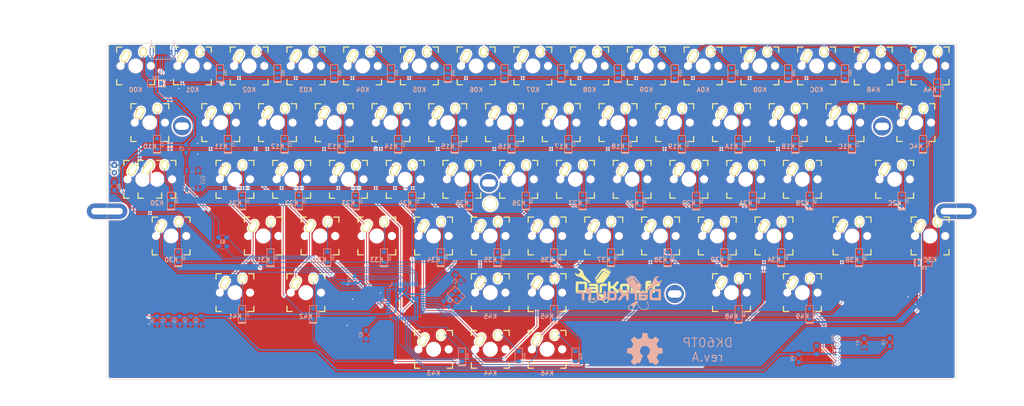
<source format=kicad_pcb>
(kicad_pcb (version 4) (host pcbnew 4.0.5+dfsg1-4)
  (title_block (title "MX/Alps HHKB") (date 2017-05-22) (rev A.1) (company DarKou))
  (layers (0 F.Cu signal) (31 B.Cu signal) (34 B.Paste user) (35 F.Paste user) (36 B.SilkS user) (37 F.SilkS user) (38 B.Mask user) (39 F.Mask user) (44 Edge.Cuts user))
  (net 0 "")
  (net 1 "Net-(C1-Pad1)")
  (net 2 GND)
  (net 3 "Net-(C2-Pad1)")
  (net 4 VCC)
  (net 5 "Net-(C8-Pad1)")
  (net 6 "Net-(D1-Pad2)")
  (net 7 /Row0)
  (net 8 "Net-(D2-Pad2)")
  (net 9 "Net-(D3-Pad2)")
  (net 10 "Net-(D4-Pad2)")
  (net 11 "Net-(D5-Pad2)")
  (net 12 "Net-(D6-Pad2)")
  (net 13 "Net-(D7-Pad2)")
  (net 14 "Net-(D8-Pad2)")
  (net 15 "Net-(D9-Pad2)")
  (net 16 "Net-(D10-Pad2)")
  (net 17 "Net-(D11-Pad2)")
  (net 18 "Net-(D12-Pad2)")
  (net 19 "Net-(D13-Pad2)")
  (net 20 "Net-(D14-Pad2)")
  (net 21 /Row1)
  (net 22 "Net-(D15-Pad2)")
  (net 23 "Net-(D16-Pad2)")
  (net 24 "Net-(D17-Pad2)")
  (net 25 "Net-(D18-Pad2)")
  (net 26 "Net-(D19-Pad2)")
  (net 27 "Net-(D20-Pad2)")
  (net 28 "Net-(D21-Pad2)")
  (net 29 "Net-(D22-Pad2)")
  (net 30 "Net-(D23-Pad2)")
  (net 31 "Net-(D24-Pad2)")
  (net 32 "Net-(D25-Pad2)")
  (net 33 "Net-(D26-Pad2)")
  (net 34 "Net-(D27-Pad2)")
  (net 35 /Row2)
  (net 36 "Net-(D28-Pad2)")
  (net 37 "Net-(D29-Pad2)")
  (net 38 "Net-(D30-Pad2)")
  (net 39 "Net-(D31-Pad2)")
  (net 40 "Net-(D32-Pad2)")
  (net 41 "Net-(D33-Pad2)")
  (net 42 "Net-(D34-Pad2)")
  (net 43 "Net-(D35-Pad2)")
  (net 44 "Net-(D36-Pad2)")
  (net 45 "Net-(D37-Pad2)")
  (net 46 "Net-(D38-Pad2)")
  (net 47 "Net-(D39-Pad2)")
  (net 48 "Net-(D40-Pad2)")
  (net 49 /Row3)
  (net 50 "Net-(D41-Pad2)")
  (net 51 "Net-(D42-Pad2)")
  (net 52 "Net-(D43-Pad2)")
  (net 53 "Net-(D44-Pad2)")
  (net 54 "Net-(D45-Pad2)")
  (net 55 "Net-(D46-Pad2)")
  (net 56 "Net-(D47-Pad2)")
  (net 57 "Net-(D48-Pad2)")
  (net 58 "Net-(D49-Pad2)")
  (net 59 "Net-(D50-Pad2)")
  (net 60 "Net-(D51-Pad2)")
  (net 61 "Net-(D52-Pad2)")
  (net 62 "Net-(D53-Pad2)")
  (net 63 /Row4)
  (net 64 "Net-(D54-Pad2)")
  (net 65 "Net-(D55-Pad2)")
  (net 66 "Net-(D56-Pad2)")
  (net 67 "Net-(D57-Pad2)")
  (net 68 "Net-(D58-Pad2)")
  (net 69 "Net-(D59-Pad2)")
  (net 70 "Net-(D60-Pad2)")
  (net 71 "Net-(J1-Pad2)")
  (net 72 "Net-(J1-Pad3)")
  (net 73 "Net-(J1-Pad4)")
  (net 74 /Col0)
  (net 75 /Col1)
  (net 76 /Col2)
  (net 77 /Col3)
  (net 78 /Col4)
  (net 79 /Col5)
  (net 80 /Col6)
  (net 81 /Col7)
  (net 82 /Col8)
  (net 83 /Col9)
  (net 84 /Col10)
  (net 85 /Col11)
  (net 86 /Col12)
  (net 87 "Net-(R1-Pad2)")
  (net 88 "Net-(R2-Pad1)")
  (net 89 "Net-(R3-Pad1)")
  (net 90 "Net-(R4-Pad2)")
  (net 91 "Net-(U0-Pad35)")
  (net 92 "Net-(U0-Pad37)")
  (net 93 "Net-(U0-Pad39)")
  (net 94 "Net-(U0-Pad42)")
  (net 95 "Net-(U0-Pad43)")
  (net 96 "Net-(LD1-Pad2)")
  (net 97 /CAPS_LED)
  (net 98 "Net-(U0-Pad40)")
  (net 99 "Net-(C9-Pad1)")
  (net 100 D2)
  (net 101 D5)
  (net 102 "Net-(D61-Pad2)")
  (net 103 "Net-(D62-Pad2)")
  (net 104 "Net-(D63-Pad2)")
  (net 105 "Net-(U0-Pad41)")
  (module Footprint:Poker_oval_hole (layer F.Cu) (at 91.8 127.4)
    (fp_text reference Poker_oval_hole hide)
    (fp_text value VAL** hide)
    (pad "" thru_hole circle (at 0 0) (size 6.1 6.1) (drill oval 4.6 2.5) (layers *.Cu *.Mask))
  )
  (module Footprint:Poker_side_edge_long (layer F.Cu) (at 351.7 156)
    (fp_text reference Poker_side_edge_long hide)
    (fp_text value VAL** hide)
    (pad "" thru_hole oval (at 0 0) (size 13.6 5.2) (drill oval 10.6 2.2) (layers *.Cu *.Mask))
  )
  (module Footprint:Poker_oval_hole (layer F.Cu) (at 194.8 146.5)
    (fp_text reference Poker_oval_hole hide)
    (fp_text value VAL** hide)
    (pad "" thru_hole circle (at 0 0) (size 6.1 6.1) (drill oval 4.6 2.5) (layers *.Cu *.Mask))
  )
  (module Footprint:Poker_oval_hole (layer F.Cu) (at 326.8 127.5)
    (fp_text reference Poker_oval_hole hide)
    (fp_text value VAL** hide)
    (pad "" thru_hole circle (at 0 0) (size 6.1 6.1) (drill oval 4.6 2.5) (layers *.Cu *.Mask))
  )
  (module Footprint:Mx_Alps_100 (layer F.Cu) (at 195.2625 164.30625)
    (fp_text reference K45 hide)
    (fp_text value K35 (at 0 8) (layer B.SilkS) (effects (font (thickness 0.3048)) (justify mirror)))
    (pad HOLE np_thru_hole circle (at 0 0) (size 3.9878 3.9878) (drill 3.9878) (layers *.Cu))
    (pad HOLE np_thru_hole circle (at -5.08 0) (size 1.7018 1.7018) (drill 1.7018) (layers *.Cu))
    (pad HOLE np_thru_hole circle (at 5.08 0) (size 1.7018 1.7018) (drill 1.7018) (layers *.Cu))
    (pad 1 thru_hole oval (at -3.405 -3.27 330.95) (size 2.5 4.17) (drill oval 1.5 3.17) (layers *.Cu *.Mask F.SilkS) (net 79 /Col5))
    (pad 2 thru_hole oval (at 2.52 -4.79 356.1) (size 2.5 3.08) (drill oval 1.5 2.08) (layers *.Cu *.Mask F.SilkS) (net 54 "Net-(D45-Pad2)"))
  )
  (module Footprint:D_SOD123 (layer B.Cu) (at 207.16875 152.4 90)
    (fp_text reference D33 hide)
    (fp_text value D26 (at 0 1.925 90) (layer B.SilkS) (effects (font (size 0.8 0.8)) (justify mirror)))
    (pad 2 smd rect (at 1.7 0 90) (size 1.2 1.4) (layers B.Cu B.Paste B.Mask) (net 41 "Net-(D33-Pad2)"))
    (pad 1 smd rect (at -1.7 0 90) (size 1.2 1.4) (layers B.Cu B.Paste B.Mask) (net 35 /Row2))
  )
  (module Footprint:darkou (layer B.Cu) (at 238.6 183.5 180)
    (fp_text reference G*** hide)
    (fp_text value LOGO hide)
  )
  (module Housings_QFP:TQFP-44_10x10mm_Pitch0.8mm (layer B.Cu) (at 166.75 186.25 270)
    (fp_text reference U0 (at 0 7.450001 270) (layer B.SilkS) (effects (justify mirror)))
    (fp_text value ATMEGA32U4)
    (pad 1 smd rect (at -5.7 4 270) (size 1.5 0.55) (layers B.Cu B.Paste B.Mask) (net 97 /CAPS_LED))
    (pad 2 smd rect (at -5.7 3.2 270) (size 1.5 0.55) (layers B.Cu B.Paste B.Mask) (net 4 VCC))
    (pad 3 smd rect (at -5.7 2.4 270) (size 1.5 0.55) (layers B.Cu B.Paste B.Mask) (net 89 "Net-(R3-Pad1)"))
    (pad 4 smd rect (at -5.7 1.6 270) (size 1.5 0.55) (layers B.Cu B.Paste B.Mask) (net 90 "Net-(R4-Pad2)"))
    (pad 5 smd rect (at -5.7 0.8 270) (size 1.5 0.55) (layers B.Cu B.Paste B.Mask) (net 2 GND))
    (pad 6 smd rect (at -5.7 0 270) (size 1.5 0.55) (layers B.Cu B.Paste B.Mask) (net 5 "Net-(C8-Pad1)"))
    (pad 7 smd rect (at -5.7 -0.8 270) (size 1.5 0.55) (layers B.Cu B.Paste B.Mask) (net 4 VCC))
    (pad 8 smd rect (at -5.7 -1.6 270) (size 1.5 0.55) (layers B.Cu B.Paste B.Mask) (net 74 /Col0))
    (pad 9 smd rect (at -5.7 -2.4 270) (size 1.5 0.55) (layers B.Cu B.Paste B.Mask) (net 76 /Col2))
    (pad 10 smd rect (at -5.7 -3.2 270) (size 1.5 0.55) (layers B.Cu B.Paste B.Mask) (net 75 /Col1))
    (pad 11 smd rect (at -5.7 -4 270) (size 1.5 0.55) (layers B.Cu B.Paste B.Mask) (net 77 /Col3))
    (pad 12 smd rect (at -4 -5.7 180) (size 1.5 0.55) (layers B.Cu B.Paste B.Mask) (net 81 /Col7))
    (pad 13 smd rect (at -3.2 -5.7 180) (size 1.5 0.55) (layers B.Cu B.Paste B.Mask) (net 87 "Net-(R1-Pad2)"))
    (pad 14 smd rect (at -2.4 -5.7 180) (size 1.5 0.55) (layers B.Cu B.Paste B.Mask) (net 4 VCC))
    (pad 15 smd rect (at -1.6 -5.7 180) (size 1.5 0.55) (layers B.Cu B.Paste B.Mask) (net 2 GND))
    (pad 16 smd rect (at -0.8 -5.7 180) (size 1.5 0.55) (layers B.Cu B.Paste B.Mask) (net 1 "Net-(C1-Pad1)"))
    (pad 17 smd rect (at 0 -5.7 180) (size 1.5 0.55) (layers B.Cu B.Paste B.Mask) (net 3 "Net-(C2-Pad1)"))
    (pad 18 smd rect (at 0.8 -5.7 180) (size 1.5 0.55) (layers B.Cu B.Paste B.Mask) (net 84 /Col10))
    (pad 19 smd rect (at 1.6 -5.7 180) (size 1.5 0.55) (layers B.Cu B.Paste B.Mask) (net 85 /Col11))
    (pad 20 smd rect (at 2.4 -5.7 180) (size 1.5 0.55) (layers B.Cu B.Paste B.Mask) (net 100 D2))
    (pad 21 smd rect (at 3.2 -5.7 180) (size 1.5 0.55) (layers B.Cu B.Paste B.Mask) (net 78 /Col4))
    (pad 22 smd rect (at 4 -5.7 180) (size 1.5 0.55) (layers B.Cu B.Paste B.Mask) (net 101 D5))
    (pad 23 smd rect (at 5.7 -4 270) (size 1.5 0.55) (layers B.Cu B.Paste B.Mask) (net 2 GND))
    (pad 24 smd rect (at 5.7 -3.2 270) (size 1.5 0.55) (layers B.Cu B.Paste B.Mask) (net 4 VCC))
    (pad 25 smd rect (at 5.7 -2.4 270) (size 1.5 0.55) (layers B.Cu B.Paste B.Mask) (net 82 /Col8))
    (pad 26 smd rect (at 5.7 -1.6 270) (size 1.5 0.55) (layers B.Cu B.Paste B.Mask) (net 79 /Col5))
    (pad 27 smd rect (at 5.7 -0.8 270) (size 1.5 0.55) (layers B.Cu B.Paste B.Mask) (net 80 /Col6))
    (pad 28 smd rect (at 5.7 0 270) (size 1.5 0.55) (layers B.Cu B.Paste B.Mask) (net 83 /Col9))
    (pad 29 smd rect (at 5.7 0.8 270) (size 1.5 0.55) (layers B.Cu B.Paste B.Mask) (net 35 /Row2))
    (pad 30 smd rect (at 5.7 1.6 270) (size 1.5 0.55) (layers B.Cu B.Paste B.Mask) (net 21 /Row1))
    (pad 31 smd rect (at 5.7 2.4 270) (size 1.5 0.55) (layers B.Cu B.Paste B.Mask) (net 86 /Col12))
    (pad 32 smd rect (at 5.7 3.2 270) (size 1.5 0.55) (layers B.Cu B.Paste B.Mask) (net 63 /Row4))
    (pad 33 smd rect (at 5.7 4 270) (size 1.5 0.55) (layers B.Cu B.Paste B.Mask) (net 88 "Net-(R2-Pad1)"))
    (pad 34 smd rect (at 4 5.7 180) (size 1.5 0.55) (layers B.Cu B.Paste B.Mask) (net 4 VCC))
    (pad 35 smd rect (at 3.2 5.7 180) (size 1.5 0.55) (layers B.Cu B.Paste B.Mask) (net 91 "Net-(U0-Pad35)"))
    (pad 36 smd rect (at 2.4 5.7 180) (size 1.5 0.55) (layers B.Cu B.Paste B.Mask) (net 49 /Row3))
    (pad 37 smd rect (at 1.6 5.7 180) (size 1.5 0.55) (layers B.Cu B.Paste B.Mask) (net 92 "Net-(U0-Pad37)"))
    (pad 38 smd rect (at 0.8 5.7 180) (size 1.5 0.55) (layers B.Cu B.Paste B.Mask) (net 7 /Row0))
    (pad 39 smd rect (at 0 5.7 180) (size 1.5 0.55) (layers B.Cu B.Paste B.Mask) (net 93 "Net-(U0-Pad39)"))
    (pad 40 smd rect (at -0.8 5.7 180) (size 1.5 0.55) (layers B.Cu B.Paste B.Mask) (net 98 "Net-(U0-Pad40)"))
    (pad 41 smd rect (at -1.6 5.7 180) (size 1.5 0.55) (layers B.Cu B.Paste B.Mask) (net 105 "Net-(U0-Pad41)"))
    (pad 42 smd rect (at -2.4 5.7 180) (size 1.5 0.55) (layers B.Cu B.Paste B.Mask) (net 94 "Net-(U0-Pad42)"))
    (pad 43 smd rect (at -3.2 5.7 180) (size 1.5 0.55) (layers B.Cu B.Paste B.Mask) (net 95 "Net-(U0-Pad43)"))
    (pad 44 smd rect (at -4 5.7 180) (size 1.5 0.55) (layers B.Cu B.Paste B.Mask) (net 4 VCC))
  )
  (module Capacitors_SMD:C_0805_HandSoldering (layer B.Cu) (at 184.5 178.25 315)
    (fp_text reference C1 (at 0 1.75 315) (layer B.SilkS) (effects (justify mirror)))
    (fp_text value 22p)
    (pad 1 smd rect (at -1.25 0 315) (size 1.5 1.25) (layers B.Cu B.Paste B.Mask) (net 1 "Net-(C1-Pad1)"))
    (pad 2 smd rect (at 1.25 0 315) (size 1.5 1.25) (layers B.Cu B.Paste B.Mask) (net 2 GND))
  )
  (module Capacitors_SMD:C_0805_HandSoldering (layer B.Cu) (at 180.4 187.2 135)
    (fp_text reference C2 (at 0 1.75 135) (layer B.SilkS) (effects (justify mirror)))
    (fp_text value 22p)
    (pad 1 smd rect (at -1.25 0 135) (size 1.5 1.25) (layers B.Cu B.Paste B.Mask) (net 3 "Net-(C2-Pad1)"))
    (pad 2 smd rect (at 1.25 0 135) (size 1.5 1.25) (layers B.Cu B.Paste B.Mask) (net 2 GND))
  )
  (module Capacitors_SMD:C_0805_HandSoldering (layer B.Cu) (at 98.2 192.6 270)
    (fp_text reference C3 (at 0 1.75 270) (layer B.SilkS) (effects (justify mirror)))
    (fp_text value 0.1u hide)
    (pad 1 smd rect (at -1.25 0 270) (size 1.5 1.25) (layers B.Cu B.Paste B.Mask) (net 4 VCC))
    (pad 2 smd rect (at 1.25 0 270) (size 1.5 1.25) (layers B.Cu B.Paste B.Mask) (net 2 GND))
  )
  (module Capacitors_SMD:C_0805_HandSoldering (layer B.Cu) (at 94.6 192.6 270)
    (fp_text reference C4 (at 0 1.75 270) (layer B.SilkS) (effects (justify mirror)))
    (fp_text value 0.1u hide)
    (pad 1 smd rect (at -1.25 0 270) (size 1.5 1.25) (layers B.Cu B.Paste B.Mask) (net 4 VCC))
    (pad 2 smd rect (at 1.25 0 270) (size 1.5 1.25) (layers B.Cu B.Paste B.Mask) (net 2 GND))
  )
  (module Capacitors_SMD:C_0805_HandSoldering (layer B.Cu) (at 91 192.6 270)
    (fp_text reference C5 (at 0 1.75 270) (layer B.SilkS) (effects (justify mirror)))
    (fp_text value 0.1u hide)
    (pad 1 smd rect (at -1.25 0 270) (size 1.5 1.25) (layers B.Cu B.Paste B.Mask) (net 4 VCC))
    (pad 2 smd rect (at 1.25 0 270) (size 1.5 1.25) (layers B.Cu B.Paste B.Mask) (net 2 GND))
  )
  (module Capacitors_SMD:C_0805_HandSoldering (layer B.Cu) (at 83.4 192.6 270)
    (fp_text reference C6 (at 0 1.75 270) (layer B.SilkS) (effects (justify mirror)))
    (fp_text value 0.1u hide)
    (pad 1 smd rect (at -1.25 0 270) (size 1.5 1.25) (layers B.Cu B.Paste B.Mask) (net 4 VCC))
    (pad 2 smd rect (at 1.25 0 270) (size 1.5 1.25) (layers B.Cu B.Paste B.Mask) (net 2 GND))
  )
  (module Capacitors_SMD:C_0805_HandSoldering (layer B.Cu) (at 87.2 192.6 270)
    (fp_text reference C7 (at 0 1.75 270) (layer B.SilkS) (effects (justify mirror)))
    (fp_text value 4.7u hide)
    (pad 1 smd rect (at -1.25 0 270) (size 1.5 1.25) (layers B.Cu B.Paste B.Mask) (net 4 VCC))
    (pad 2 smd rect (at 1.25 0 270) (size 1.5 1.25) (layers B.Cu B.Paste B.Mask) (net 2 GND))
  )
  (module Capacitors_SMD:C_0805_HandSoldering (layer B.Cu) (at 149.75 179 270)
    (fp_text reference C8 (at 0 1.75 270) (layer B.SilkS) (effects (justify mirror)))
    (fp_text value 1u)
    (pad 1 smd rect (at -1.25 0 270) (size 1.5 1.25) (layers B.Cu B.Paste B.Mask) (net 5 "Net-(C8-Pad1)"))
    (pad 2 smd rect (at 1.25 0 270) (size 1.5 1.25) (layers B.Cu B.Paste B.Mask) (net 2 GND))
  )
  (module Resistors_SMD:R_0805_HandSoldering (layer B.Cu) (at 93.2 135 270)
    (fp_text reference R1 (at 0 1.7 270) (layer B.SilkS) (effects (justify mirror)))
    (fp_text value 10K)
    (pad 1 smd rect (at -1.35 0 270) (size 1.5 1.3) (layers B.Cu B.Paste B.Mask) (net 4 VCC))
    (pad 2 smd rect (at 1.35 0 270) (size 1.5 1.3) (layers B.Cu B.Paste B.Mask) (net 87 "Net-(R1-Pad2)"))
  )
  (module Resistors_SMD:R_0805_HandSoldering (layer B.Cu) (at 153.5 197.5 270)
    (fp_text reference R2 (at 0 1.700001 270) (layer B.SilkS) (effects (justify mirror)))
    (fp_text value 10K)
    (pad 1 smd rect (at -1.35 0 270) (size 1.5 1.3) (layers B.Cu B.Paste B.Mask) (net 88 "Net-(R2-Pad1)"))
    (pad 2 smd rect (at 1.35 0 270) (size 1.5 1.3) (layers B.Cu B.Paste B.Mask) (net 2 GND))
  )
  (module Resistors_SMD:R_0805_HandSoldering (layer B.Cu) (at 105.4 167.8 180)
    (fp_text reference R3 (at 0 1.7 180) (layer B.SilkS) (effects (justify mirror)))
    (fp_text value 22)
    (pad 1 smd rect (at -1.35 0 180) (size 1.5 1.3) (layers B.Cu B.Paste B.Mask) (net 89 "Net-(R3-Pad1)"))
    (pad 2 smd rect (at 1.35 0 180) (size 1.5 1.3) (layers B.Cu B.Paste B.Mask) (net 71 "Net-(J1-Pad2)"))
  )
  (module Resistors_SMD:R_0805_HandSoldering (layer B.Cu) (at 105.4 164.8)
    (fp_text reference R4 (at 0 1.7) (layer B.SilkS) (effects (justify mirror)))
    (fp_text value 22)
    (pad 1 smd rect (at -1.35 0) (size 1.5 1.3) (layers B.Cu B.Paste B.Mask) (net 72 "Net-(J1-Pad3)"))
    (pad 2 smd rect (at 1.35 0) (size 1.5 1.3) (layers B.Cu B.Paste B.Mask) (net 90 "Net-(R4-Pad2)"))
  )
  (module Buttons_Switches_SMD:SW_SPST_TL3342 (layer B.Cu) (at 95.25 145.5 90)
    (fp_text reference SW1 (at 0 3.75 90) (layer B.SilkS) (effects (justify mirror)))
    (fp_text value SW_PUSH)
    (pad 1 smd rect (at -3.15 1.9 90) (size 1.7 1) (layers B.Cu B.Paste B.Mask) (net 2 GND))
    (pad 1 smd rect (at 3.15 1.9 90) (size 1.7 1) (layers B.Cu B.Paste B.Mask) (net 2 GND))
    (pad 2 smd rect (at -3.15 -1.9 90) (size 1.7 1) (layers B.Cu B.Paste B.Mask) (net 87 "Net-(R1-Pad2)"))
    (pad 2 smd rect (at 3.15 -1.9 90) (size 1.7 1) (layers B.Cu B.Paste B.Mask) (net 87 "Net-(R1-Pad2)"))
  )
  (module Footprint:FA-238 (layer B.Cu) (at 183.75 184.25 315)
    (fp_text reference X1 hide)
    (fp_text value XTAL_GND hide)
    (pad 3 smd rect (at -1.1 0.8 315) (size 1.4 1.2) (drill (offset -0.1 0.05)) (layers B.Cu B.Paste B.Mask) (net 2 GND) (clearance 0.2))
    (pad 2 smd rect (at 1.1 0.8 315) (size 1.4 1.2) (drill (offset 0.1 0.05)) (layers B.Cu B.Paste B.Mask) (net 3 "Net-(C2-Pad1)") (clearance 0.2))
    (pad 1 smd rect (at -1.1 -0.8 315) (size 1.4 1.2) (drill (offset -0.1 -0.05)) (layers B.Cu B.Paste B.Mask) (net 1 "Net-(C1-Pad1)") (clearance 0.2))
    (pad 3 smd rect (at 1.1 -0.8 315) (size 1.4 1.2) (drill (offset 0.1 -0.05)) (layers B.Cu B.Paste B.Mask) (net 2 GND) (clearance 0.2))
  )
  (module LEDs:LED_D3.0mm (layer F.Cu) (at 69.05625 140.49375 270)
    (fp_text reference LD1 hide)
    (fp_text value CAPS_LED hide)
    (pad 1 thru_hole rect (at 0 0 270) (size 1.8 1.8) (drill 0.9) (layers *.Cu *.Mask) (net 2 GND))
    (pad 2 thru_hole circle (at 2.54 0 270) (size 1.8 1.8) (drill 0.9) (layers *.Cu *.Mask) (net 96 "Net-(LD1-Pad2)"))
  )
  (module Resistors_SMD:R_0805_HandSoldering (layer B.Cu) (at 69.05625 147.6375 90)
    (fp_text reference R6 (at 0 1.7 90) (layer B.SilkS) (effects (justify mirror)))
    (fp_text value R)
    (pad 1 smd rect (at -1.35 0 90) (size 1.5 1.3) (layers B.Cu B.Paste B.Mask) (net 97 /CAPS_LED))
    (pad 2 smd rect (at 1.35 0 90) (size 1.5 1.3) (layers B.Cu B.Paste B.Mask) (net 96 "Net-(LD1-Pad2)"))
  )
  (module Footprint:Mx_Alps_175_STEPPED (layer F.Cu) (at 78.58125 145.25625)
    (fp_text reference K61 hide)
    (fp_text value Ctrl hide)
    (pad HOLE np_thru_hole circle (at 0 0) (size 3.9878 3.9878) (drill 3.9878) (layers *.Cu))
    (pad HOLE np_thru_hole circle (at -5.08 0) (size 1.7018 1.7018) (drill 1.7018) (layers *.Cu))
    (pad HOLE np_thru_hole circle (at 5.08 0) (size 1.7018 1.7018) (drill 1.7018) (layers *.Cu))
    (pad 1 thru_hole oval (at -3.405 -3.27 330.95) (size 2.5 4.17) (drill oval 1.5 3.17) (layers *.Cu *.Mask F.SilkS) (net 34 "Net-(D27-Pad2)"))
    (pad 2 thru_hole oval (at 2.52 -4.79 356.1) (size 2.5 3.08) (drill oval 1.5 2.08) (layers *.Cu *.Mask F.SilkS) (net 74 /Col0))
  )
  (module Footprint:USB_miniB_hirose_5S8 (layer B.Cu) (at 85.25 104.5)
    (fp_text reference J1 hide)
    (fp_text value USB_mini_micro_B hide)
    (pad 1 smd rect (at -1.6 0) (size 0.5 1.4) (layers B.Cu B.Paste B.Mask) (net 4 VCC))
    (pad 2 smd rect (at -0.8 0) (size 0.5 1.4) (layers B.Cu B.Paste B.Mask) (net 71 "Net-(J1-Pad2)"))
    (pad 3 smd rect (at 0 0) (size 0.5 1.4) (layers B.Cu B.Paste B.Mask) (net 72 "Net-(J1-Pad3)"))
    (pad 4 smd rect (at 0.8 0) (size 0.5 1.4) (layers B.Cu B.Paste B.Mask) (net 73 "Net-(J1-Pad4)"))
    (pad 5 smd rect (at 1.6 0) (size 0.5 1.4) (layers B.Cu B.Paste B.Mask) (net 2 GND))
    (pad 6 thru_hole oval (at -3.65 -2.4) (size 1.3 3.8) (drill oval 0.7 3.2) (layers *.Cu *.Mask B.Paste) (net 2 GND))
    (pad 6 thru_hole oval (at 3.65 -2.4) (size 1.3 3.8) (drill oval 0.7 3.2) (layers *.Cu *.Mask B.Paste) (net 2 GND))
  )
  (module Footprint:Mx_Alps_100 (layer F.Cu) (at 323.85 107.15625)
    (fp_text reference K59 hide)
    (fp_text value K4B (at 0 8) (layer B.SilkS) (effects (font (thickness 0.3048)) (justify mirror)))
    (pad HOLE np_thru_hole circle (at 0 0) (size 3.9878 3.9878) (drill 3.9878) (layers *.Cu))
    (pad HOLE np_thru_hole circle (at -5.08 0) (size 1.7018 1.7018) (drill 1.7018) (layers *.Cu))
    (pad HOLE np_thru_hole circle (at 5.08 0) (size 1.7018 1.7018) (drill 1.7018) (layers *.Cu))
    (pad 1 thru_hole oval (at -3.405 -3.27 330.95) (size 2.5 4.17) (drill oval 1.5 3.17) (layers *.Cu *.Mask F.SilkS) (net 85 /Col11))
    (pad 2 thru_hole oval (at 2.52 -4.79 356.1) (size 2.5 3.08) (drill oval 1.5 2.08) (layers *.Cu *.Mask F.SilkS) (net 69 "Net-(D59-Pad2)"))
  )
  (module Footprint:Mx_Alps_100 (layer F.Cu) (at 76.2 107.15625)
    (fp_text reference K1 hide)
    (fp_text value K00 (at 0 8) (layer B.SilkS) (effects (font (thickness 0.3048)) (justify mirror)))
    (pad HOLE np_thru_hole circle (at 0 0) (size 3.9878 3.9878) (drill 3.9878) (layers *.Cu))
    (pad HOLE np_thru_hole circle (at -5.08 0) (size 1.7018 1.7018) (drill 1.7018) (layers *.Cu))
    (pad HOLE np_thru_hole circle (at 5.08 0) (size 1.7018 1.7018) (drill 1.7018) (layers *.Cu))
    (pad 1 thru_hole oval (at -3.405 -3.27 330.95) (size 2.5 4.17) (drill oval 1.5 3.17) (layers *.Cu *.Mask F.SilkS) (net 74 /Col0))
    (pad 2 thru_hole oval (at 2.52 -4.79 356.1) (size 2.5 3.08) (drill oval 1.5 2.08) (layers *.Cu *.Mask F.SilkS) (net 6 "Net-(D1-Pad2)"))
  )
  (module Footprint:Mx_Alps_100 (layer F.Cu) (at 114.3 107.15625)
    (fp_text reference K3 hide)
    (fp_text value K02 (at 0 8) (layer B.SilkS) (effects (font (thickness 0.3048)) (justify mirror)))
    (pad HOLE np_thru_hole circle (at 0 0) (size 3.9878 3.9878) (drill 3.9878) (layers *.Cu))
    (pad HOLE np_thru_hole circle (at -5.08 0) (size 1.7018 1.7018) (drill 1.7018) (layers *.Cu))
    (pad HOLE np_thru_hole circle (at 5.08 0) (size 1.7018 1.7018) (drill 1.7018) (layers *.Cu))
    (pad 1 thru_hole oval (at -3.405 -3.27 330.95) (size 2.5 4.17) (drill oval 1.5 3.17) (layers *.Cu *.Mask F.SilkS) (net 76 /Col2))
    (pad 2 thru_hole oval (at 2.52 -4.79 356.1) (size 2.5 3.08) (drill oval 1.5 2.08) (layers *.Cu *.Mask F.SilkS) (net 9 "Net-(D3-Pad2)"))
  )
  (module Footprint:Mx_Alps_100 (layer F.Cu) (at 133.35 107.15625)
    (fp_text reference K4 hide)
    (fp_text value K03 (at 0 8) (layer B.SilkS) (effects (font (thickness 0.3048)) (justify mirror)))
    (pad HOLE np_thru_hole circle (at 0 0) (size 3.9878 3.9878) (drill 3.9878) (layers *.Cu))
    (pad HOLE np_thru_hole circle (at -5.08 0) (size 1.7018 1.7018) (drill 1.7018) (layers *.Cu))
    (pad HOLE np_thru_hole circle (at 5.08 0) (size 1.7018 1.7018) (drill 1.7018) (layers *.Cu))
    (pad 1 thru_hole oval (at -3.405 -3.27 330.95) (size 2.5 4.17) (drill oval 1.5 3.17) (layers *.Cu *.Mask F.SilkS) (net 77 /Col3))
    (pad 2 thru_hole oval (at 2.52 -4.79 356.1) (size 2.5 3.08) (drill oval 1.5 2.08) (layers *.Cu *.Mask F.SilkS) (net 10 "Net-(D4-Pad2)"))
  )
  (module Footprint:Mx_Alps_100 (layer F.Cu) (at 152.4 107.15625)
    (fp_text reference K5 hide)
    (fp_text value K04 (at 0 8) (layer B.SilkS) (effects (font (thickness 0.3048)) (justify mirror)))
    (pad HOLE np_thru_hole circle (at 0 0) (size 3.9878 3.9878) (drill 3.9878) (layers *.Cu))
    (pad HOLE np_thru_hole circle (at -5.08 0) (size 1.7018 1.7018) (drill 1.7018) (layers *.Cu))
    (pad HOLE np_thru_hole circle (at 5.08 0) (size 1.7018 1.7018) (drill 1.7018) (layers *.Cu))
    (pad 1 thru_hole oval (at -3.405 -3.27 330.95) (size 2.5 4.17) (drill oval 1.5 3.17) (layers *.Cu *.Mask F.SilkS) (net 78 /Col4))
    (pad 2 thru_hole oval (at 2.52 -4.79 356.1) (size 2.5 3.08) (drill oval 1.5 2.08) (layers *.Cu *.Mask F.SilkS) (net 11 "Net-(D5-Pad2)"))
  )
  (module Footprint:Mx_Alps_100 (layer F.Cu) (at 171.45 107.15625)
    (fp_text reference K6 hide)
    (fp_text value K05 (at 0 8) (layer B.SilkS) (effects (font (thickness 0.3048)) (justify mirror)))
    (pad HOLE np_thru_hole circle (at 0 0) (size 3.9878 3.9878) (drill 3.9878) (layers *.Cu))
    (pad HOLE np_thru_hole circle (at -5.08 0) (size 1.7018 1.7018) (drill 1.7018) (layers *.Cu))
    (pad HOLE np_thru_hole circle (at 5.08 0) (size 1.7018 1.7018) (drill 1.7018) (layers *.Cu))
    (pad 1 thru_hole oval (at -3.405 -3.27 330.95) (size 2.5 4.17) (drill oval 1.5 3.17) (layers *.Cu *.Mask F.SilkS) (net 79 /Col5))
    (pad 2 thru_hole oval (at 2.52 -4.79 356.1) (size 2.5 3.08) (drill oval 1.5 2.08) (layers *.Cu *.Mask F.SilkS) (net 12 "Net-(D6-Pad2)"))
  )
  (module Footprint:Mx_Alps_100 (layer F.Cu) (at 190.5 107.15625)
    (fp_text reference K7 hide)
    (fp_text value K06 (at 0 8) (layer B.SilkS) (effects (font (thickness 0.3048)) (justify mirror)))
    (pad HOLE np_thru_hole circle (at 0 0) (size 3.9878 3.9878) (drill 3.9878) (layers *.Cu))
    (pad HOLE np_thru_hole circle (at -5.08 0) (size 1.7018 1.7018) (drill 1.7018) (layers *.Cu))
    (pad HOLE np_thru_hole circle (at 5.08 0) (size 1.7018 1.7018) (drill 1.7018) (layers *.Cu))
    (pad 1 thru_hole oval (at -3.405 -3.27 330.95) (size 2.5 4.17) (drill oval 1.5 3.17) (layers *.Cu *.Mask F.SilkS) (net 80 /Col6))
    (pad 2 thru_hole oval (at 2.52 -4.79 356.1) (size 2.5 3.08) (drill oval 1.5 2.08) (layers *.Cu *.Mask F.SilkS) (net 13 "Net-(D7-Pad2)"))
  )
  (module Footprint:Mx_Alps_100 (layer F.Cu) (at 209.55 107.15625)
    (fp_text reference K8 hide)
    (fp_text value K07 (at 0 8) (layer B.SilkS) (effects (font (thickness 0.3048)) (justify mirror)))
    (pad HOLE np_thru_hole circle (at 0 0) (size 3.9878 3.9878) (drill 3.9878) (layers *.Cu))
    (pad HOLE np_thru_hole circle (at -5.08 0) (size 1.7018 1.7018) (drill 1.7018) (layers *.Cu))
    (pad HOLE np_thru_hole circle (at 5.08 0) (size 1.7018 1.7018) (drill 1.7018) (layers *.Cu))
    (pad 1 thru_hole oval (at -3.405 -3.27 330.95) (size 2.5 4.17) (drill oval 1.5 3.17) (layers *.Cu *.Mask F.SilkS) (net 81 /Col7))
    (pad 2 thru_hole oval (at 2.52 -4.79 356.1) (size 2.5 3.08) (drill oval 1.5 2.08) (layers *.Cu *.Mask F.SilkS) (net 14 "Net-(D8-Pad2)"))
  )
  (module Footprint:Mx_Alps_100 (layer F.Cu) (at 228.6 107.15625)
    (fp_text reference K9 hide)
    (fp_text value K08 (at 0 8) (layer B.SilkS) (effects (font (thickness 0.3048)) (justify mirror)))
    (pad HOLE np_thru_hole circle (at 0 0) (size 3.9878 3.9878) (drill 3.9878) (layers *.Cu))
    (pad HOLE np_thru_hole circle (at -5.08 0) (size 1.7018 1.7018) (drill 1.7018) (layers *.Cu))
    (pad HOLE np_thru_hole circle (at 5.08 0) (size 1.7018 1.7018) (drill 1.7018) (layers *.Cu))
    (pad 1 thru_hole oval (at -3.405 -3.27 330.95) (size 2.5 4.17) (drill oval 1.5 3.17) (layers *.Cu *.Mask F.SilkS) (net 82 /Col8))
    (pad 2 thru_hole oval (at 2.52 -4.79 356.1) (size 2.5 3.08) (drill oval 1.5 2.08) (layers *.Cu *.Mask F.SilkS) (net 15 "Net-(D9-Pad2)"))
  )
  (module Footprint:Mx_Alps_100 (layer F.Cu) (at 247.65 107.15625)
    (fp_text reference K10 hide)
    (fp_text value K09 (at 0 8) (layer B.SilkS) (effects (font (thickness 0.3048)) (justify mirror)))
    (pad HOLE np_thru_hole circle (at 0 0) (size 3.9878 3.9878) (drill 3.9878) (layers *.Cu))
    (pad HOLE np_thru_hole circle (at -5.08 0) (size 1.7018 1.7018) (drill 1.7018) (layers *.Cu))
    (pad HOLE np_thru_hole circle (at 5.08 0) (size 1.7018 1.7018) (drill 1.7018) (layers *.Cu))
    (pad 1 thru_hole oval (at -3.405 -3.27 330.95) (size 2.5 4.17) (drill oval 1.5 3.17) (layers *.Cu *.Mask F.SilkS) (net 83 /Col9))
    (pad 2 thru_hole oval (at 2.52 -4.79 356.1) (size 2.5 3.08) (drill oval 1.5 2.08) (layers *.Cu *.Mask F.SilkS) (net 16 "Net-(D10-Pad2)"))
  )
  (module Footprint:Mx_Alps_100 (layer F.Cu) (at 266.7 107.15625)
    (fp_text reference K11 hide)
    (fp_text value K0A (at 0 8) (layer B.SilkS) (effects (font (thickness 0.3048)) (justify mirror)))
    (pad HOLE np_thru_hole circle (at 0 0) (size 3.9878 3.9878) (drill 3.9878) (layers *.Cu))
    (pad HOLE np_thru_hole circle (at -5.08 0) (size 1.7018 1.7018) (drill 1.7018) (layers *.Cu))
    (pad HOLE np_thru_hole circle (at 5.08 0) (size 1.7018 1.7018) (drill 1.7018) (layers *.Cu))
    (pad 1 thru_hole oval (at -3.405 -3.27 330.95) (size 2.5 4.17) (drill oval 1.5 3.17) (layers *.Cu *.Mask F.SilkS) (net 84 /Col10))
    (pad 2 thru_hole oval (at 2.52 -4.79 356.1) (size 2.5 3.08) (drill oval 1.5 2.08) (layers *.Cu *.Mask F.SilkS) (net 17 "Net-(D11-Pad2)"))
  )
  (module Footprint:Mx_Alps_100 (layer F.Cu) (at 285.75 107.15625)
    (fp_text reference K12 hide)
    (fp_text value K0B (at 0 8) (layer B.SilkS) (effects (font (thickness 0.3048)) (justify mirror)))
    (pad HOLE np_thru_hole circle (at 0 0) (size 3.9878 3.9878) (drill 3.9878) (layers *.Cu))
    (pad HOLE np_thru_hole circle (at -5.08 0) (size 1.7018 1.7018) (drill 1.7018) (layers *.Cu))
    (pad HOLE np_thru_hole circle (at 5.08 0) (size 1.7018 1.7018) (drill 1.7018) (layers *.Cu))
    (pad 1 thru_hole oval (at -3.405 -3.27 330.95) (size 2.5 4.17) (drill oval 1.5 3.17) (layers *.Cu *.Mask F.SilkS) (net 85 /Col11))
    (pad 2 thru_hole oval (at 2.52 -4.79 356.1) (size 2.5 3.08) (drill oval 1.5 2.08) (layers *.Cu *.Mask F.SilkS) (net 18 "Net-(D12-Pad2)"))
  )
  (module Footprint:Mx_Alps_100 (layer F.Cu) (at 304.8 107.15625)
    (fp_text reference K13 hide)
    (fp_text value K0C (at 0 8) (layer B.SilkS) (effects (font (thickness 0.3048)) (justify mirror)))
    (pad HOLE np_thru_hole circle (at 0 0) (size 3.9878 3.9878) (drill 3.9878) (layers *.Cu))
    (pad HOLE np_thru_hole circle (at -5.08 0) (size 1.7018 1.7018) (drill 1.7018) (layers *.Cu))
    (pad HOLE np_thru_hole circle (at 5.08 0) (size 1.7018 1.7018) (drill 1.7018) (layers *.Cu))
    (pad 1 thru_hole oval (at -3.405 -3.27 330.95) (size 2.5 4.17) (drill oval 1.5 3.17) (layers *.Cu *.Mask F.SilkS) (net 86 /Col12))
    (pad 2 thru_hole oval (at 2.52 -4.79 356.1) (size 2.5 3.08) (drill oval 1.5 2.08) (layers *.Cu *.Mask F.SilkS) (net 19 "Net-(D13-Pad2)"))
  )
  (module Footprint:Mx_Alps_100 (layer F.Cu) (at 104.775 126.20625)
    (fp_text reference K15 hide)
    (fp_text value K11 (at 0 8) (layer B.SilkS) (effects (font (thickness 0.3048)) (justify mirror)))
    (pad HOLE np_thru_hole circle (at 0 0) (size 3.9878 3.9878) (drill 3.9878) (layers *.Cu))
    (pad HOLE np_thru_hole circle (at -5.08 0) (size 1.7018 1.7018) (drill 1.7018) (layers *.Cu))
    (pad HOLE np_thru_hole circle (at 5.08 0) (size 1.7018 1.7018) (drill 1.7018) (layers *.Cu))
    (pad 1 thru_hole oval (at -3.405 -3.27 330.95) (size 2.5 4.17) (drill oval 1.5 3.17) (layers *.Cu *.Mask F.SilkS) (net 75 /Col1))
    (pad 2 thru_hole oval (at 2.52 -4.79 356.1) (size 2.5 3.08) (drill oval 1.5 2.08) (layers *.Cu *.Mask F.SilkS) (net 22 "Net-(D15-Pad2)"))
  )
  (module Footprint:Mx_Alps_100 (layer F.Cu) (at 123.825 126.20625)
    (fp_text reference K16 hide)
    (fp_text value K12 (at 0 8) (layer B.SilkS) (effects (font (thickness 0.3048)) (justify mirror)))
    (pad HOLE np_thru_hole circle (at 0 0) (size 3.9878 3.9878) (drill 3.9878) (layers *.Cu))
    (pad HOLE np_thru_hole circle (at -5.08 0) (size 1.7018 1.7018) (drill 1.7018) (layers *.Cu))
    (pad HOLE np_thru_hole circle (at 5.08 0) (size 1.7018 1.7018) (drill 1.7018) (layers *.Cu))
    (pad 1 thru_hole oval (at -3.405 -3.27 330.95) (size 2.5 4.17) (drill oval 1.5 3.17) (layers *.Cu *.Mask F.SilkS) (net 76 /Col2))
    (pad 2 thru_hole oval (at 2.52 -4.79 356.1) (size 2.5 3.08) (drill oval 1.5 2.08) (layers *.Cu *.Mask F.SilkS) (net 23 "Net-(D16-Pad2)"))
  )
  (module Footprint:Mx_Alps_100 (layer F.Cu) (at 142.875 126.20625)
    (fp_text reference K17 hide)
    (fp_text value K13 (at 0 8) (layer B.SilkS) (effects (font (thickness 0.3048)) (justify mirror)))
    (pad HOLE np_thru_hole circle (at 0 0) (size 3.9878 3.9878) (drill 3.9878) (layers *.Cu))
    (pad HOLE np_thru_hole circle (at -5.08 0) (size 1.7018 1.7018) (drill 1.7018) (layers *.Cu))
    (pad HOLE np_thru_hole circle (at 5.08 0) (size 1.7018 1.7018) (drill 1.7018) (layers *.Cu))
    (pad 1 thru_hole oval (at -3.405 -3.27 330.95) (size 2.5 4.17) (drill oval 1.5 3.17) (layers *.Cu *.Mask F.SilkS) (net 77 /Col3))
    (pad 2 thru_hole oval (at 2.52 -4.79 356.1) (size 2.5 3.08) (drill oval 1.5 2.08) (layers *.Cu *.Mask F.SilkS) (net 24 "Net-(D17-Pad2)"))
  )
  (module Footprint:Mx_Alps_100 (layer F.Cu) (at 161.925 126.20625)
    (fp_text reference K18 hide)
    (fp_text value K14 (at 0 8) (layer B.SilkS) (effects (font (thickness 0.3048)) (justify mirror)))
    (pad HOLE np_thru_hole circle (at 0 0) (size 3.9878 3.9878) (drill 3.9878) (layers *.Cu))
    (pad HOLE np_thru_hole circle (at -5.08 0) (size 1.7018 1.7018) (drill 1.7018) (layers *.Cu))
    (pad HOLE np_thru_hole circle (at 5.08 0) (size 1.7018 1.7018) (drill 1.7018) (layers *.Cu))
    (pad 1 thru_hole oval (at -3.405 -3.27 330.95) (size 2.5 4.17) (drill oval 1.5 3.17) (layers *.Cu *.Mask F.SilkS) (net 78 /Col4))
    (pad 2 thru_hole oval (at 2.52 -4.79 356.1) (size 2.5 3.08) (drill oval 1.5 2.08) (layers *.Cu *.Mask F.SilkS) (net 25 "Net-(D18-Pad2)"))
  )
  (module Footprint:Mx_Alps_100 (layer F.Cu) (at 180.975 126.20625)
    (fp_text reference K19 hide)
    (fp_text value K15 (at 0 8) (layer B.SilkS) (effects (font (thickness 0.3048)) (justify mirror)))
    (pad HOLE np_thru_hole circle (at 0 0) (size 3.9878 3.9878) (drill 3.9878) (layers *.Cu))
    (pad HOLE np_thru_hole circle (at -5.08 0) (size 1.7018 1.7018) (drill 1.7018) (layers *.Cu))
    (pad HOLE np_thru_hole circle (at 5.08 0) (size 1.7018 1.7018) (drill 1.7018) (layers *.Cu))
    (pad 1 thru_hole oval (at -3.405 -3.27 330.95) (size 2.5 4.17) (drill oval 1.5 3.17) (layers *.Cu *.Mask F.SilkS) (net 79 /Col5))
    (pad 2 thru_hole oval (at 2.52 -4.79 356.1) (size 2.5 3.08) (drill oval 1.5 2.08) (layers *.Cu *.Mask F.SilkS) (net 26 "Net-(D19-Pad2)"))
  )
  (module Footprint:Mx_Alps_100 (layer F.Cu) (at 200.025 126.20625)
    (fp_text reference K20 hide)
    (fp_text value K16 (at 0 8) (layer B.SilkS) (effects (font (thickness 0.3048)) (justify mirror)))
    (pad HOLE np_thru_hole circle (at 0 0) (size 3.9878 3.9878) (drill 3.9878) (layers *.Cu))
    (pad HOLE np_thru_hole circle (at -5.08 0) (size 1.7018 1.7018) (drill 1.7018) (layers *.Cu))
    (pad HOLE np_thru_hole circle (at 5.08 0) (size 1.7018 1.7018) (drill 1.7018) (layers *.Cu))
    (pad 1 thru_hole oval (at -3.405 -3.27 330.95) (size 2.5 4.17) (drill oval 1.5 3.17) (layers *.Cu *.Mask F.SilkS) (net 80 /Col6))
    (pad 2 thru_hole oval (at 2.52 -4.79 356.1) (size 2.5 3.08) (drill oval 1.5 2.08) (layers *.Cu *.Mask F.SilkS) (net 27 "Net-(D20-Pad2)"))
  )
  (module Footprint:Mx_Alps_100 (layer F.Cu) (at 219.075 126.20625)
    (fp_text reference K21 hide)
    (fp_text value K17 (at 0 8) (layer B.SilkS) (effects (font (thickness 0.3048)) (justify mirror)))
    (pad HOLE np_thru_hole circle (at 0 0) (size 3.9878 3.9878) (drill 3.9878) (layers *.Cu))
    (pad HOLE np_thru_hole circle (at -5.08 0) (size 1.7018 1.7018) (drill 1.7018) (layers *.Cu))
    (pad HOLE np_thru_hole circle (at 5.08 0) (size 1.7018 1.7018) (drill 1.7018) (layers *.Cu))
    (pad 1 thru_hole oval (at -3.405 -3.27 330.95) (size 2.5 4.17) (drill oval 1.5 3.17) (layers *.Cu *.Mask F.SilkS) (net 81 /Col7))
    (pad 2 thru_hole oval (at 2.52 -4.79 356.1) (size 2.5 3.08) (drill oval 1.5 2.08) (layers *.Cu *.Mask F.SilkS) (net 28 "Net-(D21-Pad2)"))
  )
  (module Footprint:Mx_Alps_100 (layer F.Cu) (at 238.125 126.20625)
    (fp_text reference K22 hide)
    (fp_text value K18 (at 0 8) (layer B.SilkS) (effects (font (thickness 0.3048)) (justify mirror)))
    (pad HOLE np_thru_hole circle (at 0 0) (size 3.9878 3.9878) (drill 3.9878) (layers *.Cu))
    (pad HOLE np_thru_hole circle (at -5.08 0) (size 1.7018 1.7018) (drill 1.7018) (layers *.Cu))
    (pad HOLE np_thru_hole circle (at 5.08 0) (size 1.7018 1.7018) (drill 1.7018) (layers *.Cu))
    (pad 1 thru_hole oval (at -3.405 -3.27 330.95) (size 2.5 4.17) (drill oval 1.5 3.17) (layers *.Cu *.Mask F.SilkS) (net 82 /Col8))
    (pad 2 thru_hole oval (at 2.52 -4.79 356.1) (size 2.5 3.08) (drill oval 1.5 2.08) (layers *.Cu *.Mask F.SilkS) (net 29 "Net-(D22-Pad2)"))
  )
  (module Footprint:Mx_Alps_100 (layer F.Cu) (at 257.175 126.20625)
    (fp_text reference K23 hide)
    (fp_text value K19 (at 0 8) (layer B.SilkS) (effects (font (thickness 0.3048)) (justify mirror)))
    (pad HOLE np_thru_hole circle (at 0 0) (size 3.9878 3.9878) (drill 3.9878) (layers *.Cu))
    (pad HOLE np_thru_hole circle (at -5.08 0) (size 1.7018 1.7018) (drill 1.7018) (layers *.Cu))
    (pad HOLE np_thru_hole circle (at 5.08 0) (size 1.7018 1.7018) (drill 1.7018) (layers *.Cu))
    (pad 1 thru_hole oval (at -3.405 -3.27 330.95) (size 2.5 4.17) (drill oval 1.5 3.17) (layers *.Cu *.Mask F.SilkS) (net 83 /Col9))
    (pad 2 thru_hole oval (at 2.52 -4.79 356.1) (size 2.5 3.08) (drill oval 1.5 2.08) (layers *.Cu *.Mask F.SilkS) (net 30 "Net-(D23-Pad2)"))
  )
  (module Footprint:Mx_Alps_100 (layer F.Cu) (at 276.225 126.20625)
    (fp_text reference K24 hide)
    (fp_text value K1A (at 0 8) (layer B.SilkS) (effects (font (thickness 0.3048)) (justify mirror)))
    (pad HOLE np_thru_hole circle (at 0 0) (size 3.9878 3.9878) (drill 3.9878) (layers *.Cu))
    (pad HOLE np_thru_hole circle (at -5.08 0) (size 1.7018 1.7018) (drill 1.7018) (layers *.Cu))
    (pad HOLE np_thru_hole circle (at 5.08 0) (size 1.7018 1.7018) (drill 1.7018) (layers *.Cu))
    (pad 1 thru_hole oval (at -3.405 -3.27 330.95) (size 2.5 4.17) (drill oval 1.5 3.17) (layers *.Cu *.Mask F.SilkS) (net 84 /Col10))
    (pad 2 thru_hole oval (at 2.52 -4.79 356.1) (size 2.5 3.08) (drill oval 1.5 2.08) (layers *.Cu *.Mask F.SilkS) (net 31 "Net-(D24-Pad2)"))
  )
  (module Footprint:Mx_Alps_100 (layer F.Cu) (at 295.275 126.20625)
    (fp_text reference K25 hide)
    (fp_text value K1B (at 0 8) (layer B.SilkS) (effects (font (thickness 0.3048)) (justify mirror)))
    (pad HOLE np_thru_hole circle (at 0 0) (size 3.9878 3.9878) (drill 3.9878) (layers *.Cu))
    (pad HOLE np_thru_hole circle (at -5.08 0) (size 1.7018 1.7018) (drill 1.7018) (layers *.Cu))
    (pad HOLE np_thru_hole circle (at 5.08 0) (size 1.7018 1.7018) (drill 1.7018) (layers *.Cu))
    (pad 1 thru_hole oval (at -3.405 -3.27 330.95) (size 2.5 4.17) (drill oval 1.5 3.17) (layers *.Cu *.Mask F.SilkS) (net 85 /Col11))
    (pad 2 thru_hole oval (at 2.52 -4.79 356.1) (size 2.5 3.08) (drill oval 1.5 2.08) (layers *.Cu *.Mask F.SilkS) (net 32 "Net-(D25-Pad2)"))
  )
  (module Footprint:Mx_Alps_100 (layer F.Cu) (at 314.325 126.20625)
    (fp_text reference K26 hide)
    (fp_text value K1C (at 0 8) (layer B.SilkS) (effects (font (thickness 0.3048)) (justify mirror)))
    (pad HOLE np_thru_hole circle (at 0 0) (size 3.9878 3.9878) (drill 3.9878) (layers *.Cu))
    (pad HOLE np_thru_hole circle (at -5.08 0) (size 1.7018 1.7018) (drill 1.7018) (layers *.Cu))
    (pad HOLE np_thru_hole circle (at 5.08 0) (size 1.7018 1.7018) (drill 1.7018) (layers *.Cu))
    (pad 1 thru_hole oval (at -3.405 -3.27 330.95) (size 2.5 4.17) (drill oval 1.5 3.17) (layers *.Cu *.Mask F.SilkS) (net 86 /Col12))
    (pad 2 thru_hole oval (at 2.52 -4.79 356.1) (size 2.5 3.08) (drill oval 1.5 2.08) (layers *.Cu *.Mask F.SilkS) (net 33 "Net-(D26-Pad2)"))
  )
  (module Footprint:Mx_Alps_100 (layer F.Cu) (at 109.5375 145.25625)
    (fp_text reference K28 hide)
    (fp_text value K21 (at 0 8) (layer B.SilkS) (effects (font (thickness 0.3048)) (justify mirror)))
    (pad HOLE np_thru_hole circle (at 0 0) (size 3.9878 3.9878) (drill 3.9878) (layers *.Cu))
    (pad HOLE np_thru_hole circle (at -5.08 0) (size 1.7018 1.7018) (drill 1.7018) (layers *.Cu))
    (pad HOLE np_thru_hole circle (at 5.08 0) (size 1.7018 1.7018) (drill 1.7018) (layers *.Cu))
    (pad 1 thru_hole oval (at -3.405 -3.27 330.95) (size 2.5 4.17) (drill oval 1.5 3.17) (layers *.Cu *.Mask F.SilkS) (net 75 /Col1))
    (pad 2 thru_hole oval (at 2.52 -4.79 356.1) (size 2.5 3.08) (drill oval 1.5 2.08) (layers *.Cu *.Mask F.SilkS) (net 36 "Net-(D28-Pad2)"))
  )
  (module Footprint:Mx_Alps_100 (layer F.Cu) (at 128.5875 145.25625)
    (fp_text reference K29 hide)
    (fp_text value K22 (at 0 8) (layer B.SilkS) (effects (font (thickness 0.3048)) (justify mirror)))
    (pad HOLE np_thru_hole circle (at 0 0) (size 3.9878 3.9878) (drill 3.9878) (layers *.Cu))
    (pad HOLE np_thru_hole circle (at -5.08 0) (size 1.7018 1.7018) (drill 1.7018) (layers *.Cu))
    (pad HOLE np_thru_hole circle (at 5.08 0) (size 1.7018 1.7018) (drill 1.7018) (layers *.Cu))
    (pad 1 thru_hole oval (at -3.405 -3.27 330.95) (size 2.5 4.17) (drill oval 1.5 3.17) (layers *.Cu *.Mask F.SilkS) (net 76 /Col2))
    (pad 2 thru_hole oval (at 2.52 -4.79 356.1) (size 2.5 3.08) (drill oval 1.5 2.08) (layers *.Cu *.Mask F.SilkS) (net 37 "Net-(D29-Pad2)"))
  )
  (module Footprint:Mx_Alps_100 (layer F.Cu) (at 147.6375 145.25625)
    (fp_text reference K30 hide)
    (fp_text value K23 (at 0 8) (layer B.SilkS) (effects (font (thickness 0.3048)) (justify mirror)))
    (pad HOLE np_thru_hole circle (at 0 0) (size 3.9878 3.9878) (drill 3.9878) (layers *.Cu))
    (pad HOLE np_thru_hole circle (at -5.08 0) (size 1.7018 1.7018) (drill 1.7018) (layers *.Cu))
    (pad HOLE np_thru_hole circle (at 5.08 0) (size 1.7018 1.7018) (drill 1.7018) (layers *.Cu))
    (pad 1 thru_hole oval (at -3.405 -3.27 330.95) (size 2.5 4.17) (drill oval 1.5 3.17) (layers *.Cu *.Mask F.SilkS) (net 77 /Col3))
    (pad 2 thru_hole oval (at 2.52 -4.79 356.1) (size 2.5 3.08) (drill oval 1.5 2.08) (layers *.Cu *.Mask F.SilkS) (net 38 "Net-(D30-Pad2)"))
  )
  (module Footprint:Mx_Alps_100 (layer F.Cu) (at 166.6875 145.25625)
    (fp_text reference K31 hide)
    (fp_text value K24 (at 0 8) (layer B.SilkS) (effects (font (thickness 0.3048)) (justify mirror)))
    (pad HOLE np_thru_hole circle (at 0 0) (size 3.9878 3.9878) (drill 3.9878) (layers *.Cu))
    (pad HOLE np_thru_hole circle (at -5.08 0) (size 1.7018 1.7018) (drill 1.7018) (layers *.Cu))
    (pad HOLE np_thru_hole circle (at 5.08 0) (size 1.7018 1.7018) (drill 1.7018) (layers *.Cu))
    (pad 1 thru_hole oval (at -3.405 -3.27 330.95) (size 2.5 4.17) (drill oval 1.5 3.17) (layers *.Cu *.Mask F.SilkS) (net 78 /Col4))
    (pad 2 thru_hole oval (at 2.52 -4.79 356.1) (size 2.5 3.08) (drill oval 1.5 2.08) (layers *.Cu *.Mask F.SilkS) (net 39 "Net-(D31-Pad2)"))
  )
  (module Footprint:Mx_Alps_100 (layer F.Cu) (at 185.7375 145.25625)
    (fp_text reference K32 hide)
    (fp_text value K25 (at 0 8) (layer B.SilkS) (effects (font (thickness 0.3048)) (justify mirror)))
    (pad HOLE np_thru_hole circle (at 0 0) (size 3.9878 3.9878) (drill 3.9878) (layers *.Cu))
    (pad HOLE np_thru_hole circle (at -5.08 0) (size 1.7018 1.7018) (drill 1.7018) (layers *.Cu))
    (pad HOLE np_thru_hole circle (at 5.08 0) (size 1.7018 1.7018) (drill 1.7018) (layers *.Cu))
    (pad 1 thru_hole oval (at -3.405 -3.27 330.95) (size 2.5 4.17) (drill oval 1.5 3.17) (layers *.Cu *.Mask F.SilkS) (net 79 /Col5))
    (pad 2 thru_hole oval (at 2.52 -4.79 356.1) (size 2.5 3.08) (drill oval 1.5 2.08) (layers *.Cu *.Mask F.SilkS) (net 40 "Net-(D32-Pad2)"))
  )
  (module Footprint:Mx_Alps_100 (layer F.Cu) (at 204.7875 145.25625)
    (fp_text reference K33 hide)
    (fp_text value K26 (at 0 8) (layer B.SilkS) (effects (font (thickness 0.3048)) (justify mirror)))
    (pad HOLE np_thru_hole circle (at 0 0) (size 3.9878 3.9878) (drill 3.9878) (layers *.Cu))
    (pad HOLE np_thru_hole circle (at -5.08 0) (size 1.7018 1.7018) (drill 1.7018) (layers *.Cu))
    (pad HOLE np_thru_hole circle (at 5.08 0) (size 1.7018 1.7018) (drill 1.7018) (layers *.Cu))
    (pad 1 thru_hole oval (at -3.405 -3.27 330.95) (size 2.5 4.17) (drill oval 1.5 3.17) (layers *.Cu *.Mask F.SilkS) (net 80 /Col6))
    (pad 2 thru_hole oval (at 2.52 -4.79 356.1) (size 2.5 3.08) (drill oval 1.5 2.08) (layers *.Cu *.Mask F.SilkS) (net 41 "Net-(D33-Pad2)"))
  )
  (module Footprint:Mx_Alps_100 (layer F.Cu) (at 223.8375 145.25625)
    (fp_text reference K34 hide)
    (fp_text value K27 (at 0 8) (layer B.SilkS) (effects (font (thickness 0.3048)) (justify mirror)))
    (pad HOLE np_thru_hole circle (at 0 0) (size 3.9878 3.9878) (drill 3.9878) (layers *.Cu))
    (pad HOLE np_thru_hole circle (at -5.08 0) (size 1.7018 1.7018) (drill 1.7018) (layers *.Cu))
    (pad HOLE np_thru_hole circle (at 5.08 0) (size 1.7018 1.7018) (drill 1.7018) (layers *.Cu))
    (pad 1 thru_hole oval (at -3.405 -3.27 330.95) (size 2.5 4.17) (drill oval 1.5 3.17) (layers *.Cu *.Mask F.SilkS) (net 81 /Col7))
    (pad 2 thru_hole oval (at 2.52 -4.79 356.1) (size 2.5 3.08) (drill oval 1.5 2.08) (layers *.Cu *.Mask F.SilkS) (net 42 "Net-(D34-Pad2)"))
  )
  (module Footprint:Mx_Alps_100 (layer F.Cu) (at 242.8875 145.25625)
    (fp_text reference K35 hide)
    (fp_text value K28 (at 0 8) (layer B.SilkS) (effects (font (thickness 0.3048)) (justify mirror)))
    (pad HOLE np_thru_hole circle (at 0 0) (size 3.9878 3.9878) (drill 3.9878) (layers *.Cu))
    (pad HOLE np_thru_hole circle (at -5.08 0) (size 1.7018 1.7018) (drill 1.7018) (layers *.Cu))
    (pad HOLE np_thru_hole circle (at 5.08 0) (size 1.7018 1.7018) (drill 1.7018) (layers *.Cu))
    (pad 1 thru_hole oval (at -3.405 -3.27 330.95) (size 2.5 4.17) (drill oval 1.5 3.17) (layers *.Cu *.Mask F.SilkS) (net 82 /Col8))
    (pad 2 thru_hole oval (at 2.52 -4.79 356.1) (size 2.5 3.08) (drill oval 1.5 2.08) (layers *.Cu *.Mask F.SilkS) (net 43 "Net-(D35-Pad2)"))
  )
  (module Footprint:Mx_Alps_100 (layer F.Cu) (at 261.9375 145.25625)
    (fp_text reference K36 hide)
    (fp_text value K29 (at 0 8) (layer B.SilkS) (effects (font (thickness 0.3048)) (justify mirror)))
    (pad HOLE np_thru_hole circle (at 0 0) (size 3.9878 3.9878) (drill 3.9878) (layers *.Cu))
    (pad HOLE np_thru_hole circle (at -5.08 0) (size 1.7018 1.7018) (drill 1.7018) (layers *.Cu))
    (pad HOLE np_thru_hole circle (at 5.08 0) (size 1.7018 1.7018) (drill 1.7018) (layers *.Cu))
    (pad 1 thru_hole oval (at -3.405 -3.27 330.95) (size 2.5 4.17) (drill oval 1.5 3.17) (layers *.Cu *.Mask F.SilkS) (net 83 /Col9))
    (pad 2 thru_hole oval (at 2.52 -4.79 356.1) (size 2.5 3.08) (drill oval 1.5 2.08) (layers *.Cu *.Mask F.SilkS) (net 44 "Net-(D36-Pad2)"))
  )
  (module Footprint:Mx_Alps_100 (layer F.Cu) (at 280.9875 145.25625)
    (fp_text reference K37 hide)
    (fp_text value K2A (at 0 8) (layer B.SilkS) (effects (font (thickness 0.3048)) (justify mirror)))
    (pad HOLE np_thru_hole circle (at 0 0) (size 3.9878 3.9878) (drill 3.9878) (layers *.Cu))
    (pad HOLE np_thru_hole circle (at -5.08 0) (size 1.7018 1.7018) (drill 1.7018) (layers *.Cu))
    (pad HOLE np_thru_hole circle (at 5.08 0) (size 1.7018 1.7018) (drill 1.7018) (layers *.Cu))
    (pad 1 thru_hole oval (at -3.405 -3.27 330.95) (size 2.5 4.17) (drill oval 1.5 3.17) (layers *.Cu *.Mask F.SilkS) (net 84 /Col10))
    (pad 2 thru_hole oval (at 2.52 -4.79 356.1) (size 2.5 3.08) (drill oval 1.5 2.08) (layers *.Cu *.Mask F.SilkS) (net 45 "Net-(D37-Pad2)"))
  )
  (module Footprint:Mx_Alps_100 (layer F.Cu) (at 300.0375 145.25625)
    (fp_text reference K38 hide)
    (fp_text value K2B (at 0 8) (layer B.SilkS) (effects (font (thickness 0.3048)) (justify mirror)))
    (pad HOLE np_thru_hole circle (at 0 0) (size 3.9878 3.9878) (drill 3.9878) (layers *.Cu))
    (pad HOLE np_thru_hole circle (at -5.08 0) (size 1.7018 1.7018) (drill 1.7018) (layers *.Cu))
    (pad HOLE np_thru_hole circle (at 5.08 0) (size 1.7018 1.7018) (drill 1.7018) (layers *.Cu))
    (pad 1 thru_hole oval (at -3.405 -3.27 330.95) (size 2.5 4.17) (drill oval 1.5 3.17) (layers *.Cu *.Mask F.SilkS) (net 85 /Col11))
    (pad 2 thru_hole oval (at 2.52 -4.79 356.1) (size 2.5 3.08) (drill oval 1.5 2.08) (layers *.Cu *.Mask F.SilkS) (net 46 "Net-(D38-Pad2)"))
  )
  (module Footprint:Mx_Alps_100 (layer F.Cu) (at 119.0625 164.30625)
    (fp_text reference K41 hide)
    (fp_text value K31 (at 0 8) (layer B.SilkS) (effects (font (thickness 0.3048)) (justify mirror)))
    (pad HOLE np_thru_hole circle (at 0 0) (size 3.9878 3.9878) (drill 3.9878) (layers *.Cu))
    (pad HOLE np_thru_hole circle (at -5.08 0) (size 1.7018 1.7018) (drill 1.7018) (layers *.Cu))
    (pad HOLE np_thru_hole circle (at 5.08 0) (size 1.7018 1.7018) (drill 1.7018) (layers *.Cu))
    (pad 1 thru_hole oval (at -3.405 -3.27 330.95) (size 2.5 4.17) (drill oval 1.5 3.17) (layers *.Cu *.Mask F.SilkS) (net 75 /Col1))
    (pad 2 thru_hole oval (at 2.52 -4.79 356.1) (size 2.5 3.08) (drill oval 1.5 2.08) (layers *.Cu *.Mask F.SilkS) (net 50 "Net-(D41-Pad2)"))
  )
  (module Footprint:Mx_Alps_100 (layer F.Cu) (at 138.1125 164.30625)
    (fp_text reference K42 hide)
    (fp_text value K32 (at 0 8) (layer B.SilkS) (effects (font (thickness 0.3048)) (justify mirror)))
    (pad HOLE np_thru_hole circle (at 0 0) (size 3.9878 3.9878) (drill 3.9878) (layers *.Cu))
    (pad HOLE np_thru_hole circle (at -5.08 0) (size 1.7018 1.7018) (drill 1.7018) (layers *.Cu))
    (pad HOLE np_thru_hole circle (at 5.08 0) (size 1.7018 1.7018) (drill 1.7018) (layers *.Cu))
    (pad 1 thru_hole oval (at -3.405 -3.27 330.95) (size 2.5 4.17) (drill oval 1.5 3.17) (layers *.Cu *.Mask F.SilkS) (net 76 /Col2))
    (pad 2 thru_hole oval (at 2.52 -4.79 356.1) (size 2.5 3.08) (drill oval 1.5 2.08) (layers *.Cu *.Mask F.SilkS) (net 51 "Net-(D42-Pad2)"))
  )
  (module Footprint:Mx_Alps_100 (layer F.Cu) (at 157.1625 164.30625)
    (fp_text reference K43 hide)
    (fp_text value K33 (at 0 8) (layer B.SilkS) (effects (font (thickness 0.3048)) (justify mirror)))
    (pad HOLE np_thru_hole circle (at 0 0) (size 3.9878 3.9878) (drill 3.9878) (layers *.Cu))
    (pad HOLE np_thru_hole circle (at -5.08 0) (size 1.7018 1.7018) (drill 1.7018) (layers *.Cu))
    (pad HOLE np_thru_hole circle (at 5.08 0) (size 1.7018 1.7018) (drill 1.7018) (layers *.Cu))
    (pad 1 thru_hole oval (at -3.405 -3.27 330.95) (size 2.5 4.17) (drill oval 1.5 3.17) (layers *.Cu *.Mask F.SilkS) (net 77 /Col3))
    (pad 2 thru_hole oval (at 2.52 -4.79 356.1) (size 2.5 3.08) (drill oval 1.5 2.08) (layers *.Cu *.Mask F.SilkS) (net 52 "Net-(D43-Pad2)"))
  )
  (module Footprint:Mx_Alps_100 (layer F.Cu) (at 176.2125 164.30625)
    (fp_text reference K44 hide)
    (fp_text value K34 (at 0 8) (layer B.SilkS) (effects (font (thickness 0.3048)) (justify mirror)))
    (pad HOLE np_thru_hole circle (at 0 0) (size 3.9878 3.9878) (drill 3.9878) (layers *.Cu))
    (pad HOLE np_thru_hole circle (at -5.08 0) (size 1.7018 1.7018) (drill 1.7018) (layers *.Cu))
    (pad HOLE np_thru_hole circle (at 5.08 0) (size 1.7018 1.7018) (drill 1.7018) (layers *.Cu))
    (pad 1 thru_hole oval (at -3.405 -3.27 330.95) (size 2.5 4.17) (drill oval 1.5 3.17) (layers *.Cu *.Mask F.SilkS) (net 78 /Col4))
    (pad 2 thru_hole oval (at 2.52 -4.79 356.1) (size 2.5 3.08) (drill oval 1.5 2.08) (layers *.Cu *.Mask F.SilkS) (net 53 "Net-(D44-Pad2)"))
  )
  (module Footprint:Mx_Alps_100 (layer F.Cu) (at 214.3125 164.30625)
    (fp_text reference K46 hide)
    (fp_text value K36 (at 0 8) (layer B.SilkS) (effects (font (thickness 0.3048)) (justify mirror)))
    (pad HOLE np_thru_hole circle (at 0 0) (size 3.9878 3.9878) (drill 3.9878) (layers *.Cu))
    (pad HOLE np_thru_hole circle (at -5.08 0) (size 1.7018 1.7018) (drill 1.7018) (layers *.Cu))
    (pad HOLE np_thru_hole circle (at 5.08 0) (size 1.7018 1.7018) (drill 1.7018) (layers *.Cu))
    (pad 1 thru_hole oval (at -3.405 -3.27 330.95) (size 2.5 4.17) (drill oval 1.5 3.17) (layers *.Cu *.Mask F.SilkS) (net 80 /Col6))
    (pad 2 thru_hole oval (at 2.52 -4.79 356.1) (size 2.5 3.08) (drill oval 1.5 2.08) (layers *.Cu *.Mask F.SilkS) (net 55 "Net-(D46-Pad2)"))
  )
  (module Footprint:Mx_Alps_100 (layer F.Cu) (at 233.3625 164.30625)
    (fp_text reference K47 hide)
    (fp_text value K37 (at 0 8) (layer B.SilkS) (effects (font (thickness 0.3048)) (justify mirror)))
    (pad HOLE np_thru_hole circle (at 0 0) (size 3.9878 3.9878) (drill 3.9878) (layers *.Cu))
    (pad HOLE np_thru_hole circle (at -5.08 0) (size 1.7018 1.7018) (drill 1.7018) (layers *.Cu))
    (pad HOLE np_thru_hole circle (at 5.08 0) (size 1.7018 1.7018) (drill 1.7018) (layers *.Cu))
    (pad 1 thru_hole oval (at -3.405 -3.27 330.95) (size 2.5 4.17) (drill oval 1.5 3.17) (layers *.Cu *.Mask F.SilkS) (net 81 /Col7))
    (pad 2 thru_hole oval (at 2.52 -4.79 356.1) (size 2.5 3.08) (drill oval 1.5 2.08) (layers *.Cu *.Mask F.SilkS) (net 56 "Net-(D47-Pad2)"))
  )
  (module Footprint:Mx_Alps_100 (layer F.Cu) (at 252.4125 164.30625)
    (fp_text reference K48 hide)
    (fp_text value K38 (at 0 8) (layer B.SilkS) (effects (font (thickness 0.3048)) (justify mirror)))
    (pad HOLE np_thru_hole circle (at 0 0) (size 3.9878 3.9878) (drill 3.9878) (layers *.Cu))
    (pad HOLE np_thru_hole circle (at -5.08 0) (size 1.7018 1.7018) (drill 1.7018) (layers *.Cu))
    (pad HOLE np_thru_hole circle (at 5.08 0) (size 1.7018 1.7018) (drill 1.7018) (layers *.Cu))
    (pad 1 thru_hole oval (at -3.405 -3.27 330.95) (size 2.5 4.17) (drill oval 1.5 3.17) (layers *.Cu *.Mask F.SilkS) (net 82 /Col8))
    (pad 2 thru_hole oval (at 2.52 -4.79 356.1) (size 2.5 3.08) (drill oval 1.5 2.08) (layers *.Cu *.Mask F.SilkS) (net 57 "Net-(D48-Pad2)"))
  )
  (module Footprint:Mx_Alps_100 (layer F.Cu) (at 271.4625 164.30625)
    (fp_text reference K49 hide)
    (fp_text value K39 (at 0 8) (layer B.SilkS) (effects (font (thickness 0.3048)) (justify mirror)))
    (pad HOLE np_thru_hole circle (at 0 0) (size 3.9878 3.9878) (drill 3.9878) (layers *.Cu))
    (pad HOLE np_thru_hole circle (at -5.08 0) (size 1.7018 1.7018) (drill 1.7018) (layers *.Cu))
    (pad HOLE np_thru_hole circle (at 5.08 0) (size 1.7018 1.7018) (drill 1.7018) (layers *.Cu))
    (pad 1 thru_hole oval (at -3.405 -3.27 330.95) (size 2.5 4.17) (drill oval 1.5 3.17) (layers *.Cu *.Mask F.SilkS) (net 83 /Col9))
    (pad 2 thru_hole oval (at 2.52 -4.79 356.1) (size 2.5 3.08) (drill oval 1.5 2.08) (layers *.Cu *.Mask F.SilkS) (net 58 "Net-(D49-Pad2)"))
  )
  (module Footprint:Mx_Alps_100 (layer F.Cu) (at 290.5125 164.30625)
    (fp_text reference K50 hide)
    (fp_text value K3A (at 0 8) (layer B.SilkS) (effects (font (thickness 0.3048)) (justify mirror)))
    (pad HOLE np_thru_hole circle (at 0 0) (size 3.9878 3.9878) (drill 3.9878) (layers *.Cu))
    (pad HOLE np_thru_hole circle (at -5.08 0) (size 1.7018 1.7018) (drill 1.7018) (layers *.Cu))
    (pad HOLE np_thru_hole circle (at 5.08 0) (size 1.7018 1.7018) (drill 1.7018) (layers *.Cu))
    (pad 1 thru_hole oval (at -3.405 -3.27 330.95) (size 2.5 4.17) (drill oval 1.5 3.17) (layers *.Cu *.Mask F.SilkS) (net 84 /Col10))
    (pad 2 thru_hole oval (at 2.52 -4.79 356.1) (size 2.5 3.08) (drill oval 1.5 2.08) (layers *.Cu *.Mask F.SilkS) (net 59 "Net-(D50-Pad2)"))
  )
  (module Footprint:Mx_Alps_100 (layer F.Cu) (at 342.9 164.30625)
    (fp_text reference K52 hide)
    (fp_text value K3C (at 0 8) (layer B.SilkS) (effects (font (thickness 0.3048)) (justify mirror)))
    (pad HOLE np_thru_hole circle (at 0 0) (size 3.9878 3.9878) (drill 3.9878) (layers *.Cu))
    (pad HOLE np_thru_hole circle (at -5.08 0) (size 1.7018 1.7018) (drill 1.7018) (layers *.Cu))
    (pad HOLE np_thru_hole circle (at 5.08 0) (size 1.7018 1.7018) (drill 1.7018) (layers *.Cu))
    (pad 1 thru_hole oval (at -3.405 -3.27 330.95) (size 2.5 4.17) (drill oval 1.5 3.17) (layers *.Cu *.Mask F.SilkS) (net 86 /Col12))
    (pad 2 thru_hole oval (at 2.52 -4.79 356.1) (size 2.5 3.08) (drill oval 1.5 2.08) (layers *.Cu *.Mask F.SilkS) (net 61 "Net-(D52-Pad2)"))
  )
  (module Footprint:Mx_Alps_100 (layer F.Cu) (at 109.5375 183.35625)
    (fp_text reference K53 hide)
    (fp_text value K41 (at 0 8) (layer B.SilkS) (effects (font (thickness 0.3048)) (justify mirror)))
    (pad HOLE np_thru_hole circle (at 0 0) (size 3.9878 3.9878) (drill 3.9878) (layers *.Cu))
    (pad HOLE np_thru_hole circle (at -5.08 0) (size 1.7018 1.7018) (drill 1.7018) (layers *.Cu))
    (pad HOLE np_thru_hole circle (at 5.08 0) (size 1.7018 1.7018) (drill 1.7018) (layers *.Cu))
    (pad 1 thru_hole oval (at -3.405 -3.27 330.95) (size 2.5 4.17) (drill oval 1.5 3.17) (layers *.Cu *.Mask F.SilkS) (net 75 /Col1))
    (pad 2 thru_hole oval (at 2.52 -4.79 356.1) (size 2.5 3.08) (drill oval 1.5 2.08) (layers *.Cu *.Mask F.SilkS) (net 62 "Net-(D53-Pad2)"))
  )
  (module Footprint:Mx_Alps_100 (layer F.Cu) (at 300.0375 183.35625)
    (fp_text reference K57 hide)
    (fp_text value K49 (at 0 8) (layer B.SilkS) (effects (font (thickness 0.3048)) (justify mirror)))
    (pad HOLE np_thru_hole circle (at 0 0) (size 3.9878 3.9878) (drill 3.9878) (layers *.Cu))
    (pad HOLE np_thru_hole circle (at -5.08 0) (size 1.7018 1.7018) (drill 1.7018) (layers *.Cu))
    (pad HOLE np_thru_hole circle (at 5.08 0) (size 1.7018 1.7018) (drill 1.7018) (layers *.Cu))
    (pad 1 thru_hole oval (at -3.405 -3.27 330.95) (size 2.5 4.17) (drill oval 1.5 3.17) (layers *.Cu *.Mask F.SilkS) (net 83 /Col9))
    (pad 2 thru_hole oval (at 2.52 -4.79 356.1) (size 2.5 3.08) (drill oval 1.5 2.08) (layers *.Cu *.Mask F.SilkS) (net 67 "Net-(D57-Pad2)"))
  )
  (module Footprint:Mx_Alps_100 (layer F.Cu) (at 342.9 107.15625)
    (fp_text reference K58 hide)
    (fp_text value K4A (at 0 8) (layer B.SilkS) (effects (font (thickness 0.3048)) (justify mirror)))
    (pad HOLE np_thru_hole circle (at 0 0) (size 3.9878 3.9878) (drill 3.9878) (layers *.Cu))
    (pad HOLE np_thru_hole circle (at -5.08 0) (size 1.7018 1.7018) (drill 1.7018) (layers *.Cu))
    (pad HOLE np_thru_hole circle (at 5.08 0) (size 1.7018 1.7018) (drill 1.7018) (layers *.Cu))
    (pad 1 thru_hole oval (at -3.405 -3.27 330.95) (size 2.5 4.17) (drill oval 1.5 3.17) (layers *.Cu *.Mask F.SilkS) (net 84 /Col10))
    (pad 2 thru_hole oval (at 2.52 -4.79 356.1) (size 2.5 3.08) (drill oval 1.5 2.08) (layers *.Cu *.Mask F.SilkS) (net 68 "Net-(D58-Pad2)"))
  )
  (module Footprint:Mx_Alps_100 (layer F.Cu) (at 95.25 107.15625)
    (fp_text reference K2 hide)
    (fp_text value K01 (at 0 8) (layer B.SilkS) (effects (font (thickness 0.3048)) (justify mirror)))
    (pad HOLE np_thru_hole circle (at 0 0) (size 3.9878 3.9878) (drill 3.9878) (layers *.Cu))
    (pad HOLE np_thru_hole circle (at -5.08 0) (size 1.7018 1.7018) (drill 1.7018) (layers *.Cu))
    (pad HOLE np_thru_hole circle (at 5.08 0) (size 1.7018 1.7018) (drill 1.7018) (layers *.Cu))
    (pad 1 thru_hole oval (at -3.405 -3.27 330.95) (size 2.5 4.17) (drill oval 1.5 3.17) (layers *.Cu *.Mask F.SilkS) (net 75 /Col1))
    (pad 2 thru_hole oval (at 2.52 -4.79 356.1) (size 2.5 3.08) (drill oval 1.5 2.08) (layers *.Cu *.Mask F.SilkS) (net 8 "Net-(D2-Pad2)"))
  )
  (module Footprint:Mx_Alps_175 (layer F.Cu) (at 83.34375 145.25625)
    (fp_text reference K27 hide)
    (fp_text value K20 (at 0 8) (layer B.SilkS) (effects (font (thickness 0.3048)) (justify mirror)))
    (pad HOLE np_thru_hole circle (at 0 0) (size 3.9878 3.9878) (drill 3.9878) (layers *.Cu))
    (pad HOLE np_thru_hole circle (at -5.08 0) (size 1.7018 1.7018) (drill 1.7018) (layers *.Cu))
    (pad HOLE np_thru_hole circle (at 5.08 0) (size 1.7018 1.7018) (drill 1.7018) (layers *.Cu))
    (pad 1 thru_hole oval (at -3.405 -3.27 330.95) (size 2.5 4.17) (drill oval 1.5 3.17) (layers *.Cu *.Mask F.SilkS) (net 74 /Col0))
    (pad 2 thru_hole oval (at 2.52 -4.79 356.1) (size 2.5 3.08) (drill oval 1.5 2.08) (layers *.Cu *.Mask F.SilkS) (net 34 "Net-(D27-Pad2)"))
  )
  (module Footprint:Mx_Alps_150 (layer F.Cu) (at 80.9625 126.20625)
    (fp_text reference K14 hide)
    (fp_text value K10 (at 0 8) (layer B.SilkS) (effects (font (thickness 0.3048)) (justify mirror)))
    (pad HOLE np_thru_hole circle (at 0 0) (size 3.9878 3.9878) (drill 3.9878) (layers *.Cu))
    (pad HOLE np_thru_hole circle (at -5.08 0) (size 1.7018 1.7018) (drill 1.7018) (layers *.Cu))
    (pad HOLE np_thru_hole circle (at 5.08 0) (size 1.7018 1.7018) (drill 1.7018) (layers *.Cu))
    (pad 1 thru_hole oval (at -3.405 -3.27 330.95) (size 2.5 4.17) (drill oval 1.5 3.17) (layers *.Cu *.Mask F.SilkS) (net 74 /Col0))
    (pad 2 thru_hole oval (at 2.52 -4.79 356.1) (size 2.5 3.08) (drill oval 1.5 2.08) (layers *.Cu *.Mask F.SilkS) (net 20 "Net-(D14-Pad2)"))
  )
  (module Footprint:Mx_Alps_150 (layer F.Cu) (at 133.35 183.35625)
    (fp_text reference K54 hide)
    (fp_text value K42 (at 0 8) (layer B.SilkS) (effects (font (thickness 0.3048)) (justify mirror)))
    (pad HOLE np_thru_hole circle (at 0 0) (size 3.9878 3.9878) (drill 3.9878) (layers *.Cu))
    (pad HOLE np_thru_hole circle (at -5.08 0) (size 1.7018 1.7018) (drill 1.7018) (layers *.Cu))
    (pad HOLE np_thru_hole circle (at 5.08 0) (size 1.7018 1.7018) (drill 1.7018) (layers *.Cu))
    (pad 1 thru_hole oval (at -3.405 -3.27 330.95) (size 2.5 4.17) (drill oval 1.5 3.17) (layers *.Cu *.Mask F.SilkS) (net 76 /Col2))
    (pad 2 thru_hole oval (at 2.52 -4.79 356.1) (size 2.5 3.08) (drill oval 1.5 2.08) (layers *.Cu *.Mask F.SilkS) (net 64 "Net-(D54-Pad2)"))
  )
  (module Footprint:Mx_Alps_150 (layer F.Cu) (at 276.225 183.35625)
    (fp_text reference K56 hide)
    (fp_text value K48 (at 0 8) (layer B.SilkS) (effects (font (thickness 0.3048)) (justify mirror)))
    (pad HOLE np_thru_hole circle (at 0 0) (size 3.9878 3.9878) (drill 3.9878) (layers *.Cu))
    (pad HOLE np_thru_hole circle (at -5.08 0) (size 1.7018 1.7018) (drill 1.7018) (layers *.Cu))
    (pad HOLE np_thru_hole circle (at 5.08 0) (size 1.7018 1.7018) (drill 1.7018) (layers *.Cu))
    (pad 1 thru_hole oval (at -3.405 -3.27 330.95) (size 2.5 4.17) (drill oval 1.5 3.17) (layers *.Cu *.Mask F.SilkS) (net 82 /Col8))
    (pad 2 thru_hole oval (at 2.52 -4.79 356.1) (size 2.5 3.08) (drill oval 1.5 2.08) (layers *.Cu *.Mask F.SilkS) (net 66 "Net-(D56-Pad2)"))
  )
  (module Footprint:Mx_Alps_150 (layer F.Cu) (at 338.1375 126.20625)
    (fp_text reference K60 hide)
    (fp_text value K4C (at 0 8) (layer B.SilkS) (effects (font (thickness 0.3048)) (justify mirror)))
    (pad HOLE np_thru_hole circle (at 0 0) (size 3.9878 3.9878) (drill 3.9878) (layers *.Cu))
    (pad HOLE np_thru_hole circle (at -5.08 0) (size 1.7018 1.7018) (drill 1.7018) (layers *.Cu))
    (pad HOLE np_thru_hole circle (at 5.08 0) (size 1.7018 1.7018) (drill 1.7018) (layers *.Cu))
    (pad 1 thru_hole oval (at -3.405 -3.27 330.95) (size 2.5 4.17) (drill oval 1.5 3.17) (layers *.Cu *.Mask F.SilkS) (net 86 /Col12))
    (pad 2 thru_hole oval (at 2.52 -4.79 356.1) (size 2.5 3.08) (drill oval 1.5 2.08) (layers *.Cu *.Mask F.SilkS) (net 70 "Net-(D60-Pad2)"))
  )
  (module Footprint:Mx_Alps_225 (layer F.Cu) (at 330.99375 145.25625)
    (fp_text reference K39 hide)
    (fp_text value K2C (at 0 8) (layer B.SilkS) (effects (font (thickness 0.3048)) (justify mirror)))
    (pad HOLE np_thru_hole circle (at 0 0) (size 3.9878 3.9878) (drill 3.9878) (layers *.Cu))
    (pad HOLE np_thru_hole circle (at -5.08 0) (size 1.7018 1.7018) (drill 1.7018) (layers *.Cu))
    (pad HOLE np_thru_hole circle (at 5.08 0) (size 1.7018 1.7018) (drill 1.7018) (layers *.Cu))
    (pad 1 thru_hole oval (at -3.405 -3.27 330.95) (size 2.5 4.17) (drill oval 1.5 3.17) (layers *.Cu *.Mask F.SilkS) (net 86 /Col12))
    (pad 2 thru_hole oval (at 2.52 -4.79 356.1) (size 2.5 3.08) (drill oval 1.5 2.08) (layers *.Cu *.Mask F.SilkS) (net 47 "Net-(D39-Pad2)"))
  )
  (module Footprint:D_SOD123 (layer B.Cu) (at 340.51875 133.35 90)
    (fp_text reference D60 hide)
    (fp_text value D4C (at 0 1.925 90) (layer B.SilkS) (effects (font (size 0.8 0.8)) (justify mirror)))
    (pad 2 smd rect (at 1.7 0 90) (size 1.2 1.4) (layers B.Cu B.Paste B.Mask) (net 70 "Net-(D60-Pad2)"))
    (pad 1 smd rect (at -1.7 0 90) (size 1.2 1.4) (layers B.Cu B.Paste B.Mask) (net 63 /Row4))
  )
  (module Footprint:D_SOD123 (layer B.Cu) (at 333.375 109.5375 90)
    (fp_text reference D59 hide)
    (fp_text value D4B (at 0 1.925 90) (layer B.SilkS) (effects (font (size 0.8 0.8)) (justify mirror)))
    (pad 2 smd rect (at 1.7 0 90) (size 1.2 1.4) (layers B.Cu B.Paste B.Mask) (net 69 "Net-(D59-Pad2)"))
    (pad 1 smd rect (at -1.7 0 90) (size 1.2 1.4) (layers B.Cu B.Paste B.Mask) (net 63 /Row4))
  )
  (module Footprint:D_SOD123 (layer B.Cu) (at 345.28125 114.3 90)
    (fp_text reference D58 hide)
    (fp_text value D4A (at 0 1.925 90) (layer B.SilkS) (effects (font (size 0.8 0.8)) (justify mirror)))
    (pad 2 smd rect (at 1.7 0 90) (size 1.2 1.4) (layers B.Cu B.Paste B.Mask) (net 68 "Net-(D58-Pad2)"))
    (pad 1 smd rect (at -1.7 0 90) (size 1.2 1.4) (layers B.Cu B.Paste B.Mask) (net 63 /Row4))
  )
  (module Footprint:D_SOD123 (layer B.Cu) (at 302.41875 190.5 90)
    (fp_text reference D57 hide)
    (fp_text value D49 (at 0 1.925 90) (layer B.SilkS) (effects (font (size 0.8 0.8)) (justify mirror)))
    (pad 2 smd rect (at 1.7 0 90) (size 1.2 1.4) (layers B.Cu B.Paste B.Mask) (net 67 "Net-(D57-Pad2)"))
    (pad 1 smd rect (at -1.7 0 90) (size 1.2 1.4) (layers B.Cu B.Paste B.Mask) (net 63 /Row4))
  )
  (module Footprint:D_SOD123 (layer B.Cu) (at 278.60625 190.5 90)
    (fp_text reference D56 hide)
    (fp_text value D48 (at 0 1.925 90) (layer B.SilkS) (effects (font (size 0.8 0.8)) (justify mirror)))
    (pad 2 smd rect (at 1.7 0 90) (size 1.2 1.4) (layers B.Cu B.Paste B.Mask) (net 66 "Net-(D56-Pad2)"))
    (pad 1 smd rect (at -1.7 0 90) (size 1.2 1.4) (layers B.Cu B.Paste B.Mask) (net 63 /Row4))
  )
  (module Footprint:D_SOD123 (layer B.Cu) (at 216.69375 190.5 90)
    (fp_text reference D55 hide)
    (fp_text value D45 (at 0 1.925 90) (layer B.SilkS) (effects (font (size 0.8 0.8)) (justify mirror)))
    (pad 2 smd rect (at 1.7 0 90) (size 1.2 1.4) (layers B.Cu B.Paste B.Mask) (net 65 "Net-(D55-Pad2)"))
    (pad 1 smd rect (at -1.7 0 90) (size 1.2 1.4) (layers B.Cu B.Paste B.Mask) (net 63 /Row4))
  )
  (module Footprint:D_SOD123 (layer B.Cu) (at 135.73125 190.5 90)
    (fp_text reference D54 hide)
    (fp_text value D42 (at 0 1.925 90) (layer B.SilkS) (effects (font (size 0.8 0.8)) (justify mirror)))
    (pad 2 smd rect (at 1.7 0 90) (size 1.2 1.4) (layers B.Cu B.Paste B.Mask) (net 64 "Net-(D54-Pad2)"))
    (pad 1 smd rect (at -1.7 0 90) (size 1.2 1.4) (layers B.Cu B.Paste B.Mask) (net 63 /Row4))
  )
  (module Footprint:D_SOD123 (layer B.Cu) (at 111.91875 190.5 90)
    (fp_text reference D53 hide)
    (fp_text value D41 (at 0 1.925 90) (layer B.SilkS) (effects (font (size 0.8 0.8)) (justify mirror)))
    (pad 2 smd rect (at 1.7 0 90) (size 1.2 1.4) (layers B.Cu B.Paste B.Mask) (net 62 "Net-(D53-Pad2)"))
    (pad 1 smd rect (at -1.7 0 90) (size 1.2 1.4) (layers B.Cu B.Paste B.Mask) (net 63 /Row4))
  )
  (module Footprint:D_SOD123 (layer B.Cu) (at 340.75 173.25)
    (fp_text reference D52 hide)
    (fp_text value D3C (at 0 1.925) (layer B.SilkS) (effects (font (size 0.8 0.8)) (justify mirror)))
    (pad 2 smd rect (at 1.7 0) (size 1.2 1.4) (layers B.Cu B.Paste B.Mask) (net 61 "Net-(D52-Pad2)"))
    (pad 1 smd rect (at -1.7 0) (size 1.2 1.4) (layers B.Cu B.Paste B.Mask) (net 49 /Row3))
  )
  (module Footprint:D_SOD123 (layer B.Cu) (at 319.0875 171.45 90)
    (fp_text reference D51 hide)
    (fp_text value D3B (at 0 1.925 90) (layer B.SilkS) (effects (font (size 0.8 0.8)) (justify mirror)))
    (pad 2 smd rect (at 1.7 0 90) (size 1.2 1.4) (layers B.Cu B.Paste B.Mask) (net 60 "Net-(D51-Pad2)"))
    (pad 1 smd rect (at -1.7 0 90) (size 1.2 1.4) (layers B.Cu B.Paste B.Mask) (net 49 /Row3))
  )
  (module Footprint:D_SOD123 (layer B.Cu) (at 292.89375 171.45 90)
    (fp_text reference D50 hide)
    (fp_text value D3A (at 0 1.925 90) (layer B.SilkS) (effects (font (size 0.8 0.8)) (justify mirror)))
    (pad 2 smd rect (at 1.7 0 90) (size 1.2 1.4) (layers B.Cu B.Paste B.Mask) (net 59 "Net-(D50-Pad2)"))
    (pad 1 smd rect (at -1.7 0 90) (size 1.2 1.4) (layers B.Cu B.Paste B.Mask) (net 49 /Row3))
  )
  (module Footprint:D_SOD123 (layer B.Cu) (at 273.84375 171.45 90)
    (fp_text reference D49 hide)
    (fp_text value D39 (at 0 1.925 90) (layer B.SilkS) (effects (font (size 0.8 0.8)) (justify mirror)))
    (pad 2 smd rect (at 1.7 0 90) (size 1.2 1.4) (layers B.Cu B.Paste B.Mask) (net 58 "Net-(D49-Pad2)"))
    (pad 1 smd rect (at -1.7 0 90) (size 1.2 1.4) (layers B.Cu B.Paste B.Mask) (net 49 /Row3))
  )
  (module Footprint:D_SOD123 (layer B.Cu) (at 254.79375 171.45 90)
    (fp_text reference D48 hide)
    (fp_text value D38 (at 0 1.925 90) (layer B.SilkS) (effects (font (size 0.8 0.8)) (justify mirror)))
    (pad 2 smd rect (at 1.7 0 90) (size 1.2 1.4) (layers B.Cu B.Paste B.Mask) (net 57 "Net-(D48-Pad2)"))
    (pad 1 smd rect (at -1.7 0 90) (size 1.2 1.4) (layers B.Cu B.Paste B.Mask) (net 49 /Row3))
  )
  (module Footprint:D_SOD123 (layer B.Cu) (at 235.74375 171.45 90)
    (fp_text reference D47 hide)
    (fp_text value D37 (at 0 1.925 90) (layer B.SilkS) (effects (font (size 0.8 0.8)) (justify mirror)))
    (pad 2 smd rect (at 1.7 0 90) (size 1.2 1.4) (layers B.Cu B.Paste B.Mask) (net 56 "Net-(D47-Pad2)"))
    (pad 1 smd rect (at -1.7 0 90) (size 1.2 1.4) (layers B.Cu B.Paste B.Mask) (net 49 /Row3))
  )
  (module Footprint:D_SOD123 (layer B.Cu) (at 216.69375 171.45 90)
    (fp_text reference D46 hide)
    (fp_text value D36 (at 0 1.925 90) (layer B.SilkS) (effects (font (size 0.8 0.8)) (justify mirror)))
    (pad 2 smd rect (at 1.7 0 90) (size 1.2 1.4) (layers B.Cu B.Paste B.Mask) (net 55 "Net-(D46-Pad2)"))
    (pad 1 smd rect (at -1.7 0 90) (size 1.2 1.4) (layers B.Cu B.Paste B.Mask) (net 49 /Row3))
  )
  (module Footprint:D_SOD123 (layer B.Cu) (at 197.64375 171.45 90)
    (fp_text reference D45 hide)
    (fp_text value D35 (at 0 1.925 90) (layer B.SilkS) (effects (font (size 0.8 0.8)) (justify mirror)))
    (pad 2 smd rect (at 1.7 0 90) (size 1.2 1.4) (layers B.Cu B.Paste B.Mask) (net 54 "Net-(D45-Pad2)"))
    (pad 1 smd rect (at -1.7 0 90) (size 1.2 1.4) (layers B.Cu B.Paste B.Mask) (net 49 /Row3))
  )
  (module Footprint:D_SOD123 (layer B.Cu) (at 178.59375 171.45 90)
    (fp_text reference D44 hide)
    (fp_text value D34 (at 0 1.925 90) (layer B.SilkS) (effects (font (size 0.8 0.8)) (justify mirror)))
    (pad 2 smd rect (at 1.7 0 90) (size 1.2 1.4) (layers B.Cu B.Paste B.Mask) (net 53 "Net-(D44-Pad2)"))
    (pad 1 smd rect (at -1.7 0 90) (size 1.2 1.4) (layers B.Cu B.Paste B.Mask) (net 49 /Row3))
  )
  (module Footprint:D_SOD123 (layer B.Cu) (at 159.54375 171.45 90)
    (fp_text reference D43 hide)
    (fp_text value D33 (at 0 1.925 90) (layer B.SilkS) (effects (font (size 0.8 0.8)) (justify mirror)))
    (pad 2 smd rect (at 1.7 0 90) (size 1.2 1.4) (layers B.Cu B.Paste B.Mask) (net 52 "Net-(D43-Pad2)"))
    (pad 1 smd rect (at -1.7 0 90) (size 1.2 1.4) (layers B.Cu B.Paste B.Mask) (net 49 /Row3))
  )
  (module Footprint:D_SOD123 (layer B.Cu) (at 140.49375 171.45 90)
    (fp_text reference D42 hide)
    (fp_text value D32 (at 0 1.925 90) (layer B.SilkS) (effects (font (size 0.8 0.8)) (justify mirror)))
    (pad 2 smd rect (at 1.7 0 90) (size 1.2 1.4) (layers B.Cu B.Paste B.Mask) (net 51 "Net-(D42-Pad2)"))
    (pad 1 smd rect (at -1.7 0 90) (size 1.2 1.4) (layers B.Cu B.Paste B.Mask) (net 49 /Row3))
  )
  (module Footprint:D_SOD123 (layer B.Cu) (at 121.44375 171.45 90)
    (fp_text reference D41 hide)
    (fp_text value D31 (at 0 1.925 90) (layer B.SilkS) (effects (font (size 0.8 0.8)) (justify mirror)))
    (pad 2 smd rect (at 1.7 0 90) (size 1.2 1.4) (layers B.Cu B.Paste B.Mask) (net 50 "Net-(D41-Pad2)"))
    (pad 1 smd rect (at -1.7 0 90) (size 1.2 1.4) (layers B.Cu B.Paste B.Mask) (net 49 /Row3))
  )
  (module Footprint:D_SOD123 (layer B.Cu) (at 90.4875 171.45 90)
    (fp_text reference D40 hide)
    (fp_text value D30 (at 0 1.925 90) (layer B.SilkS) (effects (font (size 0.8 0.8)) (justify mirror)))
    (pad 2 smd rect (at 1.7 0 90) (size 1.2 1.4) (layers B.Cu B.Paste B.Mask) (net 48 "Net-(D40-Pad2)"))
    (pad 1 smd rect (at -1.7 0 90) (size 1.2 1.4) (layers B.Cu B.Paste B.Mask) (net 49 /Row3))
  )
  (module Footprint:D_SOD123 (layer B.Cu) (at 333.375 152.4 90)
    (fp_text reference D39 hide)
    (fp_text value D2C (at 0 1.925 90) (layer B.SilkS) (effects (font (size 0.8 0.8)) (justify mirror)))
    (pad 2 smd rect (at 1.7 0 90) (size 1.2 1.4) (layers B.Cu B.Paste B.Mask) (net 47 "Net-(D39-Pad2)"))
    (pad 1 smd rect (at -1.7 0 90) (size 1.2 1.4) (layers B.Cu B.Paste B.Mask) (net 35 /Row2))
  )
  (module Footprint:D_SOD123 (layer B.Cu) (at 302.41875 152.4 90)
    (fp_text reference D38 hide)
    (fp_text value D2B (at 0 1.925 90) (layer B.SilkS) (effects (font (size 0.8 0.8)) (justify mirror)))
    (pad 2 smd rect (at 1.7 0 90) (size 1.2 1.4) (layers B.Cu B.Paste B.Mask) (net 46 "Net-(D38-Pad2)"))
    (pad 1 smd rect (at -1.7 0 90) (size 1.2 1.4) (layers B.Cu B.Paste B.Mask) (net 35 /Row2))
  )
  (module Footprint:D_SOD123 (layer B.Cu) (at 283.36875 152.4 90)
    (fp_text reference D37 hide)
    (fp_text value D2A (at 0 1.925 90) (layer B.SilkS) (effects (font (size 0.8 0.8)) (justify mirror)))
    (pad 2 smd rect (at 1.7 0 90) (size 1.2 1.4) (layers B.Cu B.Paste B.Mask) (net 45 "Net-(D37-Pad2)"))
    (pad 1 smd rect (at -1.7 0 90) (size 1.2 1.4) (layers B.Cu B.Paste B.Mask) (net 35 /Row2))
  )
  (module Footprint:D_SOD123 (layer B.Cu) (at 264.31875 152.4 90)
    (fp_text reference D36 hide)
    (fp_text value D29 (at 0 1.925 90) (layer B.SilkS) (effects (font (size 0.8 0.8)) (justify mirror)))
    (pad 2 smd rect (at 1.7 0 90) (size 1.2 1.4) (layers B.Cu B.Paste B.Mask) (net 44 "Net-(D36-Pad2)"))
    (pad 1 smd rect (at -1.7 0 90) (size 1.2 1.4) (layers B.Cu B.Paste B.Mask) (net 35 /Row2))
  )
  (module Footprint:D_SOD123 (layer B.Cu) (at 245.26875 152.4 90)
    (fp_text reference D35 hide)
    (fp_text value D28 (at 0 1.925 90) (layer B.SilkS) (effects (font (size 0.8 0.8)) (justify mirror)))
    (pad 2 smd rect (at 1.7 0 90) (size 1.2 1.4) (layers B.Cu B.Paste B.Mask) (net 43 "Net-(D35-Pad2)"))
    (pad 1 smd rect (at -1.7 0 90) (size 1.2 1.4) (layers B.Cu B.Paste B.Mask) (net 35 /Row2))
  )
  (module Footprint:D_SOD123 (layer B.Cu) (at 226.21875 152.4 90)
    (fp_text reference D34 hide)
    (fp_text value D27 (at 0 1.925 90) (layer B.SilkS) (effects (font (size 0.8 0.8)) (justify mirror)))
    (pad 2 smd rect (at 1.7 0 90) (size 1.2 1.4) (layers B.Cu B.Paste B.Mask) (net 42 "Net-(D34-Pad2)"))
    (pad 1 smd rect (at -1.7 0 90) (size 1.2 1.4) (layers B.Cu B.Paste B.Mask) (net 35 /Row2))
  )
  (module Footprint:D_SOD123 (layer B.Cu) (at 188.11875 152.4 90)
    (fp_text reference D32 hide)
    (fp_text value D25 hide)
    (pad 2 smd rect (at 1.7 0 90) (size 1.2 1.4) (layers B.Cu B.Paste B.Mask) (net 40 "Net-(D32-Pad2)"))
    (pad 1 smd rect (at -1.7 0 90) (size 1.2 1.4) (layers B.Cu B.Paste B.Mask) (net 35 /Row2))
  )
  (module Footprint:D_SOD123 (layer B.Cu) (at 169.06875 152.4 90)
    (fp_text reference D31 hide)
    (fp_text value D24 (at 0 1.925 90) (layer B.SilkS) (effects (font (size 0.8 0.8)) (justify mirror)))
    (pad 2 smd rect (at 1.7 0 90) (size 1.2 1.4) (layers B.Cu B.Paste B.Mask) (net 39 "Net-(D31-Pad2)"))
    (pad 1 smd rect (at -1.7 0 90) (size 1.2 1.4) (layers B.Cu B.Paste B.Mask) (net 35 /Row2))
  )
  (module Footprint:D_SOD123 (layer B.Cu) (at 150.01875 152.4 90)
    (fp_text reference D30 hide)
    (fp_text value D23 (at 0 1.925 90) (layer B.SilkS) (effects (font (size 0.8 0.8)) (justify mirror)))
    (pad 2 smd rect (at 1.7 0 90) (size 1.2 1.4) (layers B.Cu B.Paste B.Mask) (net 38 "Net-(D30-Pad2)"))
    (pad 1 smd rect (at -1.7 0 90) (size 1.2 1.4) (layers B.Cu B.Paste B.Mask) (net 35 /Row2))
  )
  (module Footprint:D_SOD123 (layer B.Cu) (at 130.96875 152.4 90)
    (fp_text reference D29 hide)
    (fp_text value D22 (at 0 1.925 90) (layer B.SilkS) (effects (font (size 0.8 0.8)) (justify mirror)))
    (pad 2 smd rect (at 1.7 0 90) (size 1.2 1.4) (layers B.Cu B.Paste B.Mask) (net 37 "Net-(D29-Pad2)"))
    (pad 1 smd rect (at -1.7 0 90) (size 1.2 1.4) (layers B.Cu B.Paste B.Mask) (net 35 /Row2))
  )
  (module Footprint:D_SOD123 (layer B.Cu) (at 111.91875 152.4 90)
    (fp_text reference D28 hide)
    (fp_text value D21 (at 0 1.925 90) (layer B.SilkS) (effects (font (size 0.8 0.8)) (justify mirror)))
    (pad 2 smd rect (at 1.7 0 90) (size 1.2 1.4) (layers B.Cu B.Paste B.Mask) (net 36 "Net-(D28-Pad2)"))
    (pad 1 smd rect (at -1.7 0 90) (size 1.2 1.4) (layers B.Cu B.Paste B.Mask) (net 35 /Row2))
  )
  (module Footprint:D_SOD123 (layer B.Cu) (at 88.10625 152.4 90)
    (fp_text reference D27 hide)
    (fp_text value D20 (at 0 1.925 90) (layer B.SilkS) (effects (font (size 0.8 0.8)) (justify mirror)))
    (pad 2 smd rect (at 1.7 0 90) (size 1.2 1.4) (layers B.Cu B.Paste B.Mask) (net 34 "Net-(D27-Pad2)"))
    (pad 1 smd rect (at -1.7 0 90) (size 1.2 1.4) (layers B.Cu B.Paste B.Mask) (net 35 /Row2))
  )
  (module Footprint:D_SOD123 (layer B.Cu) (at 316.70625 133.35 90)
    (fp_text reference D26 hide)
    (fp_text value D1C (at 0 1.925 90) (layer B.SilkS) (effects (font (size 0.8 0.8)) (justify mirror)))
    (pad 2 smd rect (at 1.7 0 90) (size 1.2 1.4) (layers B.Cu B.Paste B.Mask) (net 33 "Net-(D26-Pad2)"))
    (pad 1 smd rect (at -1.7 0 90) (size 1.2 1.4) (layers B.Cu B.Paste B.Mask) (net 21 /Row1))
  )
  (module Footprint:D_SOD123 (layer B.Cu) (at 297.65625 133.35 90)
    (fp_text reference D25 hide)
    (fp_text value D1B (at 0 1.925 90) (layer B.SilkS) (effects (font (size 0.8 0.8)) (justify mirror)))
    (pad 2 smd rect (at 1.7 0 90) (size 1.2 1.4) (layers B.Cu B.Paste B.Mask) (net 32 "Net-(D25-Pad2)"))
    (pad 1 smd rect (at -1.7 0 90) (size 1.2 1.4) (layers B.Cu B.Paste B.Mask) (net 21 /Row1))
  )
  (module Footprint:D_SOD123 (layer B.Cu) (at 278.60625 133.35 90)
    (fp_text reference D24 hide)
    (fp_text value D1A (at 0 1.925 90) (layer B.SilkS) (effects (font (size 0.8 0.8)) (justify mirror)))
    (pad 2 smd rect (at 1.7 0 90) (size 1.2 1.4) (layers B.Cu B.Paste B.Mask) (net 31 "Net-(D24-Pad2)"))
    (pad 1 smd rect (at -1.7 0 90) (size 1.2 1.4) (layers B.Cu B.Paste B.Mask) (net 21 /Row1))
  )
  (module Footprint:D_SOD123 (layer B.Cu) (at 259.55625 133.35 90)
    (fp_text reference D23 hide)
    (fp_text value D19 (at 0 1.925 90) (layer B.SilkS) (effects (font (size 0.8 0.8)) (justify mirror)))
    (pad 2 smd rect (at 1.7 0 90) (size 1.2 1.4) (layers B.Cu B.Paste B.Mask) (net 30 "Net-(D23-Pad2)"))
    (pad 1 smd rect (at -1.7 0 90) (size 1.2 1.4) (layers B.Cu B.Paste B.Mask) (net 21 /Row1))
  )
  (module Footprint:D_SOD123 (layer B.Cu) (at 240.50625 133.35 90)
    (fp_text reference D22 hide)
    (fp_text value D18 (at 0 1.925 90) (layer B.SilkS) (effects (font (size 0.8 0.8)) (justify mirror)))
    (pad 2 smd rect (at 1.7 0 90) (size 1.2 1.4) (layers B.Cu B.Paste B.Mask) (net 29 "Net-(D22-Pad2)"))
    (pad 1 smd rect (at -1.7 0 90) (size 1.2 1.4) (layers B.Cu B.Paste B.Mask) (net 21 /Row1))
  )
  (module Footprint:D_SOD123 (layer B.Cu) (at 221.45625 133.35 90)
    (fp_text reference D21 hide)
    (fp_text value D17 (at 0 1.925 90) (layer B.SilkS) (effects (font (size 0.8 0.8)) (justify mirror)))
    (pad 2 smd rect (at 1.7 0 90) (size 1.2 1.4) (layers B.Cu B.Paste B.Mask) (net 28 "Net-(D21-Pad2)"))
    (pad 1 smd rect (at -1.7 0 90) (size 1.2 1.4) (layers B.Cu B.Paste B.Mask) (net 21 /Row1))
  )
  (module Footprint:D_SOD123 (layer B.Cu) (at 202.40625 133.35 90)
    (fp_text reference D20 hide)
    (fp_text value D16 (at 0 1.925 90) (layer B.SilkS) (effects (font (size 0.8 0.8)) (justify mirror)))
    (pad 2 smd rect (at 1.7 0 90) (size 1.2 1.4) (layers B.Cu B.Paste B.Mask) (net 27 "Net-(D20-Pad2)"))
    (pad 1 smd rect (at -1.7 0 90) (size 1.2 1.4) (layers B.Cu B.Paste B.Mask) (net 21 /Row1))
  )
  (module Footprint:D_SOD123 (layer B.Cu) (at 183.35625 133.35 90)
    (fp_text reference D19 hide)
    (fp_text value D15 (at 0 1.925 90) (layer B.SilkS) (effects (font (size 0.8 0.8)) (justify mirror)))
    (pad 2 smd rect (at 1.7 0 90) (size 1.2 1.4) (layers B.Cu B.Paste B.Mask) (net 26 "Net-(D19-Pad2)"))
    (pad 1 smd rect (at -1.7 0 90) (size 1.2 1.4) (layers B.Cu B.Paste B.Mask) (net 21 /Row1))
  )
  (module Footprint:D_SOD123 (layer B.Cu) (at 164.30625 133.35 90)
    (fp_text reference D18 hide)
    (fp_text value D14 (at 0 1.925 90) (layer B.SilkS) (effects (font (size 0.8 0.8)) (justify mirror)))
    (pad 2 smd rect (at 1.7 0 90) (size 1.2 1.4) (layers B.Cu B.Paste B.Mask) (net 25 "Net-(D18-Pad2)"))
    (pad 1 smd rect (at -1.7 0 90) (size 1.2 1.4) (layers B.Cu B.Paste B.Mask) (net 21 /Row1))
  )
  (module Footprint:D_SOD123 (layer B.Cu) (at 145.25625 133.35 90)
    (fp_text reference D17 hide)
    (fp_text value D13 (at 0 1.925 90) (layer B.SilkS) (effects (font (size 0.8 0.8)) (justify mirror)))
    (pad 2 smd rect (at 1.7 0 90) (size 1.2 1.4) (layers B.Cu B.Paste B.Mask) (net 24 "Net-(D17-Pad2)"))
    (pad 1 smd rect (at -1.7 0 90) (size 1.2 1.4) (layers B.Cu B.Paste B.Mask) (net 21 /Row1))
  )
  (module Footprint:D_SOD123 (layer B.Cu) (at 126.20625 133.35 90)
    (fp_text reference D16 hide)
    (fp_text value D12 (at 0 1.925 90) (layer B.SilkS) (effects (font (size 0.8 0.8)) (justify mirror)))
    (pad 2 smd rect (at 1.7 0 90) (size 1.2 1.4) (layers B.Cu B.Paste B.Mask) (net 23 "Net-(D16-Pad2)"))
    (pad 1 smd rect (at -1.7 0 90) (size 1.2 1.4) (layers B.Cu B.Paste B.Mask) (net 21 /Row1))
  )
  (module Footprint:D_SOD123 (layer B.Cu) (at 107.15625 133.35 90)
    (fp_text reference D15 hide)
    (fp_text value D11 (at 0 1.925 90) (layer B.SilkS) (effects (font (size 0.8 0.8)) (justify mirror)))
    (pad 2 smd rect (at 1.7 0 90) (size 1.2 1.4) (layers B.Cu B.Paste B.Mask) (net 22 "Net-(D15-Pad2)"))
    (pad 1 smd rect (at -1.7 0 90) (size 1.2 1.4) (layers B.Cu B.Paste B.Mask) (net 21 /Row1))
  )
  (module Footprint:D_SOD123 (layer B.Cu) (at 83.34375 133.35 90)
    (fp_text reference D14 hide)
    (fp_text value D10 (at 0 1.925 90) (layer B.SilkS) (effects (font (size 0.8 0.8)) (justify mirror)))
    (pad 2 smd rect (at 1.7 0 90) (size 1.2 1.4) (layers B.Cu B.Paste B.Mask) (net 20 "Net-(D14-Pad2)"))
    (pad 1 smd rect (at -1.7 0 90) (size 1.2 1.4) (layers B.Cu B.Paste B.Mask) (net 21 /Row1))
  )
  (module Footprint:D_SOD123 (layer B.Cu) (at 314.325 109.5375 90)
    (fp_text reference D13 hide)
    (fp_text value D0C (at 0 1.925 90) (layer B.SilkS) (effects (font (size 0.8 0.8)) (justify mirror)))
    (pad 2 smd rect (at 1.7 0 90) (size 1.2 1.4) (layers B.Cu B.Paste B.Mask) (net 19 "Net-(D13-Pad2)"))
    (pad 1 smd rect (at -1.7 0 90) (size 1.2 1.4) (layers B.Cu B.Paste B.Mask) (net 7 /Row0))
  )
  (module Footprint:D_SOD123 (layer B.Cu) (at 295.275 109.5375 90)
    (fp_text reference D12 hide)
    (fp_text value D0B (at 0 1.925 90) (layer B.SilkS) (effects (font (size 0.8 0.8)) (justify mirror)))
    (pad 2 smd rect (at 1.7 0 90) (size 1.2 1.4) (layers B.Cu B.Paste B.Mask) (net 18 "Net-(D12-Pad2)"))
    (pad 1 smd rect (at -1.7 0 90) (size 1.2 1.4) (layers B.Cu B.Paste B.Mask) (net 7 /Row0))
  )
  (module Footprint:D_SOD123 (layer B.Cu) (at 276.225 109.5375 90)
    (fp_text reference D11 hide)
    (fp_text value D0A (at 0 1.925 90) (layer B.SilkS) (effects (font (size 0.8 0.8)) (justify mirror)))
    (pad 2 smd rect (at 1.7 0 90) (size 1.2 1.4) (layers B.Cu B.Paste B.Mask) (net 17 "Net-(D11-Pad2)"))
    (pad 1 smd rect (at -1.7 0 90) (size 1.2 1.4) (layers B.Cu B.Paste B.Mask) (net 7 /Row0))
  )
  (module Footprint:D_SOD123 (layer B.Cu) (at 257.175 109.5375 90)
    (fp_text reference D10 hide)
    (fp_text value D09 (at 0 1.925 90) (layer B.SilkS) (effects (font (size 0.8 0.8)) (justify mirror)))
    (pad 2 smd rect (at 1.7 0 90) (size 1.2 1.4) (layers B.Cu B.Paste B.Mask) (net 16 "Net-(D10-Pad2)"))
    (pad 1 smd rect (at -1.7 0 90) (size 1.2 1.4) (layers B.Cu B.Paste B.Mask) (net 7 /Row0))
  )
  (module Footprint:D_SOD123 (layer B.Cu) (at 238.125 109.5375 90)
    (fp_text reference D9 hide)
    (fp_text value D08 (at 0 1.925 90) (layer B.SilkS) (effects (font (size 0.8 0.8)) (justify mirror)))
    (pad 2 smd rect (at 1.7 0 90) (size 1.2 1.4) (layers B.Cu B.Paste B.Mask) (net 15 "Net-(D9-Pad2)"))
    (pad 1 smd rect (at -1.7 0 90) (size 1.2 1.4) (layers B.Cu B.Paste B.Mask) (net 7 /Row0))
  )
  (module Footprint:D_SOD123 (layer B.Cu) (at 219.075 109.5375 90)
    (fp_text reference D8 hide)
    (fp_text value D07 (at 0 1.925 90) (layer B.SilkS) (effects (font (size 0.8 0.8)) (justify mirror)))
    (pad 2 smd rect (at 1.7 0 90) (size 1.2 1.4) (layers B.Cu B.Paste B.Mask) (net 14 "Net-(D8-Pad2)"))
    (pad 1 smd rect (at -1.7 0 90) (size 1.2 1.4) (layers B.Cu B.Paste B.Mask) (net 7 /Row0))
  )
  (module Footprint:D_SOD123 (layer B.Cu) (at 200.025 109.5375 90)
    (fp_text reference D7 hide)
    (fp_text value D06 (at 0 1.925 90) (layer B.SilkS) (effects (font (size 0.8 0.8)) (justify mirror)))
    (pad 2 smd rect (at 1.7 0 90) (size 1.2 1.4) (layers B.Cu B.Paste B.Mask) (net 13 "Net-(D7-Pad2)"))
    (pad 1 smd rect (at -1.7 0 90) (size 1.2 1.4) (layers B.Cu B.Paste B.Mask) (net 7 /Row0))
  )
  (module Footprint:D_SOD123 (layer B.Cu) (at 161.925 109.5375 90)
    (fp_text reference D5 hide)
    (fp_text value D04 (at 0 1.925 90) (layer B.SilkS) (effects (font (size 0.8 0.8)) (justify mirror)))
    (pad 2 smd rect (at 1.7 0 90) (size 1.2 1.4) (layers B.Cu B.Paste B.Mask) (net 11 "Net-(D5-Pad2)"))
    (pad 1 smd rect (at -1.7 0 90) (size 1.2 1.4) (layers B.Cu B.Paste B.Mask) (net 7 /Row0))
  )
  (module Footprint:D_SOD123 (layer B.Cu) (at 142.875 109.5375 90)
    (fp_text reference D4 hide)
    (fp_text value D03 (at 0 1.925 90) (layer B.SilkS) (effects (font (size 0.8 0.8)) (justify mirror)))
    (pad 2 smd rect (at 1.7 0 90) (size 1.2 1.4) (layers B.Cu B.Paste B.Mask) (net 10 "Net-(D4-Pad2)"))
    (pad 1 smd rect (at -1.7 0 90) (size 1.2 1.4) (layers B.Cu B.Paste B.Mask) (net 7 /Row0))
  )
  (module Footprint:D_SOD123 (layer B.Cu) (at 123.825 109.5375 90)
    (fp_text reference D3 hide)
    (fp_text value D02 (at 0 1.925 90) (layer B.SilkS) (effects (font (size 0.8 0.8)) (justify mirror)))
    (pad 2 smd rect (at 1.7 0 90) (size 1.2 1.4) (layers B.Cu B.Paste B.Mask) (net 9 "Net-(D3-Pad2)"))
    (pad 1 smd rect (at -1.7 0 90) (size 1.2 1.4) (layers B.Cu B.Paste B.Mask) (net 7 /Row0))
  )
  (module Footprint:D_SOD123 (layer B.Cu) (at 104.5 109.5 90)
    (fp_text reference D2 hide)
    (fp_text value D01 (at 0 1.925 90) (layer B.SilkS) (effects (font (size 0.8 0.8)) (justify mirror)))
    (pad 2 smd rect (at 1.7 0 90) (size 1.2 1.4) (layers B.Cu B.Paste B.Mask) (net 8 "Net-(D2-Pad2)"))
    (pad 1 smd rect (at -1.7 0 90) (size 1.2 1.4) (layers B.Cu B.Paste B.Mask) (net 7 /Row0))
  )
  (module Footprint:D_SOD123 (layer B.Cu) (at 83 113 180)
    (fp_text reference D1 hide)
    (fp_text value D00 (at 0 1.925 180) (layer B.SilkS) (effects (font (size 0.8 0.8)) (justify mirror)))
    (pad 2 smd rect (at 1.7 0 180) (size 1.2 1.4) (layers B.Cu B.Paste B.Mask) (net 6 "Net-(D1-Pad2)"))
    (pad 1 smd rect (at -1.7 0 180) (size 1.2 1.4) (layers B.Cu B.Paste B.Mask) (net 7 /Row0))
  )
  (module Footprint:D_SOD123 (layer B.Cu) (at 180.975 109.5375 90)
    (fp_text reference D6 hide)
    (fp_text value D05 (at 0 1.925 90) (layer B.SilkS) (effects (font (size 0.8 0.8)) (justify mirror)))
    (pad 2 smd rect (at 1.7 0 90) (size 1.2 1.4) (layers B.Cu B.Paste B.Mask) (net 12 "Net-(D6-Pad2)"))
    (pad 1 smd rect (at -1.7 0 90) (size 1.2 1.4) (layers B.Cu B.Paste B.Mask) (net 7 /Row0))
  )
  (module Capacitors_SMD:C_0805_HandSoldering (layer B.Cu) (at 329.4 200 270)
    (fp_text reference C9 (at 0 2.1 270) (layer B.SilkS) (effects (justify mirror)))
    (fp_text value 2.2u)
    (pad 1 smd rect (at -1.25 0 270) (size 1.5 1.25) (layers B.Cu B.Paste B.Mask) (net 99 "Net-(C9-Pad1)"))
    (pad 2 smd rect (at 1.25 0 270) (size 1.5 1.25) (layers B.Cu B.Paste B.Mask) (net 4 VCC))
  )
  (module Resistors_SMD:R_0805_HandSoldering (layer B.Cu) (at 320.8 200.2 270)
    (fp_text reference R7 (at 0 2.1 270) (layer B.SilkS) (effects (justify mirror)))
    (fp_text value 100K)
    (pad 1 smd rect (at -1.35 0 270) (size 1.5 1.3) (layers B.Cu B.Paste B.Mask) (net 99 "Net-(C9-Pad1)"))
    (pad 2 smd rect (at 1.35 0 270) (size 1.5 1.3) (layers B.Cu B.Paste B.Mask) (net 2 GND))
  )
  (module Resistors_SMD:R_0805_HandSoldering (layer B.Cu) (at 304.8 202.6 90)
    (fp_text reference R8 (at 0 2.1 90) (layer B.SilkS) (effects (justify mirror)))
    (fp_text value 4.7K)
    (pad 1 smd rect (at -1.35 0 90) (size 1.5 1.3) (layers B.Cu B.Paste B.Mask) (net 4 VCC))
    (pad 2 smd rect (at 1.35 0 90) (size 1.5 1.3) (layers B.Cu B.Paste B.Mask) (net 100 D2))
  )
  (module Resistors_SMD:R_0805_HandSoldering (layer B.Cu) (at 298.8 205.4 270)
    (fp_text reference R9 (at 0 2.1 270) (layer B.SilkS) (effects (justify mirror)))
    (fp_text value 4.7K)
    (pad 1 smd rect (at -1.35 0 270) (size 1.5 1.3) (layers B.Cu B.Paste B.Mask) (net 4 VCC))
    (pad 2 smd rect (at 1.35 0 270) (size 1.5 1.3) (layers B.Cu B.Paste B.Mask) (net 101 D5))
  )
  (module Footprint:IBM_Trackpad (layer F.Cu) (at 310.8 202.8 90)
    (fp_text reference TP1 hide)
    (fp_text value IBM_Trackpoint (at 0 -0.5 90) (layer B.SilkS) (effects (justify mirror)))
    (pad 5 thru_hole circle (at 4 1 90) (size 1.27 1.27) (drill 1) (layers *.Cu *.Mask) (net 99 "Net-(C9-Pad1)"))
    (pad 4 thru_hole circle (at 2 1 90) (size 1.27 1.27) (drill 1) (layers *.Cu *.Mask) (net 100 D2))
    (pad 3 thru_hole circle (at 0 1 90) (size 1.27 1.27) (drill 1) (layers *.Cu *.Mask) (net 2 GND))
    (pad 2 thru_hole circle (at -2 1 90) (size 1.27 1.27) (drill 1) (layers *.Cu *.Mask) (net 4 VCC))
    (pad 1 thru_hole circle (at -4 1 90) (size 1.27 1.27) (drill 1) (layers *.Cu *.Mask) (net 101 D5))
  )
  (module Footprint:D_SOD123 (layer B.Cu) (at 185.7375 204.7875 90)
    (fp_text reference D61 hide)
    (fp_text value D43 (at 0 1.925 90) (layer B.SilkS) (effects (font (size 0.8 0.8)) (justify mirror)))
    (pad 2 smd rect (at 1.7 0 90) (size 1.2 1.4) (layers B.Cu B.Paste B.Mask) (net 102 "Net-(D61-Pad2)"))
    (pad 1 smd rect (at -1.7 0 90) (size 1.2 1.4) (layers B.Cu B.Paste B.Mask) (net 63 /Row4))
  )
  (module Footprint:D_SOD123 (layer B.Cu) (at 204.7875 204.7875 90)
    (fp_text reference D62 hide)
    (fp_text value D44 (at 0 1.925 90) (layer B.SilkS) (effects (font (size 0.8 0.8)) (justify mirror)))
    (pad 2 smd rect (at 1.7 0 90) (size 1.2 1.4) (layers B.Cu B.Paste B.Mask) (net 103 "Net-(D62-Pad2)"))
    (pad 1 smd rect (at -1.7 0 90) (size 1.2 1.4) (layers B.Cu B.Paste B.Mask) (net 63 /Row4))
  )
  (module Footprint:D_SOD123 (layer B.Cu) (at 223.8375 204.7875 90)
    (fp_text reference D63 hide)
    (fp_text value D46 (at 0 1.925 90) (layer B.SilkS) (effects (font (size 0.8 0.8)) (justify mirror)))
    (pad 2 smd rect (at 1.7 0 90) (size 1.2 1.4) (layers B.Cu B.Paste B.Mask) (net 104 "Net-(D63-Pad2)"))
    (pad 1 smd rect (at -1.7 0 90) (size 1.2 1.4) (layers B.Cu B.Paste B.Mask) (net 63 /Row4))
  )
  (module Footprint:Mx_Alps_600 (layer F.Cu) (at 214.3125 183.35625)
    (fp_text reference K55 hide)
    (fp_text value K45 (at 0 8) (layer B.SilkS) (effects (font (thickness 0.3048)) (justify mirror)))
    (pad HOLE np_thru_hole circle (at 0 0) (size 3.9878 3.9878) (drill 3.9878) (layers *.Cu))
    (pad HOLE np_thru_hole circle (at -5.08 0) (size 1.7018 1.7018) (drill 1.7018) (layers *.Cu))
    (pad HOLE np_thru_hole circle (at 5.08 0) (size 1.7018 1.7018) (drill 1.7018) (layers *.Cu))
    (pad 1 thru_hole oval (at -3.405 -3.27 330.95) (size 2.5 4.17) (drill oval 1.5 3.17) (layers *.Cu *.Mask F.SilkS) (net 79 /Col5))
    (pad 2 thru_hole oval (at 2.52 -4.79 356.1) (size 2.5 3.08) (drill oval 1.5 2.08) (layers *.Cu *.Mask F.SilkS) (net 65 "Net-(D55-Pad2)"))
  )
  (module Footprint:Mx_Alps_100 (layer F.Cu) (at 176.2125 202.40625)
    (fp_text reference K62 hide)
    (fp_text value K43 (at 0 8) (layer B.SilkS) (effects (font (thickness 0.3048)) (justify mirror)))
    (pad HOLE np_thru_hole circle (at 0 0) (size 3.9878 3.9878) (drill 3.9878) (layers *.Cu))
    (pad HOLE np_thru_hole circle (at -5.08 0) (size 1.7018 1.7018) (drill 1.7018) (layers *.Cu))
    (pad HOLE np_thru_hole circle (at 5.08 0) (size 1.7018 1.7018) (drill 1.7018) (layers *.Cu))
    (pad 1 thru_hole oval (at -3.405 -3.27 330.95) (size 2.5 4.17) (drill oval 1.5 3.17) (layers *.Cu *.Mask F.SilkS) (net 77 /Col3))
    (pad 2 thru_hole oval (at 2.52 -4.79 356.1) (size 2.5 3.08) (drill oval 1.5 2.08) (layers *.Cu *.Mask F.SilkS) (net 102 "Net-(D61-Pad2)"))
  )
  (module Footprint:Mx_Alps_100 (layer F.Cu) (at 195.2625 202.40625)
    (fp_text reference K63 hide)
    (fp_text value K44 (at 0 8) (layer B.SilkS) (effects (font (thickness 0.3048)) (justify mirror)))
    (pad HOLE np_thru_hole circle (at 0 0) (size 3.9878 3.9878) (drill 3.9878) (layers *.Cu))
    (pad HOLE np_thru_hole circle (at -5.08 0) (size 1.7018 1.7018) (drill 1.7018) (layers *.Cu))
    (pad HOLE np_thru_hole circle (at 5.08 0) (size 1.7018 1.7018) (drill 1.7018) (layers *.Cu))
    (pad 1 thru_hole oval (at -3.405 -3.27 330.95) (size 2.5 4.17) (drill oval 1.5 3.17) (layers *.Cu *.Mask F.SilkS) (net 78 /Col4))
    (pad 2 thru_hole oval (at 2.52 -4.79 356.1) (size 2.5 3.08) (drill oval 1.5 2.08) (layers *.Cu *.Mask F.SilkS) (net 103 "Net-(D62-Pad2)"))
  )
  (module Footprint:Mx_Alps_100 (layer F.Cu) (at 214.3125 202.40625)
    (fp_text reference K64 hide)
    (fp_text value K46 (at 0 8) (layer B.SilkS) (effects (font (thickness 0.3048)) (justify mirror)))
    (pad HOLE np_thru_hole circle (at 0 0) (size 3.9878 3.9878) (drill 3.9878) (layers *.Cu))
    (pad HOLE np_thru_hole circle (at -5.08 0) (size 1.7018 1.7018) (drill 1.7018) (layers *.Cu))
    (pad HOLE np_thru_hole circle (at 5.08 0) (size 1.7018 1.7018) (drill 1.7018) (layers *.Cu))
    (pad 1 thru_hole oval (at -3.405 -3.27 330.95) (size 2.5 4.17) (drill oval 1.5 3.17) (layers *.Cu *.Mask F.SilkS) (net 80 /Col6))
    (pad 2 thru_hole oval (at 2.52 -4.79 356.1) (size 2.5 3.08) (drill oval 1.5 2.08) (layers *.Cu *.Mask F.SilkS) (net 104 "Net-(D63-Pad2)"))
  )
  (module Footprint:Mx_Alps_225 (layer F.Cu) (at 88.10625 164.30625)
    (fp_text reference K40 hide)
    (fp_text value K30 (at 0 8) (layer B.SilkS) (effects (font (thickness 0.3048)) (justify mirror)))
    (pad HOLE np_thru_hole circle (at 0 0) (size 3.9878 3.9878) (drill 3.9878) (layers *.Cu))
    (pad HOLE np_thru_hole circle (at -5.08 0) (size 1.7018 1.7018) (drill 1.7018) (layers *.Cu))
    (pad HOLE np_thru_hole circle (at 5.08 0) (size 1.7018 1.7018) (drill 1.7018) (layers *.Cu))
    (pad 1 thru_hole oval (at -3.405 -3.27 330.95) (size 2.5 4.17) (drill oval 1.5 3.17) (layers *.Cu *.Mask F.SilkS) (net 74 /Col0))
    (pad 2 thru_hole oval (at 2.52 -4.79 356.1) (size 2.5 3.08) (drill oval 1.5 2.08) (layers *.Cu *.Mask F.SilkS) (net 48 "Net-(D40-Pad2)"))
  )
  (module Footprint:Mx_Alps_175 (layer F.Cu) (at 316.70625 164.30625)
    (fp_text reference K51 hide)
    (fp_text value K3B (at 0 8) (layer B.SilkS) (effects (font (thickness 0.3048)) (justify mirror)))
    (pad HOLE np_thru_hole circle (at 0 0) (size 3.9878 3.9878) (drill 3.9878) (layers *.Cu))
    (pad HOLE np_thru_hole circle (at -5.08 0) (size 1.7018 1.7018) (drill 1.7018) (layers *.Cu))
    (pad HOLE np_thru_hole circle (at 5.08 0) (size 1.7018 1.7018) (drill 1.7018) (layers *.Cu))
    (pad 1 thru_hole oval (at -3.405 -3.27 330.95) (size 2.5 4.17) (drill oval 1.5 3.17) (layers *.Cu *.Mask F.SilkS) (net 85 /Col11))
    (pad 2 thru_hole oval (at 2.52 -4.79 356.1) (size 2.5 3.08) (drill oval 1.5 2.08) (layers *.Cu *.Mask F.SilkS) (net 60 "Net-(D51-Pad2)"))
  )
  (module Footprint:Mx_Alps_100 (layer F.Cu) (at 195.2625 183.35625)
    (fp_text reference K65 hide)
    (fp_text value K45 (at 0 8) (layer B.SilkS) (effects (font (thickness 0.3048)) (justify mirror)))
    (pad HOLE np_thru_hole circle (at 0 0) (size 3.9878 3.9878) (drill 3.9878) (layers *.Cu))
    (pad HOLE np_thru_hole circle (at -5.08 0) (size 1.7018 1.7018) (drill 1.7018) (layers *.Cu))
    (pad HOLE np_thru_hole circle (at 5.08 0) (size 1.7018 1.7018) (drill 1.7018) (layers *.Cu))
    (pad 1 thru_hole oval (at -3.405 -3.27 330.95) (size 2.5 4.17) (drill oval 1.5 3.17) (layers *.Cu *.Mask F.SilkS) (net 79 /Col5))
    (pad 2 thru_hole oval (at 2.52 -4.79 356.1) (size 2.5 3.08) (drill oval 1.5 2.08) (layers *.Cu *.Mask F.SilkS) (net 65 "Net-(D55-Pad2)"))
  )
  (module Footprint:OPEN-HARDWARE (layer B.Cu) (at 247.2 202.4 180)
    (fp_text reference G*** hide)
    (fp_text value LOGO hide)
  )
  (module Footprint:darkou (layer F.Cu) (at 237.9 181)
    (fp_text reference G*** hide)
    (fp_text value LOGO hide)
  )
  (module Footprint:PIN_1 (layer F.Cu) (at 195.25 153.5)
    (fp_text reference P? hide)
    (fp_text value CONN_1 hide)
    (pad 1 thru_hole circle (at 0 0) (size 4.6 4.6) (drill 4) (layers *.Cu *.Mask F.SilkS))
  )
  (module Footprint:Poker_oval_hole (layer F.Cu) (at 257.2 183.8)
    (fp_text reference Poker_oval_hole hide)
    (fp_text value VAL** hide)
    (pad "" thru_hole circle (at 0 0) (size 6.1 6.1) (drill oval 4.6 2.5) (layers *.Cu *.Mask))
  )
  (module Footprint:Poker_side_edge_long (layer F.Cu) (at 66.6 156)
    (fp_text reference Poker_side_edge_long hide)
    (fp_text value VAL** hide)
    (pad "" thru_hole oval (at 0 0) (size 13.6 5.2) (drill oval 10.6 2.2) (layers *.Cu *.Mask))
  )
  (gr_line (start 223 212.6) (end 350.7 212.6) (angle 90) (layer Edge.Cuts) (width 0.15))
  (gr_line (start 66.6 192.8) (end 66.6 211.6) (angle 90) (layer Edge.Cuts) (width 0.15))
  (gr_line (start 351.7 192.8) (end 351.7 211.6) (angle 90) (layer Edge.Cuts) (width 0.15))
  (gr_line (start 223 212.6) (end 67.6 212.6) (angle 90) (layer Edge.Cuts) (width 0.15))
  (gr_arc (start 350.7 100.5) (end 350.7 99.5) (angle 90) (layer Edge.Cuts) (width 0.15))
  (gr_arc (start 350.7 211.6) (end 351.7 211.6) (angle 90) (layer Edge.Cuts) (width 0.15))
  (gr_arc (start 67.6 211.6) (end 67.6 212.6) (angle 90) (layer Edge.Cuts) (width 0.15))
  (gr_line (start 66.6 100.5) (end 66.6 100.6) (angle 90) (layer Edge.Cuts) (width 0.15))
  (gr_arc (start 67.6 100.5) (end 66.6 100.5) (angle 90) (layer Edge.Cuts) (width 0.15))
  (gr_line (start 66.6 192.8) (end 66.6 100.6) (angle 90) (layer Edge.Cuts) (width 0.15))
  (gr_line (start 351.7 100.5) (end 351.7 192.8) (angle 90) (layer Edge.Cuts) (width 0.15))
  (gr_line (start 67.6 99.5) (end 350.7 99.5) (angle 90) (layer Edge.Cuts) (width 0.15))
  (gr_text "DK60TP\nrev.A\n" (at 268.2 202.6) (layer B.SilkS) (effects (font (size 3 3) (thickness 0.3)) (justify mirror)))
  (segment (start 183.616117 177.366117) (end 183.616117 180.133883) (width 0.25) (layer B.Cu) (net 1))
  (segment (start 178.3 185.45) (end 172.45 185.45) (width 0.25) (layer B.Cu) (net 1))
  (segment (start 183.616117 180.133883) (end 178.3 185.45) (width 0.25) (layer B.Cu) (net 1))
  (segment (start 183.616117 177.366117) (end 183.616117 177.383883) (width 0.25) (layer B.Cu) (net 1))
  (segment (start 183.616117 177.383883) (end 183.537868 177.462132) (width 0.25) (layer B.Cu) (net 1))
  (segment (start 183.537868 177.462132) (end 183.537868 182.906497) (width 0.25) (layer B.Cu) (net 1))
  (segment (start 338 187.25) (end 341.5 190.75) (width 0.75) (layer B.Cu) (net 2))
  (segment (start 341.5 199.75) (end 336.25 205) (width 0.75) (layer B.Cu) (net 2))
  (segment (start 341.5 190.75) (end 341.5 199.75) (width 0.75) (layer B.Cu) (net 2))
  (segment (start 98.2 193.85) (end 105.35 193.85) (width 0.75) (layer B.Cu) (net 2))
  (segment (start 105.35 193.85) (end 122.5 211) (width 0.75) (layer B.Cu) (net 2))
  (segment (start 122.5 211) (end 330.25 211) (width 0.75) (layer B.Cu) (net 2))
  (segment (start 330.25 211) (end 336.25 205) (width 0.75) (layer B.Cu) (net 2))
  (segment (start 335.5 184.75) (end 333 182.25) (width 0.75) (layer B.Cu) (net 2))
  (via (at 335.5 184.75) (size 0.6) (drill 0.4) (layers F.Cu B.Cu) (net 2))
  (segment (start 338 187.25) (end 335.5 184.75) (width 0.75) (layer F.Cu) (net 2))
  (via (at 338 187.25) (size 0.6) (drill 0.4) (layers F.Cu B.Cu) (net 2))
  (via (at 80.7 193.9) (size 0.6) (drill 0.4) (layers F.Cu B.Cu) (net 2))
  (segment (start 83.35 193.9) (end 80.7 193.9) (width 0.5) (layer B.Cu) (net 2))
  (segment (start 98.2 193.85) (end 94.6 193.85) (width 0.5) (layer B.Cu) (net 2))
  (segment (start 94.6 193.85) (end 91 193.85) (width 0.5) (layer B.Cu) (net 2))
  (segment (start 91 193.85) (end 87.2 193.85) (width 0.5) (layer B.Cu) (net 2))
  (segment (start 87.2 193.85) (end 83.4 193.85) (width 0.5) (layer B.Cu) (net 2))
  (segment (start 83.4 193.85) (end 83.35 193.9) (width 0.5) (layer B.Cu) (net 2))
  (segment (start 97 136.8) (end 97 142.2) (width 0.5) (layer B.Cu) (net 2))
  (segment (start 97 142.2) (end 97.15 142.35) (width 0.5) (layer B.Cu) (net 2))
  (segment (start 90.75 114.75) (end 90.75 117.05) (width 0.5) (layer B.Cu) (net 2))
  (segment (start 86.85 110.85) (end 88 112) (width 0.5) (layer B.Cu) (net 2))
  (via (at 88 112) (size 0.6) (drill 0.4) (layers F.Cu B.Cu) (net 2))
  (segment (start 88 112) (end 90.75 114.75) (width 0.5) (layer F.Cu) (net 2))
  (via (at 90.75 114.75) (size 0.6) (drill 0.4) (layers F.Cu B.Cu) (net 2))
  (segment (start 86.85 104.5) (end 86.85 110.85) (width 0.5) (layer B.Cu) (net 2))
  (segment (start 97 136.8) (end 97 138.3) (width 0.5) (layer B.Cu) (net 2))
  (via (at 97 136.8) (size 0.6) (drill 0.4) (layers F.Cu B.Cu) (net 2))
  (segment (start 97 133.2) (end 97 136.8) (width 0.5) (layer F.Cu) (net 2))
  (via (at 97 133.2) (size 0.6) (drill 0.4) (layers F.Cu B.Cu) (net 2))
  (segment (start 97 123.3) (end 97 133.2) (width 0.5) (layer B.Cu) (net 2))
  (segment (start 90.75 117.05) (end 97 123.3) (width 0.5) (layer B.Cu) (net 2))
  (segment (start 182.406497 184.037868) (end 181.794366 184.037868) (width 0.25) (layer B.Cu) (net 2))
  (segment (start 181.794366 184.037868) (end 179.516117 186.316117) (width 0.25) (layer B.Cu) (net 2))
  (segment (start 172.45 184.65) (end 175.35 184.65) (width 0.25) (layer B.Cu) (net 2))
  (segment (start 175.35 184.65) (end 177.8 182.2) (width 0.25) (layer B.Cu) (net 2))
  (segment (start 86.85 104.5) (end 87.1 104.5) (width 0.5) (layer B.Cu) (net 2))
  (segment (start 147.2 194.4) (end 147.2 196.8) (width 0.75) (layer F.Cu) (net 2))
  (segment (start 147.2 196.8) (end 144.2 199.8) (width 0.75) (layer F.Cu) (net 2))
  (segment (start 153.5 198.85) (end 151.65 198.85) (width 0.25) (layer B.Cu) (net 2))
  (via (at 147.2 194.4) (size 0.6) (drill 0.4) (layers F.Cu B.Cu) (net 2))
  (segment (start 151.65 198.85) (end 147.2 194.4) (width 0.25) (layer B.Cu) (net 2))
  (segment (start 147.2 187.6) (end 147.2 180.8) (width 0.25) (layer F.Cu) (net 2))
  (segment (start 147.75 180.25) (end 149.75 180.25) (width 0.25) (layer B.Cu) (net 2))
  (segment (start 147.4 180.6) (end 147.75 180.25) (width 0.25) (layer B.Cu) (net 2))
  (via (at 147.4 180.6) (size 0.6) (drill 0.4) (layers F.Cu B.Cu) (net 2))
  (segment (start 147.2 180.8) (end 147.4 180.6) (width 0.25) (layer F.Cu) (net 2))
  (segment (start 147.2 187.4) (end 147.2 187.6) (width 0.75) (layer F.Cu) (net 2))
  (segment (start 147.2 187.6) (end 147.2 194.4) (width 0.75) (layer F.Cu) (net 2))
  (segment (start 170.75 191.95) (end 170.75 185.25) (width 0.25) (layer B.Cu) (net 2))
  (segment (start 171.35 184.65) (end 172.45 184.65) (width 0.25) (layer B.Cu) (net 2))
  (segment (start 170.75 185.25) (end 171.35 184.65) (width 0.25) (layer B.Cu) (net 2))
  (segment (start 158.4 183.4) (end 164.4 183.4) (width 0.75) (layer F.Cu) (net 2))
  (segment (start 149 185.6) (end 151.2 183.4) (width 0.75) (layer B.Cu) (net 2))
  (segment (start 151.2 183.4) (end 158.4 183.4) (width 0.75) (layer B.Cu) (net 2))
  (segment (start 147.2 187.4) (end 149 185.6) (width 0.75) (layer F.Cu) (net 2))
  (segment (start 165.95 180.55) (end 165.95 181.85) (width 0.5) (layer B.Cu) (net 2))
  (segment (start 149 185.6) (end 147.2 187.4) (width 0.5) (layer F.Cu) (net 2))
  (via (at 149 185.6) (size 0.6) (drill 0.4) (layers F.Cu B.Cu) (net 2))
  (segment (start 158.4 183.4) (end 151.2 183.4) (width 0.5) (layer B.Cu) (net 2))
  (via (at 158.4 183.4) (size 0.6) (drill 0.4) (layers F.Cu B.Cu) (net 2))
  (via (at 164.4 183.4) (size 0.6) (drill 0.4) (layers F.Cu B.Cu) (net 2))
  (segment (start 165.95 181.85) (end 164.4 183.4) (width 0.5) (layer B.Cu) (net 2))
  (segment (start 86.85 104.5) (end 86.85 104.15) (width 0.5) (layer B.Cu) (net 2))
  (segment (start 86.85 104.15) (end 88.9 102.1) (width 0.5) (layer B.Cu) (net 2))
  (segment (start 311.8 202.8) (end 319.55 202.8) (width 0.25) (layer B.Cu) (net 2))
  (segment (start 319.55 202.8) (end 320.8 201.55) (width 0.25) (layer B.Cu) (net 2))
  (segment (start 97.15 142.35) (end 97.15 148.65) (width 0.25) (layer B.Cu) (net 2))
  (segment (start 185.383883 179.133883) (end 185.383883 184.171752) (width 0.25) (layer B.Cu) (net 2))
  (segment (start 185.383883 184.171752) (end 185.093503 184.462132) (width 0.25) (layer B.Cu) (net 2))
  (segment (start 182.406497 184.037868) (end 182.537868 184.037868) (width 0.25) (layer B.Cu) (net 2))
  (segment (start 182.537868 184.037868) (end 182.75 184.25) (width 0.25) (layer B.Cu) (net 2))
  (segment (start 182.75 184.25) (end 184.881371 184.25) (width 0.25) (layer B.Cu) (net 2))
  (segment (start 184.881371 184.25) (end 185.093503 184.462132) (width 0.25) (layer B.Cu) (net 2))
  (segment (start 181.283883 188.083883) (end 181.471752 188.083883) (width 0.25) (layer B.Cu) (net 3))
  (segment (start 181.471752 188.083883) (end 183.962132 185.593503) (width 0.25) (layer B.Cu) (net 3))
  (segment (start 175.4 186.25) (end 177.25 186.25) (width 0.25) (layer B.Cu) (net 3))
  (segment (start 179.083883 188.083883) (end 181.283883 188.083883) (width 0.25) (layer B.Cu) (net 3))
  (segment (start 177.25 186.25) (end 179.083883 188.083883) (width 0.25) (layer B.Cu) (net 3))
  (segment (start 175.4 186.25) (end 172.45 186.25) (width 0.25) (layer B.Cu) (net 3))
  (segment (start 297.2 204.05) (end 292.35 204.05) (width 0.5) (layer B.Cu) (net 4))
  (segment (start 143.8 209.4) (end 139 204.6) (width 0.5) (layer B.Cu) (net 4))
  (segment (start 287 209.4) (end 143.8 209.4) (width 0.5) (layer B.Cu) (net 4))
  (segment (start 292.35 204.05) (end 287 209.4) (width 0.5) (layer B.Cu) (net 4))
  (segment (start 93.2 133.65) (end 93.2 133) (width 0.5) (layer B.Cu) (net 4))
  (segment (start 93.2 133) (end 95.7 130.5) (width 0.5) (layer B.Cu) (net 4))
  (segment (start 95.7 124.7) (end 93.1 122.1) (width 0.5) (layer B.Cu) (net 4))
  (segment (start 95.7 130.5) (end 95.7 124.7) (width 0.5) (layer B.Cu) (net 4))
  (segment (start 71.8 149.2) (end 71.8 149.3) (width 0.5) (layer F.Cu) (net 4))
  (segment (start 75.5 186.3) (end 80.6 191.4) (width 0.5) (layer F.Cu) (net 4))
  (segment (start 75.5 153) (end 75.5 186.3) (width 0.5) (layer F.Cu) (net 4))
  (segment (start 71.8 149.3) (end 75.5 153) (width 0.5) (layer F.Cu) (net 4))
  (segment (start 83 109.75) (end 83 116) (width 0.5) (layer B.Cu) (net 4))
  (segment (start 83 116) (end 85.5 118.5) (width 0.5) (layer B.Cu) (net 4))
  (segment (start 89.5 118.5) (end 93.1 122.1) (width 0.5) (layer B.Cu) (net 4))
  (segment (start 85.5 118.5) (end 89.5 118.5) (width 0.5) (layer B.Cu) (net 4))
  (segment (start 83.65 104.5) (end 83.25 104.5) (width 0.5) (layer B.Cu) (net 4))
  (segment (start 83 104.75) (end 83 109.75) (width 0.5) (layer B.Cu) (net 4))
  (segment (start 83.25 104.5) (end 83 104.75) (width 0.5) (layer B.Cu) (net 4))
  (segment (start 98.2 191.35) (end 110.45 191.35) (width 0.5) (layer B.Cu) (net 4))
  (segment (start 110.45 191.35) (end 111.2 190.6) (width 0.5) (layer B.Cu) (net 4))
  (segment (start 111.2 190.6) (end 160.7 190.6) (width 0.5) (layer B.Cu) (net 4))
  (segment (start 160.7 190.6) (end 161.05 190.25) (width 0.5) (layer B.Cu) (net 4))
  (segment (start 304.8 203.95) (end 310.95 203.95) (width 0.5) (layer B.Cu) (net 4))
  (segment (start 310.95 203.95) (end 311.8 204.8) (width 0.5) (layer B.Cu) (net 4))
  (segment (start 298.8 204.05) (end 304.7 204.05) (width 0.5) (layer B.Cu) (net 4))
  (segment (start 304.7 204.05) (end 304.8 203.95) (width 0.5) (layer B.Cu) (net 4))
  (segment (start 98.2 191.35) (end 106.35 191.35) (width 0.5) (layer B.Cu) (net 4))
  (segment (start 106.35 191.35) (end 117.6 202.6) (width 0.5) (layer B.Cu) (net 4))
  (segment (start 117.6 202.6) (end 137 202.6) (width 0.5) (layer B.Cu) (net 4))
  (segment (start 137 202.6) (end 139 204.6) (width 0.5) (layer B.Cu) (net 4))
  (segment (start 297.2 204.05) (end 298.8 204.05) (width 0.5) (layer B.Cu) (net 4))
  (segment (start 169.95 191.95) (end 169.95 187.35) (width 0.5) (layer B.Cu) (net 4))
  (segment (start 169.95 187.35) (end 166.45 183.85) (width 0.5) (layer B.Cu) (net 4))
  (segment (start 172.45 183.85) (end 166.45 183.85) (width 0.5) (layer B.Cu) (net 4))
  (segment (start 166.45 183.85) (end 166.15 183.85) (width 0.5) (layer B.Cu) (net 4))
  (segment (start 166.15 183.85) (end 163.6 186.4) (width 0.5) (layer B.Cu) (net 4))
  (segment (start 167.55 180.55) (end 167.55 182.45) (width 0.5) (layer B.Cu) (net 4))
  (segment (start 167.55 182.45) (end 163.6 186.4) (width 0.5) (layer B.Cu) (net 4))
  (segment (start 161.05 190.25) (end 162.75 190.25) (width 0.5) (layer B.Cu) (net 4))
  (segment (start 163.6 181.6) (end 163.55 181.6) (width 0.5) (layer B.Cu) (net 4))
  (segment (start 163.6 189.4) (end 163.6 186.4) (width 0.5) (layer B.Cu) (net 4))
  (segment (start 163.6 186.4) (end 163.6 181.6) (width 0.5) (layer B.Cu) (net 4))
  (segment (start 162.75 190.25) (end 163.6 189.4) (width 0.5) (layer B.Cu) (net 4))
  (segment (start 161.05 182.25) (end 163.35 182.25) (width 0.5) (layer B.Cu) (net 4))
  (segment (start 163.35 182.25) (end 163.55 182.05) (width 0.5) (layer B.Cu) (net 4))
  (segment (start 163.55 182.05) (end 163.55 181.6) (width 0.5) (layer B.Cu) (net 4))
  (segment (start 163.55 181.6) (end 163.55 180.55) (width 0.5) (layer B.Cu) (net 4))
  (segment (start 83.4 191.35) (end 87.2 191.35) (width 0.5) (layer B.Cu) (net 4))
  (segment (start 87.2 191.35) (end 91 191.35) (width 0.5) (layer B.Cu) (net 4))
  (segment (start 91 191.35) (end 94.6 191.35) (width 0.5) (layer B.Cu) (net 4))
  (segment (start 94.6 191.35) (end 98.2 191.35) (width 0.5) (layer B.Cu) (net 4))
  (segment (start 93.2 133.65) (end 79.35 133.65) (width 0.5) (layer B.Cu) (net 4))
  (segment (start 79.35 133.65) (end 71.8 141.2) (width 0.5) (layer B.Cu) (net 4))
  (segment (start 71.8 141.2) (end 71.8 149.2) (width 0.5) (layer B.Cu) (net 4))
  (via (at 71.8 149.2) (size 0.6) (drill 0.4) (layers F.Cu B.Cu) (net 4))
  (via (at 80.6 191.4) (size 0.6) (drill 0.4) (layers F.Cu B.Cu) (net 4))
  (segment (start 80.6 191.4) (end 80.65 191.35) (width 0.5) (layer B.Cu) (net 4))
  (segment (start 80.65 191.35) (end 83.4 191.35) (width 0.5) (layer B.Cu) (net 4))
  (segment (start 311.8 204.8) (end 325.85 204.8) (width 0.25) (layer B.Cu) (net 4))
  (segment (start 325.85 204.8) (end 329.4 201.25) (width 0.25) (layer B.Cu) (net 4))
  (segment (start 304.7 204.05) (end 304.75 204) (width 0.25) (layer B.Cu) (net 4))
  (segment (start 304.75 204) (end 311 204) (width 0.25) (layer B.Cu) (net 4))
  (segment (start 311 204) (end 311.8 204.8) (width 0.25) (layer B.Cu) (net 4))
  (segment (start 98.2 191.35) (end 98.35 191.2) (width 0.25) (layer B.Cu) (net 4))
  (segment (start 149.75 177.75) (end 165 177.75) (width 0.25) (layer B.Cu) (net 5))
  (segment (start 166.75 179.5) (end 166.75 180.55) (width 0.25) (layer B.Cu) (net 5))
  (segment (start 165 177.75) (end 166.75 179.5) (width 0.25) (layer B.Cu) (net 5))
  (segment (start 78.72 102.36625) (end 78.72 110.42) (width 0.25) (layer B.Cu) (net 6))
  (segment (start 78.72 110.42) (end 81.3 113) (width 0.25) (layer B.Cu) (net 6))
  (segment (start 84.7 113) (end 102.7 113) (width 0.25) (layer B.Cu) (net 7))
  (segment (start 102.7 113) (end 104.5 111.2) (width 0.25) (layer B.Cu) (net 7))
  (segment (start 84.7 113) (end 84.75 113) (width 0.25) (layer B.Cu) (net 7))
  (segment (start 132.25 190.024998) (end 154.475002 190.024998) (width 0.25) (layer B.Cu) (net 7))
  (segment (start 125.75 168.75) (end 125.75 154.25) (width 0.25) (layer F.Cu) (net 7))
  (segment (start 125.75 154.25) (end 116.5 145) (width 0.25) (layer F.Cu) (net 7))
  (segment (start 116.5 145) (end 116.5 124.25) (width 0.25) (layer F.Cu) (net 7))
  (segment (start 116.5 124.25) (end 105.25 113) (width 0.25) (layer F.Cu) (net 7))
  (via (at 105.25 113) (size 0.6) (drill 0.4) (layers F.Cu B.Cu) (net 7))
  (segment (start 105.25 113) (end 104.5 112.25) (width 0.25) (layer B.Cu) (net 7))
  (segment (start 104.5 112.25) (end 104.5 111.2) (width 0.25) (layer B.Cu) (net 7))
  (segment (start 131.774998 190.024998) (end 126 184.25) (width 0.25) (layer B.Cu) (net 7))
  (segment (start 132.25 190.024998) (end 131.774998 190.024998) (width 0.25) (layer B.Cu) (net 7))
  (segment (start 161.05 187.05) (end 157.45 187.05) (width 0.25) (layer B.Cu) (net 7))
  (segment (start 125.75 184) (end 126 184.25) (width 0.25) (layer F.Cu) (net 7))
  (via (at 126 184.25) (size 0.6) (drill 0.4) (layers F.Cu B.Cu) (net 7))
  (segment (start 125.75 168.75) (end 125.75 184) (width 0.25) (layer F.Cu) (net 7))
  (segment (start 154.475002 190.024998) (end 157.45 187.05) (width 0.25) (layer B.Cu) (net 7))
  (segment (start 295.275 111.2375) (end 314.325 111.2375) (width 0.25) (layer B.Cu) (net 7))
  (segment (start 276.225 111.2375) (end 295.275 111.2375) (width 0.25) (layer B.Cu) (net 7))
  (segment (start 257.175 111.2375) (end 276.225 111.2375) (width 0.25) (layer B.Cu) (net 7))
  (segment (start 238.125 111.2375) (end 257.175 111.2375) (width 0.25) (layer B.Cu) (net 7))
  (segment (start 219.075 111.2375) (end 238.125 111.2375) (width 0.25) (layer B.Cu) (net 7))
  (segment (start 200.025 111.2375) (end 219.075 111.2375) (width 0.25) (layer B.Cu) (net 7))
  (segment (start 180.975 111.2375) (end 200.025 111.2375) (width 0.25) (layer B.Cu) (net 7))
  (segment (start 161.925 111.2375) (end 180.975 111.2375) (width 0.25) (layer B.Cu) (net 7))
  (segment (start 142.875 111.2375) (end 161.925 111.2375) (width 0.25) (layer B.Cu) (net 7))
  (segment (start 123.825 111.2375) (end 142.875 111.2375) (width 0.25) (layer B.Cu) (net 7))
  (segment (start 104.5 111.2) (end 106.4 111.2) (width 0.25) (layer B.Cu) (net 7))
  (segment (start 106.4 111.2) (end 123.7875 111.2) (width 0.25) (layer B.Cu) (net 7))
  (segment (start 123.7875 111.2) (end 123.825 111.2375) (width 0.25) (layer B.Cu) (net 7))
  (segment (start 97.77 102.36625) (end 99.06625 102.36625) (width 0.25) (layer B.Cu) (net 8))
  (segment (start 99.06625 102.36625) (end 104.5 107.8) (width 0.25) (layer B.Cu) (net 8))
  (segment (start 116.82 102.36625) (end 118.35375 102.36625) (width 0.25) (layer B.Cu) (net 9))
  (segment (start 118.35375 102.36625) (end 123.825 107.8375) (width 0.25) (layer B.Cu) (net 9))
  (segment (start 135.87 102.36625) (end 137.40375 102.36625) (width 0.25) (layer B.Cu) (net 10))
  (segment (start 137.40375 102.36625) (end 142.875 107.8375) (width 0.25) (layer B.Cu) (net 10))
  (segment (start 154.92 102.36625) (end 156.45375 102.36625) (width 0.25) (layer B.Cu) (net 11))
  (segment (start 156.45375 102.36625) (end 161.925 107.8375) (width 0.25) (layer B.Cu) (net 11))
  (segment (start 173.97 102.36625) (end 175.50375 102.36625) (width 0.25) (layer B.Cu) (net 12))
  (segment (start 175.50375 102.36625) (end 180.975 107.8375) (width 0.25) (layer B.Cu) (net 12))
  (segment (start 193.02 102.36625) (end 194.55375 102.36625) (width 0.25) (layer B.Cu) (net 13))
  (segment (start 194.55375 102.36625) (end 200.025 107.8375) (width 0.25) (layer B.Cu) (net 13))
  (segment (start 212.07 102.36625) (end 213.60375 102.36625) (width 0.25) (layer B.Cu) (net 14))
  (segment (start 213.60375 102.36625) (end 219.075 107.8375) (width 0.25) (layer B.Cu) (net 14))
  (segment (start 231.12 102.36625) (end 232.65375 102.36625) (width 0.25) (layer B.Cu) (net 15))
  (segment (start 232.65375 102.36625) (end 238.125 107.8375) (width 0.25) (layer B.Cu) (net 15))
  (segment (start 250.17 102.36625) (end 251.70375 102.36625) (width 0.25) (layer B.Cu) (net 16))
  (segment (start 251.70375 102.36625) (end 257.175 107.8375) (width 0.25) (layer B.Cu) (net 16))
  (segment (start 269.22 102.36625) (end 270.75375 102.36625) (width 0.25) (layer B.Cu) (net 17))
  (segment (start 270.75375 102.36625) (end 276.225 107.8375) (width 0.25) (layer B.Cu) (net 17))
  (segment (start 288.27 102.36625) (end 289.80375 102.36625) (width 0.25) (layer B.Cu) (net 18))
  (segment (start 289.80375 102.36625) (end 295.275 107.8375) (width 0.25) (layer B.Cu) (net 18))
  (segment (start 307.32 102.36625) (end 308.85375 102.36625) (width 0.25) (layer B.Cu) (net 19))
  (segment (start 308.85375 102.36625) (end 314.325 107.8375) (width 0.25) (layer B.Cu) (net 19))
  (segment (start 83.4825 121.41625) (end 83.4825 131.51125) (width 0.25) (layer B.Cu) (net 20))
  (segment (start 83.4825 131.51125) (end 83.34375 131.65) (width 0.25) (layer B.Cu) (net 20))
  (segment (start 145.25625 135.05) (end 126.20625 135.05) (width 0.25) (layer B.Cu) (net 21))
  (segment (start 202.40625 135.05) (end 183.35625 135.05) (width 0.25) (layer B.Cu) (net 21))
  (segment (start 259.55625 135.05) (end 240.50625 135.05) (width 0.25) (layer B.Cu) (net 21))
  (segment (start 297.65625 135.05) (end 278.60625 135.05) (width 0.25) (layer B.Cu) (net 21))
  (segment (start 165.15 191.95) (end 165.15 188.85) (width 0.25) (layer B.Cu) (net 21))
  (via (at 156.8 135) (size 0.6) (drill 0.4) (layers F.Cu B.Cu) (net 21))
  (segment (start 156.8 153) (end 156.8 135) (width 0.25) (layer F.Cu) (net 21))
  (segment (start 165.2 161.4) (end 156.8 153) (width 0.25) (layer F.Cu) (net 21))
  (segment (start 165.2 172.4) (end 165.2 161.4) (width 0.25) (layer F.Cu) (net 21))
  (segment (start 165.2 182.8) (end 165.2 172.4) (width 0.25) (layer F.Cu) (net 21))
  (segment (start 165.2 188.8) (end 165.2 182.8) (width 0.25) (layer F.Cu) (net 21))
  (via (at 165.2 188.8) (size 0.6) (drill 0.4) (layers F.Cu B.Cu) (net 21))
  (segment (start 165.15 188.85) (end 165.2 188.8) (width 0.25) (layer B.Cu) (net 21))
  (segment (start 156.8 135) (end 156.8 135.05) (width 0.25) (layer B.Cu) (net 21))
  (segment (start 156.8 135.05) (end 156.8 135) (width 0.25) (layer B.Cu) (net 21))
  (segment (start 156.8 135) (end 156.8 135.05) (width 0.25) (layer B.Cu) (net 21))
  (segment (start 297.65625 135.05) (end 316.70625 135.05) (width 0.25) (layer B.Cu) (net 21))
  (segment (start 259.55625 135.05) (end 297.65625 135.05) (width 0.25) (layer B.Cu) (net 21))
  (segment (start 221.45625 135.05) (end 259.55625 135.05) (width 0.25) (layer B.Cu) (net 21))
  (segment (start 202.40625 135.05) (end 221.45625 135.05) (width 0.25) (layer B.Cu) (net 21))
  (segment (start 164.30625 135.05) (end 202.40625 135.05) (width 0.25) (layer B.Cu) (net 21))
  (segment (start 126.20625 135.05) (end 156.8 135.05) (width 0.25) (layer B.Cu) (net 21))
  (segment (start 156.8 135.05) (end 164.30625 135.05) (width 0.25) (layer B.Cu) (net 21))
  (segment (start 107.15625 135.05) (end 126.20625 135.05) (width 0.25) (layer B.Cu) (net 21))
  (segment (start 83.34375 135.05) (end 107.15625 135.05) (width 0.25) (layer B.Cu) (net 21))
  (segment (start 107.295 121.41625) (end 107.295 131.51125) (width 0.25) (layer B.Cu) (net 22))
  (segment (start 107.295 131.51125) (end 107.15625 131.65) (width 0.25) (layer B.Cu) (net 22))
  (segment (start 126.345 121.41625) (end 126.345 131.51125) (width 0.25) (layer B.Cu) (net 23))
  (segment (start 126.345 131.51125) (end 126.20625 131.65) (width 0.25) (layer B.Cu) (net 23))
  (segment (start 145.395 121.41625) (end 145.395 131.51125) (width 0.25) (layer B.Cu) (net 24))
  (segment (start 145.395 131.51125) (end 145.25625 131.65) (width 0.25) (layer B.Cu) (net 24))
  (segment (start 164.445 121.41625) (end 164.445 131.51125) (width 0.25) (layer B.Cu) (net 25))
  (segment (start 164.445 131.51125) (end 164.30625 131.65) (width 0.25) (layer B.Cu) (net 25))
  (segment (start 183.495 121.41625) (end 183.495 131.51125) (width 0.25) (layer B.Cu) (net 26))
  (segment (start 183.495 131.51125) (end 183.35625 131.65) (width 0.25) (layer B.Cu) (net 26))
  (segment (start 202.545 121.41625) (end 202.545 131.51125) (width 0.25) (layer B.Cu) (net 27))
  (segment (start 202.545 131.51125) (end 202.40625 131.65) (width 0.25) (layer B.Cu) (net 27))
  (segment (start 221.595 121.41625) (end 221.595 131.51125) (width 0.25) (layer B.Cu) (net 28))
  (segment (start 221.595 131.51125) (end 221.45625 131.65) (width 0.25) (layer B.Cu) (net 28))
  (segment (start 240.645 121.41625) (end 240.645 131.51125) (width 0.25) (layer B.Cu) (net 29))
  (segment (start 240.645 131.51125) (end 240.50625 131.65) (width 0.25) (layer B.Cu) (net 29))
  (segment (start 259.695 121.41625) (end 259.695 131.51125) (width 0.25) (layer B.Cu) (net 30))
  (segment (start 259.695 131.51125) (end 259.55625 131.65) (width 0.25) (layer B.Cu) (net 30))
  (segment (start 278.745 121.41625) (end 278.745 131.51125) (width 0.25) (layer B.Cu) (net 31))
  (segment (start 278.745 131.51125) (end 278.60625 131.65) (width 0.25) (layer B.Cu) (net 31))
  (segment (start 297.795 121.41625) (end 297.795 131.51125) (width 0.25) (layer B.Cu) (net 32))
  (segment (start 297.795 131.51125) (end 297.65625 131.65) (width 0.25) (layer B.Cu) (net 32))
  (segment (start 316.845 121.41625) (end 316.845 131.51125) (width 0.25) (layer B.Cu) (net 33))
  (segment (start 316.845 131.51125) (end 316.70625 131.65) (width 0.25) (layer B.Cu) (net 33))
  (segment (start 85.86375 140.46625) (end 85.86375 139.86375) (width 0.25) (layer B.Cu) (net 34))
  (segment (start 85.86375 139.86375) (end 84.2 138.2) (width 0.25) (layer B.Cu) (net 34))
  (segment (start 77.2 138.2) (end 75.17625 140.22375) (width 0.25) (layer B.Cu) (net 34))
  (segment (start 84.2 138.2) (end 77.2 138.2) (width 0.25) (layer B.Cu) (net 34))
  (segment (start 75.17625 140.22375) (end 75.17625 141.98625) (width 0.25) (layer B.Cu) (net 34))
  (segment (start 85.86375 140.46625) (end 85.86375 145.395) (width 0.25) (layer B.Cu) (net 34))
  (segment (start 88.10625 147.6375) (end 88.10625 150.7) (width 0.25) (layer B.Cu) (net 34))
  (segment (start 85.86375 145.395) (end 88.10625 147.6375) (width 0.25) (layer B.Cu) (net 34))
  (segment (start 188.11875 154.1) (end 188.11875 156.11875) (width 0.25) (layer B.Cu) (net 35))
  (segment (start 207.16875 156.08125) (end 207.16875 154.1) (width 0.25) (layer B.Cu) (net 35))
  (segment (start 206 157.25) (end 207.16875 156.08125) (width 0.25) (layer B.Cu) (net 35))
  (segment (start 189.25 157.25) (end 206 157.25) (width 0.25) (layer B.Cu) (net 35))
  (segment (start 188.11875 156.11875) (end 189.25 157.25) (width 0.25) (layer B.Cu) (net 35))
  (segment (start 169.06875 154.1) (end 169.06875 171.93125) (width 0.25) (layer B.Cu) (net 35))
  (segment (start 165.95 189.45) (end 165.95 191.95) (width 0.25) (layer B.Cu) (net 35))
  (segment (start 166 189.4) (end 165.95 189.45) (width 0.25) (layer B.Cu) (net 35))
  (via (at 166 189.4) (size 0.6) (drill 0.4) (layers F.Cu B.Cu) (net 35))
  (segment (start 169.2 186.2) (end 166 189.4) (width 0.25) (layer F.Cu) (net 35))
  (segment (start 169.2 172.2) (end 169.2 186.2) (width 0.25) (layer F.Cu) (net 35))
  (segment (start 169 172) (end 169.2 172.2) (width 0.25) (layer F.Cu) (net 35))
  (via (at 169 172) (size 0.6) (drill 0.4) (layers F.Cu B.Cu) (net 35))
  (segment (start 169.06875 171.93125) (end 169 172) (width 0.25) (layer B.Cu) (net 35))
  (segment (start 333.375 154.1) (end 302.41875 154.1) (width 0.25) (layer B.Cu) (net 35))
  (segment (start 111.91875 154.1) (end 88.10625 154.1) (width 0.25) (layer B.Cu) (net 35))
  (segment (start 130.96875 154.1) (end 111.91875 154.1) (width 0.25) (layer B.Cu) (net 35))
  (segment (start 150.01875 154.1) (end 130.96875 154.1) (width 0.25) (layer B.Cu) (net 35))
  (segment (start 169.06875 154.1) (end 150.01875 154.1) (width 0.25) (layer B.Cu) (net 35))
  (segment (start 188.11875 154.1) (end 169.06875 154.1) (width 0.25) (layer B.Cu) (net 35))
  (segment (start 226.21875 154.1) (end 207.16875 154.1) (width 0.25) (layer B.Cu) (net 35))
  (segment (start 245.26875 154.1) (end 226.21875 154.1) (width 0.25) (layer B.Cu) (net 35))
  (segment (start 264.31875 154.1) (end 245.26875 154.1) (width 0.25) (layer B.Cu) (net 35))
  (segment (start 283.36875 154.1) (end 264.31875 154.1) (width 0.25) (layer B.Cu) (net 35))
  (segment (start 302.41875 154.1) (end 283.36875 154.1) (width 0.25) (layer B.Cu) (net 35))
  (segment (start 112.0575 140.46625) (end 112.0575 150.56125) (width 0.25) (layer B.Cu) (net 36))
  (segment (start 112.0575 150.56125) (end 111.91875 150.7) (width 0.25) (layer B.Cu) (net 36))
  (segment (start 131.1075 140.46625) (end 131.1075 150.56125) (width 0.25) (layer B.Cu) (net 37))
  (segment (start 131.1075 150.56125) (end 130.96875 150.7) (width 0.25) (layer B.Cu) (net 37))
  (segment (start 150.1575 140.46625) (end 150.1575 150.56125) (width 0.25) (layer B.Cu) (net 38))
  (segment (start 150.1575 150.56125) (end 150.01875 150.7) (width 0.25) (layer B.Cu) (net 38))
  (segment (start 169.2075 140.46625) (end 169.2075 150.56125) (width 0.25) (layer B.Cu) (net 39))
  (segment (start 169.2075 150.56125) (end 169.06875 150.7) (width 0.25) (layer B.Cu) (net 39))
  (segment (start 188.2575 140.46625) (end 188.2575 150.56125) (width 0.25) (layer B.Cu) (net 40))
  (segment (start 188.2575 150.56125) (end 188.11875 150.7) (width 0.25) (layer B.Cu) (net 40))
  (segment (start 207.3075 140.46625) (end 207.3075 150.56125) (width 0.25) (layer B.Cu) (net 41))
  (segment (start 207.3075 150.56125) (end 207.16875 150.7) (width 0.25) (layer B.Cu) (net 41))
  (segment (start 226.3575 140.46625) (end 226.3575 150.56125) (width 0.25) (layer B.Cu) (net 42))
  (segment (start 226.3575 150.56125) (end 226.21875 150.7) (width 0.25) (layer B.Cu) (net 42))
  (segment (start 245.4075 140.46625) (end 245.4075 150.56125) (width 0.25) (layer B.Cu) (net 43))
  (segment (start 245.4075 150.56125) (end 245.26875 150.7) (width 0.25) (layer B.Cu) (net 43))
  (segment (start 264.4575 140.46625) (end 264.4575 150.56125) (width 0.25) (layer B.Cu) (net 44))
  (segment (start 264.4575 150.56125) (end 264.31875 150.7) (width 0.25) (layer B.Cu) (net 44))
  (segment (start 283.5075 140.46625) (end 283.5075 150.56125) (width 0.25) (layer B.Cu) (net 45))
  (segment (start 283.5075 150.56125) (end 283.36875 150.7) (width 0.25) (layer B.Cu) (net 45))
  (segment (start 302.5575 140.46625) (end 302.5575 150.56125) (width 0.25) (layer B.Cu) (net 46))
  (segment (start 302.5575 150.56125) (end 302.41875 150.7) (width 0.25) (layer B.Cu) (net 46))
  (segment (start 333.51375 140.46625) (end 333.51375 150.56125) (width 0.25) (layer B.Cu) (net 47))
  (segment (start 333.51375 150.56125) (end 333.375 150.7) (width 0.25) (layer B.Cu) (net 47))
  (segment (start 90.62625 159.51625) (end 90.62625 169.61125) (width 0.25) (layer B.Cu) (net 48))
  (segment (start 90.62625 169.61125) (end 90.4875 169.75) (width 0.25) (layer B.Cu) (net 48))
  (segment (start 319.0875 173.15) (end 338.95 173.15) (width 0.25) (layer B.Cu) (net 49))
  (segment (start 338.95 173.15) (end 339.05 173.25) (width 0.25) (layer B.Cu) (net 49))
  (segment (start 273.84375 173.15) (end 254.79375 173.15) (width 0.25) (layer B.Cu) (net 49))
  (segment (start 161.05 188.65) (end 159.45 188.65) (width 0.25) (layer B.Cu) (net 49))
  (via (at 144 173.2) (size 0.6) (drill 0.4) (layers F.Cu B.Cu) (net 49))
  (segment (start 158.6 187.8) (end 144 173.2) (width 0.25) (layer F.Cu) (net 49))
  (via (at 158.6 187.8) (size 0.6) (drill 0.4) (layers F.Cu B.Cu) (net 49))
  (segment (start 159.45 188.65) (end 158.6 187.8) (width 0.25) (layer B.Cu) (net 49))
  (segment (start 144 173.2) (end 144 173.15) (width 0.25) (layer B.Cu) (net 49))
  (segment (start 144 173.15) (end 144 173.2) (width 0.25) (layer B.Cu) (net 49))
  (segment (start 144 173.2) (end 144 173.15) (width 0.25) (layer B.Cu) (net 49))
  (segment (start 90.4875 173.15) (end 121.44375 173.15) (width 0.25) (layer B.Cu) (net 49))
  (segment (start 292.89375 173.15) (end 319.0875 173.15) (width 0.25) (layer B.Cu) (net 49))
  (segment (start 273.84375 173.15) (end 292.89375 173.15) (width 0.25) (layer B.Cu) (net 49))
  (segment (start 235.74375 173.15) (end 273.84375 173.15) (width 0.25) (layer B.Cu) (net 49))
  (segment (start 216.69375 173.15) (end 235.74375 173.15) (width 0.25) (layer B.Cu) (net 49))
  (segment (start 197.64375 173.15) (end 216.69375 173.15) (width 0.25) (layer B.Cu) (net 49))
  (segment (start 178.59375 173.15) (end 197.64375 173.15) (width 0.25) (layer B.Cu) (net 49))
  (segment (start 159.54375 173.15) (end 178.59375 173.15) (width 0.25) (layer B.Cu) (net 49))
  (segment (start 140.49375 173.15) (end 144 173.15) (width 0.25) (layer B.Cu) (net 49))
  (segment (start 144 173.15) (end 159.54375 173.15) (width 0.25) (layer B.Cu) (net 49))
  (segment (start 121.44375 173.15) (end 140.49375 173.15) (width 0.25) (layer B.Cu) (net 49))
  (segment (start 121.5825 159.51625) (end 121.5825 169.61125) (width 0.25) (layer B.Cu) (net 50))
  (segment (start 121.5825 169.61125) (end 121.44375 169.75) (width 0.25) (layer B.Cu) (net 50))
  (segment (start 140.6325 159.51625) (end 140.6325 169.61125) (width 0.25) (layer B.Cu) (net 51))
  (segment (start 140.6325 169.61125) (end 140.49375 169.75) (width 0.25) (layer B.Cu) (net 51))
  (segment (start 159.6825 159.51625) (end 159.6825 169.61125) (width 0.25) (layer B.Cu) (net 52))
  (segment (start 159.6825 169.61125) (end 159.54375 169.75) (width 0.25) (layer B.Cu) (net 52))
  (segment (start 178.7325 159.51625) (end 178.7325 169.61125) (width 0.25) (layer B.Cu) (net 53))
  (segment (start 178.7325 169.61125) (end 178.59375 169.75) (width 0.25) (layer B.Cu) (net 53))
  (segment (start 197.7825 159.51625) (end 197.7825 169.61125) (width 0.25) (layer B.Cu) (net 54))
  (segment (start 197.7825 169.61125) (end 197.64375 169.75) (width 0.25) (layer B.Cu) (net 54))
  (segment (start 216.8325 159.51625) (end 216.8325 169.61125) (width 0.25) (layer B.Cu) (net 55))
  (segment (start 216.8325 169.61125) (end 216.69375 169.75) (width 0.25) (layer B.Cu) (net 55))
  (segment (start 235.8825 159.51625) (end 235.8825 169.61125) (width 0.25) (layer B.Cu) (net 56))
  (segment (start 235.8825 169.61125) (end 235.74375 169.75) (width 0.25) (layer B.Cu) (net 56))
  (segment (start 254.9325 159.51625) (end 254.9325 169.61125) (width 0.25) (layer B.Cu) (net 57))
  (segment (start 254.9325 169.61125) (end 254.79375 169.75) (width 0.25) (layer B.Cu) (net 57))
  (segment (start 273.9825 159.51625) (end 273.9825 169.61125) (width 0.25) (layer B.Cu) (net 58))
  (segment (start 273.9825 169.61125) (end 273.84375 169.75) (width 0.25) (layer B.Cu) (net 58))
  (segment (start 293.0325 159.51625) (end 293.0325 169.61125) (width 0.25) (layer B.Cu) (net 59))
  (segment (start 293.0325 169.61125) (end 292.89375 169.75) (width 0.25) (layer B.Cu) (net 59))
  (segment (start 319.22625 159.51625) (end 319.22625 169.61125) (width 0.25) (layer B.Cu) (net 60))
  (segment (start 319.22625 169.61125) (end 319.0875 169.75) (width 0.25) (layer B.Cu) (net 60))
  (segment (start 345.42 159.51625) (end 345.42 170.28) (width 0.25) (layer B.Cu) (net 61))
  (segment (start 345.42 170.28) (end 342.45 173.25) (width 0.25) (layer B.Cu) (net 61))
  (segment (start 112.0575 178.56625) (end 112.0575 188.66125) (width 0.25) (layer B.Cu) (net 62))
  (segment (start 112.0575 188.66125) (end 111.91875 188.8) (width 0.25) (layer B.Cu) (net 62))
  (segment (start 340.5 163) (end 343.25 160.25) (width 0.25) (layer B.Cu) (net 63))
  (segment (start 343.25 132.31875) (end 345.28125 130.2875) (width 0.25) (layer B.Cu) (net 63))
  (segment (start 343.25 160.25) (end 343.25 132.31875) (width 0.25) (layer B.Cu) (net 63))
  (segment (start 340.5 176.5) (end 340.5 183) (width 0.25) (layer B.Cu) (net 63))
  (segment (start 340.5 183) (end 337.25 186.25) (width 0.25) (layer B.Cu) (net 63))
  (segment (start 331.3 192.2) (end 302.41875 192.2) (width 0.25) (layer B.Cu) (net 63))
  (segment (start 337.25 186.25) (end 331.3 192.2) (width 0.25) (layer B.Cu) (net 63))
  (segment (start 340.5 163) (end 340.5 176.5) (width 0.25) (layer B.Cu) (net 63))
  (segment (start 302.46875 192.25) (end 302.41875 192.2) (width 0.25) (layer B.Cu) (net 63))
  (via (at 163.55 206.4875) (size 0.6) (drill 0.4) (layers F.Cu B.Cu) (net 63))
  (segment (start 185.7375 206.4875) (end 184.2625 206.4875) (width 0.25) (layer B.Cu) (net 63))
  (segment (start 184.25 206.5) (end 184.2625 206.4875) (width 0.25) (layer B.Cu) (net 63))
  (via (at 184.25 206.5) (size 0.6) (drill 0.4) (layers F.Cu B.Cu) (net 63))
  (segment (start 163.5625 206.5) (end 184.25 206.5) (width 0.25) (layer F.Cu) (net 63))
  (segment (start 163.5625 206.5) (end 163.55 206.4875) (width 0.25) (layer F.Cu) (net 63))
  (segment (start 204.7875 206.4875) (end 185.7375 206.4875) (width 0.25) (layer B.Cu) (net 63))
  (segment (start 208.5 206.5) (end 206 206.5) (width 0.25) (layer F.Cu) (net 63))
  (segment (start 222.2625 206.4875) (end 222.25 206.5) (width 0.25) (layer B.Cu) (net 63))
  (via (at 222.25 206.5) (size 0.6) (drill 0.4) (layers F.Cu B.Cu) (net 63))
  (segment (start 222.25 206.5) (end 215.25 206.5) (width 0.25) (layer F.Cu) (net 63))
  (segment (start 215.25 206.5) (end 208.5 206.5) (width 0.25) (layer F.Cu) (net 63))
  (segment (start 223.8375 206.4875) (end 222.2625 206.4875) (width 0.25) (layer B.Cu) (net 63))
  (segment (start 205.9875 206.4875) (end 204.7875 206.4875) (width 0.25) (layer B.Cu) (net 63))
  (segment (start 206 206.5) (end 205.9875 206.4875) (width 0.25) (layer B.Cu) (net 63))
  (via (at 206 206.5) (size 0.6) (drill 0.4) (layers F.Cu B.Cu) (net 63))
  (segment (start 185.7375 206.4875) (end 185.7375 206.9375) (width 0.25) (layer B.Cu) (net 63))
  (segment (start 223.8375 206.4875) (end 223.9125 206.4875) (width 0.25) (layer B.Cu) (net 63))
  (segment (start 223.9125 206.4875) (end 225.2 205.2) (width 0.25) (layer B.Cu) (net 63))
  (segment (start 225.2 205.2) (end 225.2 199.4) (width 0.25) (layer B.Cu) (net 63))
  (segment (start 216.69375 192.2) (end 218 192.2) (width 0.25) (layer B.Cu) (net 63))
  (segment (start 218 192.2) (end 225.2 199.4) (width 0.25) (layer B.Cu) (net 63))
  (segment (start 163.55 191.95) (end 163.55 206.4875) (width 0.25) (layer B.Cu) (net 63))
  (segment (start 163.6 206.4) (end 163.6 206.4875) (width 0.25) (layer B.Cu) (net 63))
  (segment (start 135.73125 199.73125) (end 142.4875 206.4875) (width 0.25) (layer B.Cu) (net 63))
  (segment (start 142.4875 206.4875) (end 163.6 206.4875) (width 0.25) (layer B.Cu) (net 63))
  (segment (start 135.73125 192.2) (end 135.73125 199.73125) (width 0.25) (layer B.Cu) (net 63))
  (segment (start 163.55 206.4875) (end 163.6 206.4375) (width 0.25) (layer B.Cu) (net 63))
  (segment (start 163.6 206.4375) (end 163.6 206.4) (width 0.25) (layer B.Cu) (net 63))
  (segment (start 135.73125 192.2) (end 111.91875 192.2) (width 0.25) (layer B.Cu) (net 63))
  (segment (start 345.28125 116) (end 345.28125 130.2875) (width 0.25) (layer B.Cu) (net 63))
  (segment (start 345.28125 130.2875) (end 340.51875 135.05) (width 0.25) (layer B.Cu) (net 63))
  (segment (start 278.60625 192.2) (end 302.41875 192.2) (width 0.25) (layer B.Cu) (net 63))
  (segment (start 216.69375 192.2) (end 278.60625 192.2) (width 0.25) (layer B.Cu) (net 63))
  (segment (start 333.375 111.2375) (end 340.51875 111.2375) (width 0.25) (layer B.Cu) (net 63))
  (segment (start 340.51875 111.2375) (end 345.28125 116) (width 0.25) (layer B.Cu) (net 63))
  (segment (start 135.87 178.56625) (end 135.87 188.66125) (width 0.25) (layer B.Cu) (net 64))
  (segment (start 135.87 188.66125) (end 135.73125 188.8) (width 0.25) (layer B.Cu) (net 64))
  (segment (start 216.8325 178.56625) (end 216.81625 178.56625) (width 0.25) (layer F.Cu) (net 65))
  (segment (start 216.81625 178.56625) (end 214.75 176.5) (width 0.25) (layer F.Cu) (net 65))
  (segment (start 199.84875 176.5) (end 197.7825 178.56625) (width 0.25) (layer F.Cu) (net 65))
  (segment (start 214.75 176.5) (end 199.84875 176.5) (width 0.25) (layer F.Cu) (net 65))
  (segment (start 216.8325 178.56625) (end 216.8325 188.66125) (width 0.25) (layer B.Cu) (net 65))
  (segment (start 216.8325 188.66125) (end 216.69375 188.8) (width 0.25) (layer B.Cu) (net 65))
  (segment (start 278.745 178.56625) (end 278.745 188.66125) (width 0.25) (layer B.Cu) (net 66))
  (segment (start 278.745 188.66125) (end 278.60625 188.8) (width 0.25) (layer B.Cu) (net 66))
  (segment (start 302.5575 178.56625) (end 302.5575 188.66125) (width 0.25) (layer B.Cu) (net 67))
  (segment (start 302.5575 188.66125) (end 302.41875 188.8) (width 0.25) (layer B.Cu) (net 67))
  (segment (start 345.42 102.36625) (end 345.42 112.46125) (width 0.25) (layer B.Cu) (net 68))
  (segment (start 345.42 112.46125) (end 345.28125 112.6) (width 0.25) (layer B.Cu) (net 68))
  (segment (start 326.37 102.36625) (end 327.90375 102.36625) (width 0.25) (layer B.Cu) (net 69))
  (segment (start 327.90375 102.36625) (end 333.375 107.8375) (width 0.25) (layer B.Cu) (net 69))
  (segment (start 340.6575 121.41625) (end 340.6575 131.51125) (width 0.25) (layer B.Cu) (net 70))
  (segment (start 340.6575 131.51125) (end 340.51875 131.65) (width 0.25) (layer B.Cu) (net 70))
  (segment (start 84.4 108.8) (end 84.4 115.65) (width 0.25) (layer F.Cu) (net 71))
  (segment (start 90.2 142.45) (end 90.2 146) (width 0.25) (layer F.Cu) (net 71))
  (segment (start 87.5 139.75) (end 90.2 142.45) (width 0.25) (layer F.Cu) (net 71))
  (segment (start 87.5 118.75) (end 87.5 139.75) (width 0.25) (layer F.Cu) (net 71))
  (segment (start 84.4 115.65) (end 87.5 118.75) (width 0.25) (layer F.Cu) (net 71))
  (segment (start 104.05 167.8) (end 103.2 167.8) (width 0.25) (layer B.Cu) (net 71))
  (segment (start 84.45 108.75) (end 84.45 104.5) (width 0.25) (layer B.Cu) (net 71))
  (segment (start 84.4 108.8) (end 84.45 108.75) (width 0.25) (layer B.Cu) (net 71))
  (via (at 84.4 108.8) (size 0.6) (drill 0.4) (layers F.Cu B.Cu) (net 71))
  (segment (start 99.2 155) (end 90.2 146) (width 0.25) (layer F.Cu) (net 71))
  (via (at 99.2 155) (size 0.6) (drill 0.4) (layers F.Cu B.Cu) (net 71))
  (segment (start 102.4 158.2) (end 99.2 155) (width 0.25) (layer B.Cu) (net 71))
  (segment (start 102.4 167) (end 102.4 158.2) (width 0.25) (layer B.Cu) (net 71))
  (segment (start 103.2 167.8) (end 102.4 167) (width 0.25) (layer B.Cu) (net 71))
  (segment (start 85.2 109.4) (end 85.2 115.7) (width 0.25) (layer F.Cu) (net 72))
  (segment (start 88 139.25) (end 90.8 142.05) (width 0.25) (layer F.Cu) (net 72))
  (segment (start 88 118.5) (end 88 139.25) (width 0.25) (layer F.Cu) (net 72))
  (segment (start 85.2 115.7) (end 88 118.5) (width 0.25) (layer F.Cu) (net 72))
  (segment (start 104.05 164.8) (end 104.05 158.85) (width 0.25) (layer B.Cu) (net 72))
  (segment (start 90.8 145.6) (end 90.8 142.05) (width 0.25) (layer F.Cu) (net 72))
  (segment (start 100.6 155.4) (end 90.8 145.6) (width 0.25) (layer F.Cu) (net 72))
  (via (at 100.6 155.4) (size 0.6) (drill 0.4) (layers F.Cu B.Cu) (net 72))
  (segment (start 104.05 158.85) (end 100.6 155.4) (width 0.25) (layer B.Cu) (net 72))
  (segment (start 85.25 109.35) (end 85.25 104.5) (width 0.25) (layer B.Cu) (net 72))
  (segment (start 85.2 109.4) (end 85.25 109.35) (width 0.25) (layer B.Cu) (net 72))
  (via (at 85.2 109.4) (size 0.6) (drill 0.4) (layers F.Cu B.Cu) (net 72))
  (segment (start 168.3 180.5) (end 168.3 178.3) (width 0.25) (layer B.Cu) (net 74))
  (segment (start 168.3 177.3) (end 167.5 176.5) (width 0.25) (layer B.Cu) (net 74))
  (segment (start 167.5 176.5) (end 90.5 176.5) (width 0.25) (layer B.Cu) (net 74))
  (segment (start 90.5 176.5) (end 84.70125 170.70125) (width 0.25) (layer B.Cu) (net 74))
  (segment (start 84.70125 170.70125) (end 84.70125 161.03625) (width 0.25) (layer B.Cu) (net 74))
  (segment (start 168.3 178.3) (end 168.3 177.3) (width 0.25) (layer B.Cu) (net 74))
  (segment (start 168.3 180.5) (end 168.35 180.55) (width 0.25) (layer B.Cu) (net 74))
  (segment (start 81 144.5) (end 81 143.0475) (width 0.25) (layer F.Cu) (net 74))
  (segment (start 81 143.0475) (end 79.93875 141.98625) (width 0.25) (layer F.Cu) (net 74))
  (segment (start 81 157.335) (end 84.70125 161.03625) (width 0.25) (layer F.Cu) (net 74))
  (segment (start 81 144.5) (end 81 157.335) (width 0.25) (layer F.Cu) (net 74))
  (segment (start 77.5575 122.93625) (end 77.5575 139.605) (width 0.25) (layer F.Cu) (net 74))
  (segment (start 77.5575 139.605) (end 79.93875 141.98625) (width 0.25) (layer F.Cu) (net 74))
  (segment (start 72.795 103.88625) (end 72.795 118.17375) (width 0.25) (layer F.Cu) (net 74))
  (segment (start 72.795 118.17375) (end 77.5575 122.93625) (width 0.25) (layer F.Cu) (net 74))
  (segment (start 169.9 178.25) (end 169.9 180.5) (width 0.25) (layer B.Cu) (net 75))
  (segment (start 169.9 180.5) (end 169.95 180.55) (width 0.25) (layer B.Cu) (net 75))
  (segment (start 165 175) (end 168 175) (width 0.25) (layer B.Cu) (net 75))
  (segment (start 115.6575 172.6575) (end 118 175) (width 0.25) (layer F.Cu) (net 75))
  (via (at 118 175) (size 0.6) (drill 0.4) (layers F.Cu B.Cu) (net 75))
  (segment (start 118 175) (end 123.25 175) (width 0.25) (layer B.Cu) (net 75))
  (segment (start 123.25 175) (end 146.5 175) (width 0.25) (layer B.Cu) (net 75))
  (segment (start 146.5 175) (end 161.25 175) (width 0.25) (layer B.Cu) (net 75))
  (segment (start 161.25 175) (end 165 175) (width 0.25) (layer B.Cu) (net 75))
  (segment (start 115.6575 170.5) (end 115.6575 172.6575) (width 0.25) (layer F.Cu) (net 75))
  (segment (start 169.9 176.9) (end 169.9 178.25) (width 0.25) (layer B.Cu) (net 75))
  (segment (start 169.9 178.25) (end 169.9 178.3) (width 0.25) (layer B.Cu) (net 75))
  (segment (start 168 175) (end 169.9 176.9) (width 0.25) (layer B.Cu) (net 75))
  (segment (start 115.6575 161.03625) (end 115.6575 170.5) (width 0.25) (layer F.Cu) (net 75))
  (segment (start 115.6575 170.5) (end 115.6575 170.56125) (width 0.25) (layer F.Cu) (net 75))
  (segment (start 115.6575 170.56125) (end 106.1325 180.08625) (width 0.25) (layer F.Cu) (net 75))
  (segment (start 106.1325 141.98625) (end 106.1325 151.51125) (width 0.25) (layer F.Cu) (net 75))
  (segment (start 106.1325 151.51125) (end 115.6575 161.03625) (width 0.25) (layer F.Cu) (net 75))
  (segment (start 101.37 122.93625) (end 101.37 137.22375) (width 0.25) (layer F.Cu) (net 75))
  (segment (start 101.37 137.22375) (end 106.1325 141.98625) (width 0.25) (layer F.Cu) (net 75))
  (segment (start 91.845 103.88625) (end 91.845 113.41125) (width 0.25) (layer F.Cu) (net 75))
  (segment (start 91.845 113.41125) (end 101.37 122.93625) (width 0.25) (layer F.Cu) (net 75))
  (segment (start 130.4 175.8) (end 133.4 172.8) (width 0.25) (layer F.Cu) (net 76))
  (segment (start 134.6 171.6) (end 134.6 161.14375) (width 0.25) (layer F.Cu) (net 76))
  (segment (start 133.4 172.8) (end 134.6 171.6) (width 0.25) (layer F.Cu) (net 76))
  (segment (start 134.6 161.14375) (end 134.7075 161.03625) (width 0.25) (layer F.Cu) (net 76))
  (segment (start 135.2 175.75) (end 130.45 175.75) (width 0.25) (layer B.Cu) (net 76))
  (via (at 130.4 175.8) (size 0.6) (drill 0.4) (layers F.Cu B.Cu) (net 76))
  (segment (start 130.45 175.75) (end 130.4 175.8) (width 0.25) (layer B.Cu) (net 76))
  (segment (start 129.945 180.08625) (end 129.945 176.255) (width 0.25) (layer F.Cu) (net 76))
  (segment (start 129.945 176.255) (end 130.4 175.8) (width 0.25) (layer F.Cu) (net 76))
  (segment (start 169.1 178.25) (end 169.1 180.5) (width 0.25) (layer B.Cu) (net 76))
  (segment (start 169.1 180.5) (end 169.15 180.55) (width 0.25) (layer B.Cu) (net 76))
  (segment (start 169.1 178.3) (end 169.1 178.25) (width 0.25) (layer B.Cu) (net 76))
  (segment (start 169.1 178.25) (end 169.1 177.1) (width 0.25) (layer B.Cu) (net 76))
  (segment (start 167.75 175.75) (end 164.25 175.75) (width 0.25) (layer B.Cu) (net 76))
  (segment (start 169.1 177.1) (end 167.75 175.75) (width 0.25) (layer B.Cu) (net 76))
  (segment (start 164.5 175.75) (end 164.25 175.75) (width 0.25) (layer B.Cu) (net 76))
  (segment (start 164.25 175.75) (end 135.2 175.75) (width 0.25) (layer B.Cu) (net 76))
  (segment (start 125.1825 141.98625) (end 125.1825 151.51125) (width 0.25) (layer F.Cu) (net 76))
  (segment (start 125.1825 151.51125) (end 134.7075 161.03625) (width 0.25) (layer F.Cu) (net 76))
  (segment (start 120.42 122.93625) (end 120.42 137.22375) (width 0.25) (layer F.Cu) (net 76))
  (segment (start 120.42 137.22375) (end 125.1825 141.98625) (width 0.25) (layer F.Cu) (net 76))
  (segment (start 110.895 103.88625) (end 110.895 113.41125) (width 0.25) (layer F.Cu) (net 76))
  (segment (start 110.895 113.41125) (end 120.42 122.93625) (width 0.25) (layer F.Cu) (net 76))
  (segment (start 170.7 178.25) (end 170.7 180.5) (width 0.25) (layer B.Cu) (net 77))
  (segment (start 170.7 180.5) (end 170.75 180.55) (width 0.25) (layer B.Cu) (net 77))
  (segment (start 170 176.25) (end 168 174.25) (width 0.25) (layer B.Cu) (net 77))
  (segment (start 153.7575 174.25) (end 168 174.25) (width 0.25) (layer B.Cu) (net 77))
  (via (at 153.7575 174.25) (size 0.6) (drill 0.4) (layers F.Cu B.Cu) (net 77))
  (segment (start 170.7 176.95) (end 170.7 178.25) (width 0.25) (layer B.Cu) (net 77))
  (segment (start 170.7 178.25) (end 170.7 178.3) (width 0.25) (layer B.Cu) (net 77))
  (segment (start 170 176.25) (end 170.7 176.95) (width 0.25) (layer B.Cu) (net 77))
  (segment (start 153.7575 161.03625) (end 153.7575 174.25) (width 0.25) (layer F.Cu) (net 77))
  (segment (start 153.7575 174.25) (end 153.7575 176.25) (width 0.25) (layer F.Cu) (net 77))
  (segment (start 153.7575 176.25) (end 153.7575 180.08625) (width 0.25) (layer F.Cu) (net 77))
  (segment (start 153.7575 180.08625) (end 172.8075 199.13625) (width 0.25) (layer F.Cu) (net 77))
  (segment (start 144.2325 141.98625) (end 144.2325 151.51125) (width 0.25) (layer F.Cu) (net 77))
  (segment (start 144.2325 151.51125) (end 153.7575 161.03625) (width 0.25) (layer F.Cu) (net 77))
  (segment (start 139.47 122.93625) (end 139.47 137.22375) (width 0.25) (layer F.Cu) (net 77))
  (segment (start 139.47 137.22375) (end 144.2325 141.98625) (width 0.25) (layer F.Cu) (net 77))
  (segment (start 129.945 103.88625) (end 129.945 113.41125) (width 0.25) (layer F.Cu) (net 77))
  (segment (start 129.945 113.41125) (end 139.47 122.93625) (width 0.25) (layer F.Cu) (net 77))
  (segment (start 173.6 189.4) (end 182.12125 189.4) (width 0.25) (layer F.Cu) (net 78))
  (segment (start 182.12125 189.4) (end 191.8575 199.13625) (width 0.25) (layer F.Cu) (net 78))
  (segment (start 172.8075 180) (end 172.8075 188.6075) (width 0.25) (layer F.Cu) (net 78))
  (segment (start 172.8075 188.6075) (end 173.6 189.4) (width 0.25) (layer F.Cu) (net 78))
  (segment (start 172.45 189.45) (end 173.55 189.45) (width 0.25) (layer B.Cu) (net 78))
  (segment (start 173.55 189.45) (end 173.6 189.4) (width 0.25) (layer B.Cu) (net 78))
  (via (at 173.6 189.4) (size 0.6) (drill 0.4) (layers F.Cu B.Cu) (net 78))
  (segment (start 172.8075 161.03625) (end 172.8075 180) (width 0.25) (layer F.Cu) (net 78))
  (segment (start 163.2825 141.98625) (end 163.2825 151.51125) (width 0.25) (layer F.Cu) (net 78))
  (segment (start 163.2825 151.51125) (end 172.8075 161.03625) (width 0.25) (layer F.Cu) (net 78))
  (segment (start 158.52 122.93625) (end 158.52 137.22375) (width 0.25) (layer F.Cu) (net 78))
  (segment (start 158.52 137.22375) (end 163.2825 141.98625) (width 0.25) (layer F.Cu) (net 78))
  (segment (start 148.995 103.88625) (end 148.995 113.41125) (width 0.25) (layer F.Cu) (net 78))
  (segment (start 148.995 113.41125) (end 158.52 122.93625) (width 0.25) (layer F.Cu) (net 78))
  (segment (start 210.9075 180.08625) (end 210.9075 194.5925) (width 0.25) (layer F.Cu) (net 79))
  (via (at 200 205.5) (size 0.6) (drill 0.4) (layers F.Cu B.Cu) (net 79))
  (segment (start 210.9075 194.5925) (end 200 205.5) (width 0.25) (layer F.Cu) (net 79))
  (segment (start 168.35 193) (end 168.35 201.85) (width 0.25) (layer B.Cu) (net 79))
  (segment (start 168.35 193) (end 168.35 191.95) (width 0.25) (layer B.Cu) (net 79))
  (segment (start 168.35 201.85) (end 172 205.5) (width 0.25) (layer B.Cu) (net 79))
  (segment (start 172 205.5) (end 200 205.5) (width 0.25) (layer B.Cu) (net 79))
  (segment (start 191.8575 161.03625) (end 191.8575 180.08625) (width 0.25) (layer F.Cu) (net 79))
  (segment (start 191.8575 180.08625) (end 195.83625 180.08625) (width 0.25) (layer F.Cu) (net 79))
  (segment (start 195.83625 180.08625) (end 197 181.25) (width 0.25) (layer F.Cu) (net 79))
  (segment (start 197 181.25) (end 209.74375 181.25) (width 0.25) (layer F.Cu) (net 79))
  (segment (start 209.74375 181.25) (end 210.9075 180.08625) (width 0.25) (layer F.Cu) (net 79))
  (segment (start 182.3325 141.98625) (end 182.3325 151.51125) (width 0.25) (layer F.Cu) (net 79))
  (segment (start 182.3325 151.51125) (end 191.8575 161.03625) (width 0.25) (layer F.Cu) (net 79))
  (segment (start 177.57 122.93625) (end 177.57 137.22375) (width 0.25) (layer F.Cu) (net 79))
  (segment (start 177.57 137.22375) (end 182.3325 141.98625) (width 0.25) (layer F.Cu) (net 79))
  (segment (start 168.045 103.88625) (end 168.045 113.41125) (width 0.25) (layer F.Cu) (net 79))
  (segment (start 168.045 113.41125) (end 177.57 122.93625) (width 0.25) (layer F.Cu) (net 79))
  (segment (start 167.55 191.95) (end 167.55 201.8) (width 0.25) (layer B.Cu) (net 80))
  (segment (start 210.9075 204.3425) (end 210.9075 199.13625) (width 0.25) (layer B.Cu) (net 80))
  (segment (start 207.75 207.5) (end 210.9075 204.3425) (width 0.25) (layer B.Cu) (net 80))
  (segment (start 184 207.5) (end 207.75 207.5) (width 0.25) (layer B.Cu) (net 80))
  (segment (start 182.450002 205.950002) (end 184 207.5) (width 0.25) (layer B.Cu) (net 80))
  (segment (start 171.700002 205.950002) (end 182.450002 205.950002) (width 0.25) (layer B.Cu) (net 80))
  (segment (start 167.55 201.8) (end 171.700002 205.950002) (width 0.25) (layer B.Cu) (net 80))
  (segment (start 210.9075 161.03625) (end 210.9075 167.1575) (width 0.25) (layer F.Cu) (net 80))
  (segment (start 222 188.04375) (end 210.9075 199.13625) (width 0.25) (layer F.Cu) (net 80))
  (segment (start 222 178.25) (end 222 188.04375) (width 0.25) (layer F.Cu) (net 80))
  (segment (start 210.9075 167.1575) (end 222 178.25) (width 0.25) (layer F.Cu) (net 80))
  (segment (start 201.3825 141.98625) (end 201.3825 151.51125) (width 0.25) (layer F.Cu) (net 80))
  (segment (start 201.3825 151.51125) (end 210.9075 161.03625) (width 0.25) (layer F.Cu) (net 80))
  (segment (start 196.62 122.93625) (end 196.62 137.22375) (width 0.25) (layer F.Cu) (net 80))
  (segment (start 196.62 137.22375) (end 201.3825 141.98625) (width 0.25) (layer F.Cu) (net 80))
  (segment (start 187.095 103.88625) (end 187.095 113.41125) (width 0.25) (layer F.Cu) (net 80))
  (segment (start 187.095 113.41125) (end 196.62 122.93625) (width 0.25) (layer F.Cu) (net 80))
  (segment (start 181.8 174.4) (end 180.8 174.4) (width 0.25) (layer B.Cu) (net 81))
  (segment (start 180.8 174.4) (end 172.95 182.25) (width 0.25) (layer B.Cu) (net 81))
  (segment (start 172.95 182.25) (end 172.45 182.25) (width 0.25) (layer B.Cu) (net 81))
  (segment (start 183 174.4) (end 181.8 174.4) (width 0.25) (layer B.Cu) (net 81))
  (segment (start 183 174.4) (end 224 174.4) (width 0.25) (layer B.Cu) (net 81))
  (via (at 224 174.4) (size 0.6) (drill 0.4) (layers F.Cu B.Cu) (net 81))
  (segment (start 224 174.4) (end 229.9575 168.4425) (width 0.25) (layer F.Cu) (net 81))
  (segment (start 229.9575 168.4425) (end 229.9575 161.03625) (width 0.25) (layer F.Cu) (net 81))
  (segment (start 220.4325 141.98625) (end 220.4325 151.51125) (width 0.25) (layer F.Cu) (net 81))
  (segment (start 220.4325 151.51125) (end 229.9575 161.03625) (width 0.25) (layer F.Cu) (net 81))
  (segment (start 215.67 122.93625) (end 215.67 137.22375) (width 0.25) (layer F.Cu) (net 81))
  (segment (start 215.67 137.22375) (end 220.4325 141.98625) (width 0.25) (layer F.Cu) (net 81))
  (segment (start 206.145 103.88625) (end 206.145 113.41125) (width 0.25) (layer F.Cu) (net 81))
  (segment (start 206.145 113.41125) (end 215.67 122.93625) (width 0.25) (layer F.Cu) (net 81))
  (segment (start 272.82 180.08625) (end 264.33625 180.08625) (width 0.25) (layer F.Cu) (net 82))
  (segment (start 264.33625 180.08625) (end 249.0075 164.7575) (width 0.25) (layer F.Cu) (net 82))
  (segment (start 249.0075 161.03625) (end 249.0075 164.7575) (width 0.25) (layer F.Cu) (net 82))
  (segment (start 249.0075 164.7575) (end 249.0075 183.9925) (width 0.25) (layer F.Cu) (net 82))
  (segment (start 171.5 195) (end 180.5 195) (width 0.25) (layer B.Cu) (net 82))
  (segment (start 180.5 195) (end 190 204.5) (width 0.25) (layer B.Cu) (net 82))
  (via (at 190 204.5) (size 0.6) (drill 0.4) (layers F.Cu B.Cu) (net 82))
  (segment (start 190 204.5) (end 193 207.5) (width 0.25) (layer F.Cu) (net 82))
  (segment (start 193 207.5) (end 225.5 207.5) (width 0.25) (layer F.Cu) (net 82))
  (segment (start 169.15 192.65) (end 171.5 195) (width 0.25) (layer B.Cu) (net 82))
  (segment (start 249.0075 183.9925) (end 225.5 207.5) (width 0.25) (layer F.Cu) (net 82))
  (segment (start 169.15 191.95) (end 169.15 192.65) (width 0.25) (layer B.Cu) (net 82))
  (segment (start 239.4825 141.98625) (end 239.4825 151.51125) (width 0.25) (layer F.Cu) (net 82))
  (segment (start 239.4825 151.51125) (end 249.0075 161.03625) (width 0.25) (layer F.Cu) (net 82))
  (segment (start 234.72 122.93625) (end 234.72 137.22375) (width 0.25) (layer F.Cu) (net 82))
  (segment (start 234.72 137.22375) (end 239.4825 141.98625) (width 0.25) (layer F.Cu) (net 82))
  (segment (start 225.195 103.88625) (end 225.195 113.41125) (width 0.25) (layer F.Cu) (net 82))
  (segment (start 225.195 113.41125) (end 234.72 122.93625) (width 0.25) (layer F.Cu) (net 82))
  (segment (start 296.6325 180.08625) (end 294.41375 180.08625) (width 0.25) (layer F.Cu) (net 83))
  (via (at 227.75 208) (size 0.6) (drill 0.4) (layers F.Cu B.Cu) (net 83))
  (segment (start 266.5 208) (end 227.75 208) (width 0.25) (layer F.Cu) (net 83))
  (segment (start 294.41375 180.08625) (end 266.5 208) (width 0.25) (layer F.Cu) (net 83))
  (segment (start 166.75 201.75) (end 166.75 191.95) (width 0.25) (layer B.Cu) (net 83))
  (segment (start 227.75 208) (end 208.25 208) (width 0.25) (layer B.Cu) (net 83))
  (segment (start 208.25 208) (end 208 208.25) (width 0.25) (layer B.Cu) (net 83))
  (segment (start 208 208.25) (end 173.25 208.25) (width 0.25) (layer B.Cu) (net 83))
  (segment (start 173.25 208.25) (end 166.75 201.75) (width 0.25) (layer B.Cu) (net 83))
  (segment (start 268.0575 161.03625) (end 268.0575 169.8075) (width 0.25) (layer F.Cu) (net 83))
  (segment (start 292.54625 176) (end 296.6325 180.08625) (width 0.25) (layer F.Cu) (net 83))
  (segment (start 274.25 176) (end 292.54625 176) (width 0.25) (layer F.Cu) (net 83))
  (segment (start 268.0575 169.8075) (end 274.25 176) (width 0.25) (layer F.Cu) (net 83))
  (segment (start 258.5325 141.98625) (end 258.5325 151.51125) (width 0.25) (layer F.Cu) (net 83))
  (segment (start 258.5325 151.51125) (end 268.0575 161.03625) (width 0.25) (layer F.Cu) (net 83))
  (segment (start 253.77 122.93625) (end 253.77 137.22375) (width 0.25) (layer F.Cu) (net 83))
  (segment (start 253.77 137.22375) (end 258.5325 141.98625) (width 0.25) (layer F.Cu) (net 83))
  (segment (start 244.245 103.88625) (end 244.245 113.41125) (width 0.25) (layer F.Cu) (net 83))
  (segment (start 244.245 113.41125) (end 253.77 122.93625) (width 0.25) (layer F.Cu) (net 83))
  (segment (start 166.7 192.15) (end 166.75 192.2) (width 0.25) (layer B.Cu) (net 83))
  (segment (start 183 189.8) (end 180 189.8) (width 0.25) (layer B.Cu) (net 84))
  (segment (start 177.25 187.05) (end 172.45 187.05) (width 0.25) (layer B.Cu) (net 84))
  (segment (start 180 189.8) (end 177.25 187.05) (width 0.25) (layer B.Cu) (net 84))
  (segment (start 215.2 189.8) (end 183 189.8) (width 0.25) (layer B.Cu) (net 84))
  (segment (start 284 189.8) (end 286.6 187.2) (width 0.25) (layer B.Cu) (net 84))
  (segment (start 215.2 189.8) (end 284 189.8) (width 0.25) (layer B.Cu) (net 84))
  (segment (start 287.1075 161.03625) (end 287.1075 174.8925) (width 0.25) (layer F.Cu) (net 84))
  (segment (start 287.1075 174.8925) (end 287 175) (width 0.25) (layer F.Cu) (net 84))
  (via (at 287 175) (size 0.6) (drill 0.4) (layers F.Cu B.Cu) (net 84))
  (segment (start 287 175) (end 287 178.6) (width 0.25) (layer B.Cu) (net 84))
  (segment (start 287 178.6) (end 287 186.8) (width 0.25) (layer B.Cu) (net 84))
  (segment (start 287 186.8) (end 286.6 187.2) (width 0.25) (layer B.Cu) (net 84))
  (segment (start 277.5825 141.98625) (end 277.5825 151.51125) (width 0.25) (layer F.Cu) (net 84))
  (segment (start 277.5825 151.51125) (end 287.1075 161.03625) (width 0.25) (layer F.Cu) (net 84))
  (segment (start 272.82 122.93625) (end 272.82 137.22375) (width 0.25) (layer F.Cu) (net 84))
  (segment (start 272.82 137.22375) (end 277.5825 141.98625) (width 0.25) (layer F.Cu) (net 84))
  (segment (start 263.295 103.88625) (end 263.295 113.41125) (width 0.25) (layer F.Cu) (net 84))
  (segment (start 263.295 113.41125) (end 272.82 122.93625) (width 0.25) (layer F.Cu) (net 84))
  (segment (start 339.495 103.88625) (end 339.38625 103.88625) (width 0.25) (layer B.Cu) (net 84))
  (segment (start 339.38625 103.88625) (end 335.5 100) (width 0.25) (layer B.Cu) (net 84))
  (segment (start 267.18125 100) (end 263.295 103.88625) (width 0.25) (layer B.Cu) (net 84))
  (segment (start 335.5 100) (end 267.18125 100) (width 0.25) (layer B.Cu) (net 84))
  (segment (start 263.295 103.88625) (end 263.295 103.705) (width 0.25) (layer B.Cu) (net 84))
  (segment (start 210.75 190.250002) (end 179.500002 190.250002) (width 0.25) (layer B.Cu) (net 85))
  (segment (start 179.500002 190.250002) (end 177.1 187.85) (width 0.25) (layer B.Cu) (net 85))
  (segment (start 309.749998 190.250002) (end 313.2 186.8) (width 0.25) (layer B.Cu) (net 85))
  (segment (start 210.75 190.250002) (end 309.749998 190.250002) (width 0.25) (layer B.Cu) (net 85))
  (segment (start 313.30125 169.4) (end 313.30125 186.69875) (width 0.25) (layer F.Cu) (net 85))
  (via (at 313.2 186.8) (size 0.6) (drill 0.4) (layers F.Cu B.Cu) (net 85))
  (segment (start 313.30125 186.69875) (end 313.2 186.8) (width 0.25) (layer F.Cu) (net 85))
  (segment (start 175.8 187.85) (end 177.1 187.85) (width 0.25) (layer B.Cu) (net 85))
  (segment (start 172.45 187.85) (end 175.8 187.85) (width 0.25) (layer B.Cu) (net 85))
  (segment (start 313.30125 169.4) (end 313.30125 161.03625) (width 0.25) (layer F.Cu) (net 85))
  (segment (start 296.6325 141.98625) (end 296.6325 149.3825) (width 0.25) (layer F.Cu) (net 85))
  (segment (start 308.28625 161.03625) (end 313.30125 161.03625) (width 0.25) (layer F.Cu) (net 85))
  (segment (start 296.6325 149.3825) (end 308.28625 161.03625) (width 0.25) (layer F.Cu) (net 85))
  (segment (start 291.87 122.93625) (end 291.87 137.22375) (width 0.25) (layer F.Cu) (net 85))
  (segment (start 291.87 137.22375) (end 296.6325 141.98625) (width 0.25) (layer F.Cu) (net 85))
  (segment (start 282.345 103.88625) (end 282.345 113.41125) (width 0.25) (layer F.Cu) (net 85))
  (segment (start 282.345 113.41125) (end 291.87 122.93625) (width 0.25) (layer F.Cu) (net 85))
  (segment (start 310.25 100.5) (end 317.05875 100.5) (width 0.25) (layer B.Cu) (net 85))
  (segment (start 317.05875 100.5) (end 320.445 103.88625) (width 0.25) (layer B.Cu) (net 85))
  (segment (start 285.73125 100.5) (end 282.345 103.88625) (width 0.25) (layer B.Cu) (net 85))
  (segment (start 310.25 100.5) (end 285.73125 100.5) (width 0.25) (layer B.Cu) (net 85))
  (segment (start 282.345 103.88625) (end 282.345 102.905) (width 0.25) (layer B.Cu) (net 85))
  (segment (start 164.35 191.95) (end 164.35 200.1) (width 0.25) (layer B.Cu) (net 86))
  (segment (start 339.5 187) (end 339.495 187) (width 0.25) (layer F.Cu) (net 86))
  (segment (start 339.495 187.005) (end 339.5 187) (width 0.25) (layer F.Cu) (net 86))
  (segment (start 339.495 188.505) (end 339.495 187.005) (width 0.25) (layer F.Cu) (net 86))
  (segment (start 338.5 189.5) (end 339.495 188.505) (width 0.25) (layer F.Cu) (net 86))
  (via (at 338.5 189.5) (size 0.6) (drill 0.4) (layers F.Cu B.Cu) (net 86))
  (segment (start 333.75 194.25) (end 338.5 189.5) (width 0.25) (layer B.Cu) (net 86))
  (segment (start 301 194.25) (end 333.75 194.25) (width 0.25) (layer B.Cu) (net 86))
  (segment (start 286.5 208.75) (end 301 194.25) (width 0.25) (layer B.Cu) (net 86))
  (segment (start 173 208.75) (end 286.5 208.75) (width 0.25) (layer B.Cu) (net 86))
  (segment (start 164.35 200.1) (end 173 208.75) (width 0.25) (layer B.Cu) (net 86))
  (segment (start 339.495 161.03625) (end 339.495 187) (width 0.25) (layer F.Cu) (net 86))
  (segment (start 327.58875 141.98625) (end 327.58875 149.13) (width 0.25) (layer F.Cu) (net 86))
  (segment (start 327.58875 149.13) (end 339.495 161.03625) (width 0.25) (layer F.Cu) (net 86))
  (segment (start 334.7325 122.93625) (end 334.7325 134.8425) (width 0.25) (layer F.Cu) (net 86))
  (segment (start 334.7325 134.8425) (end 327.58875 141.98625) (width 0.25) (layer F.Cu) (net 86))
  (segment (start 301.395 103.88625) (end 301.395 113.41125) (width 0.25) (layer F.Cu) (net 86))
  (segment (start 301.395 113.41125) (end 310.92 122.93625) (width 0.25) (layer F.Cu) (net 86))
  (segment (start 310.92 122.93625) (end 310.92 121.83) (width 0.25) (layer B.Cu) (net 86))
  (segment (start 310.92 121.83) (end 313.25 119.5) (width 0.25) (layer B.Cu) (net 86))
  (segment (start 313.25 119.5) (end 331.29625 119.5) (width 0.25) (layer B.Cu) (net 86))
  (segment (start 331.29625 119.5) (end 334.7325 122.93625) (width 0.25) (layer B.Cu) (net 86))
  (segment (start 172.45 183.05) (end 173.55 183.05) (width 0.25) (layer B.Cu) (net 87))
  (segment (start 183.4 173.2) (end 183.4 169.8) (width 0.25) (layer F.Cu) (net 87))
  (segment (start 181 175.6) (end 183.4 173.2) (width 0.25) (layer F.Cu) (net 87))
  (via (at 181 175.6) (size 0.6) (drill 0.4) (layers F.Cu B.Cu) (net 87))
  (segment (start 173.55 183.05) (end 181 175.6) (width 0.25) (layer B.Cu) (net 87))
  (segment (start 183.4 169.8) (end 183.4 168) (width 0.25) (layer F.Cu) (net 87))
  (segment (start 93.2 136.35) (end 93.2 142.2) (width 0.25) (layer B.Cu) (net 87))
  (segment (start 93.2 142.2) (end 93.35 142.35) (width 0.25) (layer B.Cu) (net 87))
  (segment (start 93.35 148.65) (end 94.25 148.65) (width 0.25) (layer B.Cu) (net 87))
  (segment (start 94.25 148.65) (end 96.2 150.6) (width 0.25) (layer B.Cu) (net 87))
  (segment (start 96.2 150.6) (end 98.2 150.6) (width 0.25) (layer B.Cu) (net 87))
  (segment (start 98.2 150.6) (end 100.6 148.2) (width 0.25) (layer B.Cu) (net 87))
  (segment (start 100.6 148.2) (end 110.6 148.2) (width 0.25) (layer B.Cu) (net 87))
  (via (at 110.6 148.2) (size 0.6) (drill 0.4) (layers F.Cu B.Cu) (net 87))
  (segment (start 110.6 148.2) (end 113.8 148.2) (width 0.25) (layer F.Cu) (net 87))
  (via (at 113.8 148.2) (size 0.6) (drill 0.4) (layers F.Cu B.Cu) (net 87))
  (segment (start 113.8 148.2) (end 130 148.2) (width 0.25) (layer B.Cu) (net 87))
  (via (at 130 148.2) (size 0.6) (drill 0.4) (layers F.Cu B.Cu) (net 87))
  (segment (start 130 148.2) (end 132 148.2) (width 0.25) (layer F.Cu) (net 87))
  (via (at 132 148.2) (size 0.6) (drill 0.4) (layers F.Cu B.Cu) (net 87))
  (segment (start 132 148.2) (end 149.2 148.2) (width 0.25) (layer B.Cu) (net 87))
  (via (at 149.2 148.2) (size 0.6) (drill 0.4) (layers F.Cu B.Cu) (net 87))
  (segment (start 149.2 148.2) (end 151.2 148.2) (width 0.25) (layer F.Cu) (net 87))
  (via (at 151.2 148.2) (size 0.6) (drill 0.4) (layers F.Cu B.Cu) (net 87))
  (segment (start 151.2 148.2) (end 166.8 148.2) (width 0.25) (layer B.Cu) (net 87))
  (via (at 166.8 148.2) (size 0.6) (drill 0.4) (layers F.Cu B.Cu) (net 87))
  (segment (start 166.8 148.2) (end 170.8 148.2) (width 0.25) (layer F.Cu) (net 87))
  (segment (start 170.8 148.2) (end 183.4 160.8) (width 0.25) (layer F.Cu) (net 87))
  (segment (start 183.4 160.8) (end 183.4 168) (width 0.25) (layer F.Cu) (net 87))
  (segment (start 93.35 142.35) (end 93.35 148.65) (width 0.25) (layer B.Cu) (net 87))
  (segment (start 162.75 191.95) (end 157.7 191.95) (width 0.25) (layer B.Cu) (net 88))
  (segment (start 157.7 191.95) (end 153.5 196.15) (width 0.25) (layer B.Cu) (net 88))
  (segment (start 106.75 167.8) (end 106.75 169) (width 0.25) (layer B.Cu) (net 89))
  (segment (start 135.3 171.5) (end 135.6 171.8) (width 0.25) (layer B.Cu) (net 89))
  (segment (start 109.25 171.5) (end 135.3 171.5) (width 0.25) (layer B.Cu) (net 89))
  (segment (start 106.75 169) (end 109.25 171.5) (width 0.25) (layer B.Cu) (net 89))
  (segment (start 164.35 179.55) (end 163.8 179) (width 0.25) (layer B.Cu) (net 89))
  (segment (start 163.8 179) (end 153.4 179) (width 0.25) (layer B.Cu) (net 89))
  (segment (start 153.4 179) (end 150.8 181.6) (width 0.25) (layer B.Cu) (net 89))
  (segment (start 150.8 181.6) (end 145.4 181.6) (width 0.25) (layer B.Cu) (net 89))
  (segment (start 145.4 181.6) (end 141.2 177.4) (width 0.25) (layer B.Cu) (net 89))
  (via (at 141.2 177.4) (size 0.6) (drill 0.4) (layers F.Cu B.Cu) (net 89))
  (segment (start 141.2 177.4) (end 135.6 171.8) (width 0.25) (layer F.Cu) (net 89))
  (via (at 135.6 171.8) (size 0.6) (drill 0.4) (layers F.Cu B.Cu) (net 89))
  (segment (start 164.35 179.55) (end 164.35 180.55) (width 0.25) (layer B.Cu) (net 89))
  (segment (start 106.75 164.8) (end 106.8 164.8) (width 0.25) (layer B.Cu) (net 90))
  (segment (start 106.8 164.8) (end 113.049998 171.049998) (width 0.25) (layer B.Cu) (net 90))
  (segment (start 136.049998 171.049998) (end 136 171) (width 0.25) (layer B.Cu) (net 90))
  (segment (start 113.049998 171.049998) (end 136.049998 171.049998) (width 0.25) (layer B.Cu) (net 90))
  (segment (start 136.6 171.6) (end 136 171) (width 0.25) (layer B.Cu) (net 90))
  (via (at 136.6 171.6) (size 0.6) (drill 0.4) (layers F.Cu B.Cu) (net 90))
  (segment (start 142.2 177.2) (end 136.6 171.6) (width 0.25) (layer F.Cu) (net 90))
  (via (at 142.2 177.2) (size 0.6) (drill 0.4) (layers F.Cu B.Cu) (net 90))
  (segment (start 144 179) (end 142.2 177.2) (width 0.25) (layer B.Cu) (net 90))
  (segment (start 150.8 179) (end 144 179) (width 0.25) (layer B.Cu) (net 90))
  (segment (start 151.4 178.4) (end 150.8 179) (width 0.25) (layer B.Cu) (net 90))
  (segment (start 164.6 178.4) (end 151.4 178.4) (width 0.25) (layer B.Cu) (net 90))
  (segment (start 165.15 178.95) (end 165.15 180.55) (width 0.25) (layer B.Cu) (net 90))
  (segment (start 165.15 178.95) (end 164.6 178.4) (width 0.25) (layer B.Cu) (net 90))
  (segment (start 69.05625 143.03375) (end 69.05625 146.2875) (width 0.25) (layer B.Cu) (net 96))
  (segment (start 122 172) (end 134.6 172) (width 0.25) (layer B.Cu) (net 97))
  (segment (start 134.6 172) (end 135 172.4) (width 0.25) (layer B.Cu) (net 97))
  (segment (start 121 172) (end 106.2 172) (width 0.25) (layer B.Cu) (net 97))
  (segment (start 106.2 172) (end 90.8 156.6) (width 0.25) (layer B.Cu) (net 97))
  (segment (start 122 172) (end 121 172) (width 0.25) (layer B.Cu) (net 97))
  (segment (start 139.8 177.2) (end 137 174.4) (width 0.25) (layer F.Cu) (net 97))
  (segment (start 152.65 180.55) (end 151 182.2) (width 0.25) (layer B.Cu) (net 97))
  (segment (start 151 182.2) (end 144.8 182.2) (width 0.25) (layer B.Cu) (net 97))
  (segment (start 144.8 182.2) (end 139.8 177.2) (width 0.25) (layer B.Cu) (net 97))
  (via (at 139.8 177.2) (size 0.6) (drill 0.4) (layers F.Cu B.Cu) (net 97))
  (segment (start 162.75 180.55) (end 152.65 180.55) (width 0.25) (layer B.Cu) (net 97))
  (segment (start 76.66875 156.6) (end 69.05625 148.9875) (width 0.25) (layer B.Cu) (net 97))
  (segment (start 90.8 156.6) (end 76.66875 156.6) (width 0.25) (layer B.Cu) (net 97))
  (via (at 135 172.4) (size 0.6) (drill 0.4) (layers F.Cu B.Cu) (net 97))
  (segment (start 137 174.4) (end 135 172.4) (width 0.25) (layer F.Cu) (net 97))
  (segment (start 320.8 198.85) (end 329.3 198.85) (width 0.25) (layer B.Cu) (net 99))
  (segment (start 329.3 198.85) (end 329.4 198.75) (width 0.25) (layer B.Cu) (net 99))
  (segment (start 320.8 198.85) (end 311.85 198.85) (width 0.25) (layer B.Cu) (net 99))
  (segment (start 311.85 198.85) (end 311.8 198.8) (width 0.25) (layer B.Cu) (net 99))
  (segment (start 175.75 188.65) (end 177.263602 188.65) (width 0.25) (layer B.Cu) (net 100))
  (segment (start 307.5 196.5) (end 311.8 200.8) (width 0.25) (layer F.Cu) (net 100))
  (segment (start 307.5 193.25) (end 307.5 196.5) (width 0.25) (layer F.Cu) (net 100))
  (segment (start 305.25 191) (end 307.5 193.25) (width 0.25) (layer F.Cu) (net 100))
  (via (at 305.25 191) (size 0.6) (drill 0.4) (layers F.Cu B.Cu) (net 100))
  (segment (start 304.950004 190.700004) (end 305.25 191) (width 0.25) (layer B.Cu) (net 100))
  (segment (start 179.313606 190.700004) (end 304.950004 190.700004) (width 0.25) (layer B.Cu) (net 100))
  (segment (start 177.263602 188.65) (end 179.313606 190.700004) (width 0.25) (layer B.Cu) (net 100))
  (segment (start 174.2 188.65) (end 175.75 188.65) (width 0.25) (layer B.Cu) (net 100))
  (segment (start 172.45 188.65) (end 174.2 188.65) (width 0.25) (layer B.Cu) (net 100))
  (segment (start 304.65 201.25) (end 304.8 201.25) (width 0.25) (layer B.Cu) (net 100))
  (segment (start 304.8 201.25) (end 311.35 201.25) (width 0.25) (layer B.Cu) (net 100))
  (segment (start 311.35 201.25) (end 311.8 200.8) (width 0.25) (layer B.Cu) (net 100))
  (segment (start 173.75 190.25) (end 177.75 190.25) (width 0.25) (layer B.Cu) (net 101))
  (segment (start 307 202) (end 311.8 206.8) (width 0.25) (layer F.Cu) (net 101))
  (segment (start 307 194) (end 307 202) (width 0.25) (layer F.Cu) (net 101))
  (segment (start 304.5 191.5) (end 307 194) (width 0.25) (layer F.Cu) (net 101))
  (via (at 304.5 191.5) (size 0.6) (drill 0.4) (layers F.Cu B.Cu) (net 101))
  (segment (start 304.349994 191.5) (end 304.5 191.5) (width 0.25) (layer B.Cu) (net 101))
  (segment (start 304 191.150006) (end 304.349994 191.5) (width 0.25) (layer B.Cu) (net 101))
  (segment (start 235.75 191.150006) (end 304 191.150006) (width 0.25) (layer B.Cu) (net 101))
  (segment (start 223.400006 191.150006) (end 235.75 191.150006) (width 0.25) (layer B.Cu) (net 101))
  (segment (start 178.650006 191.150006) (end 223.400006 191.150006) (width 0.25) (layer B.Cu) (net 101))
  (segment (start 177.75 190.25) (end 178.650006 191.150006) (width 0.25) (layer B.Cu) (net 101))
  (segment (start 172.45 190.25) (end 173.75 190.25) (width 0.25) (layer B.Cu) (net 101))
  (segment (start 298.8 206.75) (end 311.75 206.75) (width 0.25) (layer B.Cu) (net 101))
  (segment (start 311.75 206.75) (end 311.8 206.8) (width 0.25) (layer B.Cu) (net 101))
  (segment (start 178.7325 197.61625) (end 180.26625 197.61625) (width 0.25) (layer B.Cu) (net 102))
  (segment (start 180.26625 197.61625) (end 185.7375 203.0875) (width 0.25) (layer B.Cu) (net 102))
  (segment (start 197.7825 197.61625) (end 199.31625 197.61625) (width 0.25) (layer B.Cu) (net 103))
  (segment (start 199.31625 197.61625) (end 204.7875 203.0875) (width 0.25) (layer B.Cu) (net 103))
  (segment (start 216.8325 197.61625) (end 218.36625 197.61625) (width 0.25) (layer B.Cu) (net 104))
  (segment (start 218.36625 197.61625) (end 223.8375 203.0875) (width 0.25) (layer B.Cu) (net 104))
  (zone (net 2) (net_name GND) (layer F.Cu) (connect_pads (clearance 0.508)) (min_thickness 0.254) (fill yes (arc_segments 16) (thermal_gap 0.508) (thermal_bridge_width 0.508))
    (polygon (pts (xy 351.7 212.6) (xy 66.6 212.6) (xy 66.6 99.5) (xy 351.7 99.5)))
  )
  (zone (net 2) (net_name GND) (layer B.Cu) (connect_pads (clearance 0.508)) (min_thickness 0.254) (fill yes (arc_segments 16) (thermal_gap 0.508) (thermal_bridge_width 0.508))
    (polygon (pts (xy 351.7 212.6) (xy 66.6 212.6) (xy 66.6 99.5) (xy 351.7 99.5)))
  )
)
</source>
